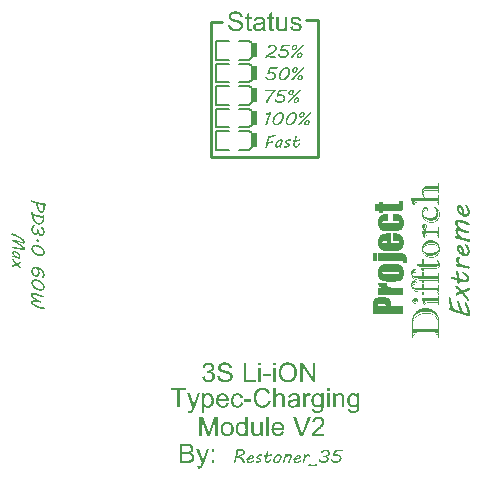
<source format=gbr>
G04 Layer_Color=65535*
%FSLAX25Y25*%
%MOIN*%
%TF.FileFunction,Legend,Top*%
%TF.Part,Single*%
G01*
G75*
%ADD11C,0.01000*%
%ADD76C,0.00787*%
%ADD77R,0.01181X0.04724*%
G36*
X350356Y253744D02*
X350419Y253737D01*
X350500Y253731D01*
X350600Y253719D01*
X350700Y253700D01*
X350819Y253669D01*
X350938Y253638D01*
X351062Y253594D01*
X351194Y253544D01*
X351325Y253481D01*
X351456Y253413D01*
X351581Y253325D01*
X351706Y253231D01*
X351825Y253119D01*
X351831Y253113D01*
X351850Y253087D01*
X351881Y253056D01*
X351919Y253006D01*
X351969Y252938D01*
X352019Y252863D01*
X352075Y252775D01*
X352131Y252669D01*
X352187Y252550D01*
X352244Y252419D01*
X352294Y252281D01*
X352344Y252125D01*
X352381Y251956D01*
X352413Y251781D01*
X352431Y251588D01*
X352437Y251388D01*
Y251375D01*
Y251350D01*
Y251300D01*
X352431Y251238D01*
Y251163D01*
X352425Y251075D01*
X352413Y250981D01*
X352406Y250875D01*
X352375Y250650D01*
X352325Y250413D01*
X352256Y250181D01*
X352219Y250075D01*
X352169Y249975D01*
Y249969D01*
X352156Y249950D01*
X352144Y249925D01*
X352119Y249894D01*
X352094Y249850D01*
X352056Y249800D01*
X351969Y249681D01*
X351856Y249556D01*
X351725Y249419D01*
X351562Y249294D01*
X351381Y249175D01*
X351375D01*
X351356Y249163D01*
X351331Y249150D01*
X351294Y249131D01*
X351244Y249113D01*
X351187Y249088D01*
X351125Y249062D01*
X351050Y249038D01*
X350969Y249006D01*
X350881Y248981D01*
X350694Y248938D01*
X350487Y248906D01*
X350375Y248900D01*
X350262Y248894D01*
X350219D01*
X350169Y248900D01*
X350100Y248906D01*
X350019Y248913D01*
X349925Y248925D01*
X349819Y248944D01*
X349706Y248975D01*
X349581Y249006D01*
X349456Y249044D01*
X349325Y249100D01*
X349194Y249156D01*
X349062Y249231D01*
X348931Y249312D01*
X348813Y249406D01*
X348694Y249519D01*
X348688Y249525D01*
X348669Y249550D01*
X348638Y249581D01*
X348600Y249638D01*
X348556Y249700D01*
X348506Y249781D01*
X348450Y249869D01*
X348394Y249981D01*
X348338Y250100D01*
X348281Y250231D01*
X348231Y250381D01*
X348187Y250544D01*
X348150Y250719D01*
X348119Y250906D01*
X348100Y251106D01*
X348094Y251319D01*
Y251325D01*
Y251331D01*
Y251350D01*
Y251375D01*
X348100Y251444D01*
X348106Y251531D01*
X348119Y251638D01*
X348131Y251763D01*
X348156Y251900D01*
X348181Y252044D01*
X348219Y252194D01*
X348269Y252356D01*
X348325Y252513D01*
X348394Y252669D01*
X348475Y252825D01*
X348569Y252969D01*
X348681Y253106D01*
X348806Y253231D01*
X348813Y253238D01*
X348831Y253256D01*
X348869Y253281D01*
X348913Y253312D01*
X348969Y253350D01*
X349044Y253394D01*
X349125Y253444D01*
X349213Y253494D01*
X349312Y253538D01*
X349425Y253588D01*
X349544Y253631D01*
X349675Y253669D01*
X349813Y253700D01*
X349956Y253725D01*
X350106Y253744D01*
X350262Y253750D01*
X350306D01*
X350356Y253744D01*
D02*
G37*
G36*
X367287D02*
X367356Y253737D01*
X367431Y253731D01*
X367525Y253719D01*
X367631Y253694D01*
X367738Y253669D01*
X367856Y253638D01*
X367981Y253594D01*
X368106Y253544D01*
X368231Y253481D01*
X368362Y253406D01*
X368488Y253325D01*
X368606Y253225D01*
X368719Y253113D01*
X368725Y253106D01*
X368744Y253081D01*
X368775Y253044D01*
X368812Y252994D01*
X368856Y252931D01*
X368906Y252850D01*
X368963Y252756D01*
X369019Y252650D01*
X369069Y252531D01*
X369125Y252394D01*
X369175Y252250D01*
X369219Y252087D01*
X369256Y251919D01*
X369287Y251731D01*
X369306Y251537D01*
X369313Y251325D01*
Y251312D01*
Y251294D01*
Y251275D01*
Y251244D01*
Y251206D01*
X369306Y251169D01*
Y251119D01*
X365838D01*
Y251113D01*
Y251087D01*
X365844Y251044D01*
X365850Y250994D01*
X365862Y250931D01*
X365875Y250856D01*
X365887Y250775D01*
X365906Y250681D01*
X365963Y250494D01*
X366000Y250394D01*
X366038Y250300D01*
X366088Y250206D01*
X366138Y250113D01*
X366200Y250025D01*
X366269Y249944D01*
X366275Y249938D01*
X366287Y249925D01*
X366306Y249906D01*
X366337Y249881D01*
X366375Y249850D01*
X366425Y249813D01*
X366475Y249781D01*
X366537Y249744D01*
X366606Y249700D01*
X366675Y249669D01*
X366756Y249631D01*
X366844Y249600D01*
X366937Y249575D01*
X367031Y249556D01*
X367138Y249544D01*
X367244Y249537D01*
X367287D01*
X367319Y249544D01*
X367356D01*
X367394Y249550D01*
X367500Y249569D01*
X367613Y249594D01*
X367738Y249631D01*
X367863Y249688D01*
X367981Y249763D01*
X367987D01*
X367994Y249775D01*
X368031Y249806D01*
X368088Y249863D01*
X368156Y249944D01*
X368237Y250044D01*
X368319Y250169D01*
X368356Y250244D01*
X368394Y250325D01*
X368431Y250406D01*
X368469Y250500D01*
X369281Y250394D01*
Y250388D01*
X369275Y250362D01*
X369263Y250325D01*
X369244Y250275D01*
X369225Y250213D01*
X369194Y250144D01*
X369163Y250069D01*
X369125Y249988D01*
X369075Y249900D01*
X369025Y249806D01*
X368969Y249712D01*
X368900Y249619D01*
X368831Y249531D01*
X368750Y249444D01*
X368663Y249356D01*
X368569Y249281D01*
X368563Y249275D01*
X368544Y249262D01*
X368519Y249244D01*
X368475Y249219D01*
X368425Y249194D01*
X368362Y249156D01*
X368287Y249125D01*
X368206Y249088D01*
X368119Y249050D01*
X368019Y249019D01*
X367906Y248981D01*
X367794Y248956D01*
X367663Y248931D01*
X367531Y248913D01*
X367394Y248900D01*
X367244Y248894D01*
X367200D01*
X367144Y248900D01*
X367075Y248906D01*
X366987Y248913D01*
X366887Y248925D01*
X366781Y248944D01*
X366663Y248975D01*
X366531Y249006D01*
X366400Y249044D01*
X366269Y249100D01*
X366131Y249156D01*
X366000Y249231D01*
X365869Y249312D01*
X365744Y249406D01*
X365625Y249519D01*
X365619Y249525D01*
X365600Y249550D01*
X365569Y249581D01*
X365531Y249638D01*
X365488Y249700D01*
X365438Y249775D01*
X365381Y249869D01*
X365331Y249975D01*
X365275Y250094D01*
X365219Y250225D01*
X365169Y250369D01*
X365125Y250525D01*
X365088Y250694D01*
X365056Y250881D01*
X365037Y251075D01*
X365031Y251281D01*
Y251288D01*
Y251294D01*
Y251331D01*
X365037Y251394D01*
X365044Y251475D01*
X365050Y251575D01*
X365062Y251688D01*
X365081Y251813D01*
X365106Y251950D01*
X365138Y252087D01*
X365175Y252238D01*
X365225Y252387D01*
X365287Y252544D01*
X365356Y252694D01*
X365431Y252837D01*
X365525Y252975D01*
X365631Y253100D01*
X365637Y253106D01*
X365663Y253131D01*
X365694Y253163D01*
X365744Y253200D01*
X365800Y253250D01*
X365875Y253306D01*
X365956Y253362D01*
X366056Y253425D01*
X366162Y253487D01*
X366281Y253544D01*
X366412Y253600D01*
X366550Y253650D01*
X366700Y253688D01*
X366856Y253725D01*
X367025Y253744D01*
X367200Y253750D01*
X367244D01*
X367287Y253744D01*
D02*
G37*
G36*
X362275Y265013D02*
X362356Y265006D01*
X362450Y264994D01*
X362556Y264975D01*
X362675Y264956D01*
X362794Y264931D01*
X362925Y264900D01*
X363063Y264856D01*
X363194Y264812D01*
X363331Y264756D01*
X363469Y264687D01*
X363600Y264613D01*
X363725Y264525D01*
X363731Y264519D01*
X363756Y264500D01*
X363788Y264475D01*
X363831Y264438D01*
X363888Y264387D01*
X363944Y264325D01*
X364013Y264250D01*
X364088Y264169D01*
X364162Y264075D01*
X364237Y263975D01*
X364313Y263862D01*
X364387Y263738D01*
X364462Y263606D01*
X364531Y263462D01*
X364587Y263313D01*
X364644Y263150D01*
X363806Y262956D01*
Y262963D01*
X363794Y262987D01*
X363781Y263025D01*
X363762Y263069D01*
X363744Y263125D01*
X363713Y263194D01*
X363681Y263263D01*
X363644Y263344D01*
X363550Y263506D01*
X363438Y263675D01*
X363306Y263831D01*
X363231Y263906D01*
X363156Y263969D01*
X363150Y263975D01*
X363138Y263981D01*
X363112Y264000D01*
X363081Y264019D01*
X363037Y264044D01*
X362987Y264069D01*
X362931Y264100D01*
X362862Y264131D01*
X362794Y264162D01*
X362713Y264194D01*
X362625Y264219D01*
X362531Y264244D01*
X362325Y264281D01*
X362212Y264287D01*
X362094Y264294D01*
X362025D01*
X361969Y264287D01*
X361906Y264281D01*
X361831Y264275D01*
X361750Y264263D01*
X361663Y264250D01*
X361462Y264206D01*
X361363Y264181D01*
X361256Y264144D01*
X361156Y264100D01*
X361050Y264056D01*
X360950Y264000D01*
X360856Y263937D01*
X360850Y263931D01*
X360838Y263919D01*
X360812Y263900D01*
X360775Y263875D01*
X360737Y263838D01*
X360687Y263794D01*
X360637Y263744D01*
X360588Y263687D01*
X360525Y263619D01*
X360469Y263550D01*
X360413Y263469D01*
X360356Y263381D01*
X360300Y263294D01*
X360250Y263194D01*
X360206Y263094D01*
X360162Y262981D01*
Y262975D01*
X360156Y262956D01*
X360144Y262925D01*
X360131Y262881D01*
X360119Y262825D01*
X360100Y262762D01*
X360081Y262687D01*
X360063Y262606D01*
X360044Y262519D01*
X360025Y262419D01*
X359994Y262212D01*
X359969Y261987D01*
X359963Y261756D01*
Y261750D01*
Y261719D01*
Y261675D01*
X359969Y261619D01*
Y261550D01*
X359975Y261462D01*
X359981Y261375D01*
X359994Y261269D01*
X360006Y261162D01*
X360019Y261050D01*
X360063Y260806D01*
X360119Y260562D01*
X360200Y260325D01*
Y260319D01*
X360212Y260300D01*
X360225Y260269D01*
X360244Y260225D01*
X360269Y260175D01*
X360300Y260119D01*
X360381Y259987D01*
X360488Y259838D01*
X360613Y259687D01*
X360763Y259544D01*
X360850Y259481D01*
X360938Y259419D01*
X360944Y259413D01*
X360963Y259406D01*
X360987Y259394D01*
X361025Y259375D01*
X361069Y259350D01*
X361125Y259325D01*
X361188Y259300D01*
X361262Y259269D01*
X361337Y259244D01*
X361425Y259212D01*
X361606Y259169D01*
X361812Y259131D01*
X361919Y259125D01*
X362025Y259119D01*
X362094D01*
X362144Y259125D01*
X362206Y259131D01*
X362275Y259138D01*
X362356Y259150D01*
X362444Y259169D01*
X362631Y259219D01*
X362731Y259250D01*
X362838Y259288D01*
X362937Y259337D01*
X363037Y259394D01*
X363138Y259456D01*
X363231Y259525D01*
X363238Y259531D01*
X363250Y259544D01*
X363281Y259569D01*
X363313Y259600D01*
X363350Y259644D01*
X363400Y259700D01*
X363450Y259763D01*
X363500Y259831D01*
X363556Y259912D01*
X363613Y260006D01*
X363669Y260106D01*
X363725Y260212D01*
X363775Y260331D01*
X363819Y260462D01*
X363862Y260600D01*
X363900Y260744D01*
X364750Y260531D01*
Y260519D01*
X364738Y260488D01*
X364719Y260431D01*
X364700Y260363D01*
X364669Y260275D01*
X364631Y260175D01*
X364581Y260063D01*
X364531Y259944D01*
X364469Y259812D01*
X364400Y259681D01*
X364319Y259550D01*
X364231Y259419D01*
X364131Y259288D01*
X364031Y259162D01*
X363913Y259044D01*
X363788Y258938D01*
X363781Y258931D01*
X363756Y258912D01*
X363719Y258888D01*
X363663Y258850D01*
X363594Y258812D01*
X363512Y258769D01*
X363419Y258719D01*
X363319Y258669D01*
X363200Y258612D01*
X363069Y258569D01*
X362931Y258519D01*
X362781Y258481D01*
X362619Y258444D01*
X362456Y258419D01*
X362275Y258400D01*
X362094Y258394D01*
X361994D01*
X361919Y258400D01*
X361831Y258406D01*
X361731Y258419D01*
X361619Y258431D01*
X361494Y258444D01*
X361363Y258469D01*
X361225Y258494D01*
X361087Y258531D01*
X360944Y258569D01*
X360806Y258619D01*
X360663Y258675D01*
X360531Y258737D01*
X360406Y258812D01*
X360400Y258819D01*
X360381Y258831D01*
X360344Y258856D01*
X360300Y258894D01*
X360244Y258931D01*
X360188Y258987D01*
X360119Y259050D01*
X360044Y259125D01*
X359963Y259206D01*
X359881Y259294D01*
X359800Y259394D01*
X359719Y259506D01*
X359644Y259625D01*
X359562Y259750D01*
X359494Y259888D01*
X359425Y260031D01*
X359419Y260044D01*
X359413Y260069D01*
X359394Y260113D01*
X359375Y260169D01*
X359350Y260244D01*
X359319Y260331D01*
X359288Y260431D01*
X359256Y260544D01*
X359225Y260669D01*
X359194Y260800D01*
X359169Y260944D01*
X359138Y261094D01*
X359119Y261250D01*
X359100Y261413D01*
X359094Y261581D01*
X359087Y261750D01*
Y261762D01*
Y261794D01*
Y261850D01*
X359094Y261919D01*
X359100Y262006D01*
X359106Y262106D01*
X359119Y262219D01*
X359138Y262344D01*
X359156Y262475D01*
X359181Y262613D01*
X359212Y262762D01*
X359250Y262906D01*
X359294Y263056D01*
X359344Y263206D01*
X359400Y263350D01*
X359469Y263494D01*
X359475Y263500D01*
X359488Y263525D01*
X359506Y263569D01*
X359538Y263619D01*
X359581Y263681D01*
X359625Y263750D01*
X359681Y263831D01*
X359750Y263919D01*
X359819Y264006D01*
X359900Y264100D01*
X359994Y264194D01*
X360087Y264287D01*
X360194Y264381D01*
X360306Y264469D01*
X360425Y264556D01*
X360556Y264631D01*
X360562Y264637D01*
X360588Y264650D01*
X360625Y264669D01*
X360681Y264694D01*
X360744Y264719D01*
X360825Y264756D01*
X360912Y264788D01*
X361019Y264825D01*
X361125Y264862D01*
X361244Y264894D01*
X361375Y264931D01*
X361512Y264956D01*
X361656Y264981D01*
X361800Y265000D01*
X361956Y265013D01*
X362112Y265019D01*
X362206D01*
X362275Y265013D01*
D02*
G37*
G36*
X384394Y264000D02*
X383606D01*
Y264906D01*
X384394D01*
Y264000D01*
D02*
G37*
G36*
X362075Y249000D02*
X361369D01*
Y249675D01*
X361363Y249669D01*
X361344Y249644D01*
X361313Y249600D01*
X361269Y249556D01*
X361212Y249494D01*
X361150Y249425D01*
X361069Y249356D01*
X360981Y249288D01*
X360881Y249213D01*
X360769Y249144D01*
X360650Y249075D01*
X360519Y249019D01*
X360381Y248969D01*
X360231Y248925D01*
X360069Y248900D01*
X359900Y248894D01*
X359831D01*
X359794Y248900D01*
X359750D01*
X359650Y248913D01*
X359531Y248931D01*
X359400Y248962D01*
X359269Y249000D01*
X359131Y249050D01*
X359125D01*
X359119Y249056D01*
X359100Y249069D01*
X359075Y249081D01*
X359013Y249113D01*
X358931Y249156D01*
X358844Y249213D01*
X358756Y249281D01*
X358675Y249356D01*
X358600Y249444D01*
X358594Y249456D01*
X358575Y249487D01*
X358544Y249537D01*
X358506Y249606D01*
X358469Y249688D01*
X358431Y249787D01*
X358394Y249900D01*
X358363Y250025D01*
Y250038D01*
X358356Y250069D01*
X358350Y250125D01*
X358344Y250206D01*
X358331Y250312D01*
X358325Y250437D01*
X358319Y250588D01*
Y250763D01*
Y253644D01*
X359106D01*
Y251062D01*
Y251056D01*
Y251038D01*
Y251006D01*
Y250962D01*
Y250912D01*
Y250856D01*
X359113Y250725D01*
X359119Y250588D01*
X359125Y250450D01*
X359131Y250388D01*
X359138Y250331D01*
X359144Y250275D01*
X359150Y250231D01*
Y250225D01*
X359156Y250219D01*
X359169Y250181D01*
X359188Y250125D01*
X359219Y250056D01*
X359262Y249975D01*
X359313Y249894D01*
X359381Y249813D01*
X359462Y249744D01*
X359475Y249738D01*
X359506Y249719D01*
X359556Y249688D01*
X359631Y249656D01*
X359713Y249625D01*
X359819Y249594D01*
X359931Y249575D01*
X360056Y249569D01*
X360119D01*
X360181Y249581D01*
X360269Y249594D01*
X360369Y249612D01*
X360481Y249644D01*
X360594Y249688D01*
X360713Y249750D01*
X360719D01*
X360725Y249756D01*
X360763Y249781D01*
X360819Y249825D01*
X360888Y249881D01*
X360956Y249950D01*
X361031Y250038D01*
X361100Y250131D01*
X361156Y250244D01*
Y250250D01*
X361162Y250256D01*
X361169Y250275D01*
X361175Y250300D01*
X361188Y250338D01*
X361200Y250375D01*
X361212Y250419D01*
X361225Y250475D01*
X361231Y250537D01*
X361244Y250600D01*
X361256Y250675D01*
X361269Y250756D01*
X361275Y250844D01*
X361281Y250944D01*
X361287Y251044D01*
Y251150D01*
Y253644D01*
X362075D01*
Y249000D01*
D02*
G37*
G36*
X375563D02*
X374681D01*
X372206Y255406D01*
X373125D01*
X374787Y250750D01*
Y250744D01*
X374794Y250725D01*
X374806Y250694D01*
X374819Y250656D01*
X374837Y250606D01*
X374856Y250544D01*
X374881Y250481D01*
X374906Y250406D01*
X374956Y250244D01*
X375012Y250069D01*
X375069Y249887D01*
X375125Y249700D01*
Y249706D01*
X375131Y249725D01*
X375137Y249750D01*
X375150Y249787D01*
X375169Y249837D01*
X375181Y249894D01*
X375200Y249956D01*
X375225Y250031D01*
X375275Y250187D01*
X375331Y250362D01*
X375400Y250556D01*
X375469Y250750D01*
X377206Y255406D01*
X378069D01*
X375563Y249000D01*
D02*
G37*
G36*
X364081D02*
X363294D01*
Y255406D01*
X364081D01*
Y249000D01*
D02*
G37*
G36*
X380719Y255425D02*
X380787D01*
X380862Y255419D01*
X380950Y255406D01*
X381050Y255387D01*
X381163Y255369D01*
X381275Y255338D01*
X381394Y255306D01*
X381519Y255262D01*
X381638Y255212D01*
X381763Y255156D01*
X381875Y255087D01*
X381988Y255006D01*
X382094Y254919D01*
X382100Y254912D01*
X382119Y254894D01*
X382144Y254869D01*
X382175Y254825D01*
X382219Y254775D01*
X382262Y254719D01*
X382312Y254650D01*
X382363Y254569D01*
X382413Y254481D01*
X382463Y254381D01*
X382506Y254281D01*
X382550Y254169D01*
X382581Y254050D01*
X382606Y253919D01*
X382625Y253787D01*
X382631Y253650D01*
Y253644D01*
Y253631D01*
Y253612D01*
Y253588D01*
X382625Y253550D01*
Y253513D01*
X382612Y253413D01*
X382594Y253300D01*
X382562Y253169D01*
X382525Y253031D01*
X382469Y252894D01*
Y252888D01*
X382463Y252875D01*
X382450Y252856D01*
X382437Y252831D01*
X382419Y252794D01*
X382400Y252756D01*
X382344Y252656D01*
X382275Y252544D01*
X382181Y252406D01*
X382075Y252262D01*
X381944Y252113D01*
X381938Y252106D01*
X381925Y252094D01*
X381906Y252069D01*
X381875Y252038D01*
X381831Y251994D01*
X381787Y251944D01*
X381725Y251887D01*
X381656Y251819D01*
X381581Y251744D01*
X381487Y251656D01*
X381394Y251562D01*
X381281Y251463D01*
X381163Y251356D01*
X381031Y251238D01*
X380888Y251119D01*
X380737Y250988D01*
X380731Y250981D01*
X380706Y250962D01*
X380669Y250931D01*
X380625Y250894D01*
X380569Y250844D01*
X380506Y250787D01*
X380356Y250662D01*
X380206Y250531D01*
X380056Y250400D01*
X379988Y250338D01*
X379925Y250275D01*
X379869Y250225D01*
X379825Y250181D01*
X379819Y250175D01*
X379794Y250144D01*
X379756Y250100D01*
X379706Y250050D01*
X379656Y249981D01*
X379600Y249913D01*
X379544Y249837D01*
X379494Y249756D01*
X382638D01*
Y249000D01*
X378406D01*
Y249006D01*
Y249012D01*
Y249050D01*
Y249100D01*
X378413Y249175D01*
X378425Y249256D01*
X378437Y249350D01*
X378463Y249444D01*
X378494Y249544D01*
Y249550D01*
X378500Y249563D01*
X378513Y249587D01*
X378525Y249619D01*
X378544Y249656D01*
X378562Y249700D01*
X378619Y249813D01*
X378694Y249944D01*
X378781Y250087D01*
X378888Y250237D01*
X379012Y250394D01*
X379019Y250400D01*
X379031Y250413D01*
X379050Y250437D01*
X379081Y250469D01*
X379119Y250506D01*
X379163Y250556D01*
X379212Y250612D01*
X379275Y250675D01*
X379344Y250738D01*
X379419Y250813D01*
X379506Y250894D01*
X379594Y250981D01*
X379694Y251069D01*
X379800Y251163D01*
X379919Y251262D01*
X380037Y251362D01*
X380050Y251375D01*
X380081Y251400D01*
X380137Y251444D01*
X380206Y251506D01*
X380294Y251575D01*
X380387Y251662D01*
X380494Y251756D01*
X380606Y251856D01*
X380844Y252075D01*
X381075Y252300D01*
X381181Y252413D01*
X381281Y252525D01*
X381375Y252625D01*
X381450Y252725D01*
X381456Y252731D01*
X381469Y252750D01*
X381487Y252775D01*
X381506Y252813D01*
X381538Y252856D01*
X381569Y252906D01*
X381600Y252969D01*
X381638Y253031D01*
X381706Y253175D01*
X381769Y253331D01*
X381787Y253419D01*
X381806Y253500D01*
X381819Y253588D01*
X381825Y253669D01*
Y253675D01*
Y253688D01*
Y253713D01*
X381819Y253750D01*
X381813Y253787D01*
X381806Y253831D01*
X381781Y253944D01*
X381744Y254069D01*
X381681Y254200D01*
X381644Y254262D01*
X381600Y254331D01*
X381550Y254394D01*
X381487Y254456D01*
X381481Y254463D01*
X381475Y254469D01*
X381450Y254487D01*
X381425Y254506D01*
X381394Y254531D01*
X381350Y254556D01*
X381306Y254588D01*
X381250Y254619D01*
X381194Y254650D01*
X381125Y254681D01*
X380975Y254731D01*
X380806Y254769D01*
X380713Y254775D01*
X380612Y254781D01*
X380556D01*
X380519Y254775D01*
X380469Y254769D01*
X380413Y254763D01*
X380350Y254750D01*
X380288Y254737D01*
X380137Y254700D01*
X379988Y254638D01*
X379912Y254600D01*
X379837Y254550D01*
X379769Y254500D01*
X379700Y254437D01*
X379694Y254431D01*
X379688Y254425D01*
X379669Y254400D01*
X379650Y254375D01*
X379625Y254344D01*
X379594Y254300D01*
X379562Y254250D01*
X379531Y254194D01*
X379500Y254131D01*
X379469Y254063D01*
X379444Y253981D01*
X379413Y253900D01*
X379394Y253813D01*
X379375Y253713D01*
X379369Y253612D01*
X379363Y253500D01*
X378556Y253581D01*
Y253594D01*
X378562Y253619D01*
X378569Y253669D01*
X378575Y253731D01*
X378594Y253806D01*
X378612Y253894D01*
X378638Y253988D01*
X378662Y254094D01*
X378700Y254200D01*
X378744Y254312D01*
X378794Y254425D01*
X378850Y254544D01*
X378919Y254656D01*
X378994Y254763D01*
X379081Y254862D01*
X379175Y254956D01*
X379181Y254962D01*
X379200Y254975D01*
X379231Y255000D01*
X379275Y255031D01*
X379331Y255069D01*
X379394Y255106D01*
X379475Y255150D01*
X379562Y255194D01*
X379662Y255238D01*
X379769Y255281D01*
X379888Y255319D01*
X380019Y255356D01*
X380156Y255387D01*
X380306Y255413D01*
X380463Y255425D01*
X380631Y255431D01*
X380675D01*
X380719Y255425D01*
D02*
G37*
G36*
X343987Y263244D02*
X344038D01*
X344100Y263231D01*
X344169Y263225D01*
X344244Y263212D01*
X344406Y263175D01*
X344581Y263119D01*
X344669Y263088D01*
X344756Y263044D01*
X344844Y263000D01*
X344931Y262944D01*
X344937Y262937D01*
X344950Y262931D01*
X344975Y262913D01*
X345006Y262888D01*
X345044Y262856D01*
X345088Y262819D01*
X345138Y262775D01*
X345187Y262719D01*
X345244Y262663D01*
X345300Y262600D01*
X345356Y262525D01*
X345412Y262450D01*
X345469Y262363D01*
X345525Y262275D01*
X345619Y262075D01*
Y262069D01*
X345631Y262050D01*
X345644Y262019D01*
X345656Y261975D01*
X345675Y261925D01*
X345694Y261862D01*
X345712Y261794D01*
X345738Y261713D01*
X345762Y261625D01*
X345781Y261531D01*
X345800Y261431D01*
X345819Y261325D01*
X345844Y261100D01*
X345856Y260856D01*
Y260850D01*
Y260825D01*
Y260788D01*
X345850Y260737D01*
Y260675D01*
X345844Y260600D01*
X345837Y260519D01*
X345825Y260431D01*
X345813Y260331D01*
X345794Y260231D01*
X345750Y260013D01*
X345688Y259788D01*
X345600Y259569D01*
Y259562D01*
X345587Y259544D01*
X345575Y259512D01*
X345550Y259475D01*
X345525Y259425D01*
X345494Y259375D01*
X345412Y259244D01*
X345306Y259106D01*
X345181Y258962D01*
X345031Y258819D01*
X344856Y258694D01*
X344850Y258687D01*
X344837Y258681D01*
X344806Y258669D01*
X344775Y258650D01*
X344725Y258625D01*
X344675Y258600D01*
X344613Y258575D01*
X344544Y258544D01*
X344469Y258519D01*
X344394Y258488D01*
X344219Y258444D01*
X344031Y258406D01*
X343931Y258400D01*
X343831Y258394D01*
X343762D01*
X343731Y258400D01*
X343688D01*
X343594Y258413D01*
X343488Y258431D01*
X343369Y258463D01*
X343244Y258500D01*
X343125Y258556D01*
X343119D01*
X343112Y258562D01*
X343075Y258588D01*
X343019Y258619D01*
X342944Y258669D01*
X342863Y258731D01*
X342775Y258800D01*
X342694Y258881D01*
X342613Y258975D01*
Y256719D01*
X341825D01*
Y263144D01*
X342544D01*
Y262544D01*
X342556Y262556D01*
X342569Y262569D01*
X342587Y262594D01*
X342637Y262663D01*
X342706Y262737D01*
X342794Y262825D01*
X342887Y262913D01*
X342994Y262994D01*
X343112Y263069D01*
X343119D01*
X343125Y263075D01*
X343144Y263088D01*
X343169Y263100D01*
X343200Y263112D01*
X343237Y263125D01*
X343331Y263162D01*
X343444Y263194D01*
X343575Y263225D01*
X343725Y263244D01*
X343887Y263250D01*
X343944D01*
X343987Y263244D01*
D02*
G37*
G36*
X384394Y258500D02*
X383606D01*
Y263144D01*
X384394D01*
Y258500D01*
D02*
G37*
G36*
X339400Y258419D02*
Y258413D01*
X339387Y258387D01*
X339375Y258344D01*
X339350Y258294D01*
X339331Y258231D01*
X339300Y258162D01*
X339269Y258087D01*
X339237Y258000D01*
X339162Y257825D01*
X339094Y257656D01*
X339056Y257575D01*
X339019Y257494D01*
X338987Y257425D01*
X338956Y257369D01*
Y257363D01*
X338944Y257350D01*
X338937Y257331D01*
X338919Y257306D01*
X338875Y257238D01*
X338819Y257150D01*
X338744Y257063D01*
X338663Y256962D01*
X338569Y256875D01*
X338469Y256800D01*
X338456Y256794D01*
X338419Y256769D01*
X338363Y256744D01*
X338287Y256706D01*
X338194Y256675D01*
X338081Y256644D01*
X337963Y256619D01*
X337825Y256612D01*
X337788D01*
X337737Y256619D01*
X337675Y256625D01*
X337600Y256638D01*
X337512Y256656D01*
X337419Y256681D01*
X337319Y256713D01*
X337231Y257450D01*
X337244D01*
X337275Y257437D01*
X337325Y257425D01*
X337381Y257413D01*
X337456Y257400D01*
X337531Y257387D01*
X337606Y257381D01*
X337681Y257375D01*
X337725D01*
X337769Y257381D01*
X337831Y257387D01*
X337894Y257400D01*
X337963Y257413D01*
X338031Y257437D01*
X338094Y257469D01*
X338100Y257475D01*
X338119Y257488D01*
X338150Y257506D01*
X338188Y257531D01*
X338231Y257569D01*
X338275Y257606D01*
X338319Y257656D01*
X338356Y257713D01*
X338363Y257719D01*
X338369Y257737D01*
X338387Y257775D01*
X338412Y257831D01*
X338450Y257906D01*
X338469Y257956D01*
X338488Y258013D01*
X338512Y258075D01*
X338538Y258137D01*
X338562Y258219D01*
X338594Y258300D01*
X338600Y258313D01*
X338613Y258350D01*
X338637Y258406D01*
X338669Y258488D01*
X336906Y263144D01*
X337744D01*
X338713Y260450D01*
Y260444D01*
X338719Y260425D01*
X338731Y260400D01*
X338744Y260363D01*
X338762Y260313D01*
X338781Y260256D01*
X338800Y260194D01*
X338825Y260125D01*
X338850Y260044D01*
X338875Y259963D01*
X338931Y259781D01*
X338994Y259581D01*
X339050Y259375D01*
Y259381D01*
X339056Y259400D01*
X339062Y259431D01*
X339075Y259469D01*
X339088Y259519D01*
X339106Y259575D01*
X339125Y259637D01*
X339144Y259713D01*
X339194Y259875D01*
X339250Y260050D01*
X339313Y260238D01*
X339381Y260431D01*
X340375Y263144D01*
X341156D01*
X339400Y258419D01*
D02*
G37*
G36*
X366481Y262613D02*
X366488Y262619D01*
X366506Y262637D01*
X366537Y262669D01*
X366581Y262713D01*
X366637Y262762D01*
X366700Y262812D01*
X366775Y262875D01*
X366863Y262931D01*
X366956Y262994D01*
X367062Y263050D01*
X367175Y263100D01*
X367300Y263150D01*
X367431Y263194D01*
X367569Y263225D01*
X367712Y263244D01*
X367869Y263250D01*
X367956D01*
X368000Y263244D01*
X368050Y263238D01*
X368106Y263231D01*
X368175Y263225D01*
X368313Y263200D01*
X368462Y263162D01*
X368613Y263112D01*
X368762Y263044D01*
X368769D01*
X368781Y263037D01*
X368800Y263025D01*
X368825Y263006D01*
X368894Y262963D01*
X368975Y262894D01*
X369062Y262819D01*
X369150Y262719D01*
X369237Y262606D01*
X369306Y262481D01*
Y262475D01*
X369313Y262462D01*
X369325Y262444D01*
X369331Y262413D01*
X369344Y262375D01*
X369362Y262331D01*
X369375Y262281D01*
X369394Y262219D01*
X369406Y262150D01*
X369419Y262069D01*
X369438Y261987D01*
X369450Y261894D01*
X369462Y261788D01*
X369469Y261681D01*
X369475Y261562D01*
Y261438D01*
Y258500D01*
X368688D01*
Y261444D01*
Y261450D01*
Y261469D01*
Y261500D01*
X368681Y261538D01*
Y261588D01*
X368675Y261644D01*
X368656Y261769D01*
X368625Y261912D01*
X368581Y262050D01*
X368519Y262188D01*
X368475Y262244D01*
X368431Y262300D01*
Y262306D01*
X368419Y262313D01*
X368381Y262344D01*
X368325Y262387D01*
X368244Y262438D01*
X368144Y262488D01*
X368019Y262531D01*
X367875Y262562D01*
X367794Y262575D01*
X367650D01*
X367581Y262562D01*
X367494Y262550D01*
X367394Y262531D01*
X367281Y262494D01*
X367162Y262450D01*
X367044Y262387D01*
X367038D01*
X367031Y262381D01*
X366994Y262356D01*
X366937Y262313D01*
X366875Y262256D01*
X366800Y262188D01*
X366731Y262100D01*
X366663Y262006D01*
X366606Y261894D01*
Y261888D01*
X366600Y261881D01*
X366594Y261862D01*
X366587Y261838D01*
X366575Y261806D01*
X366569Y261769D01*
X366556Y261725D01*
X366544Y261675D01*
X366531Y261613D01*
X366519Y261550D01*
X366512Y261481D01*
X366500Y261406D01*
X366488Y261231D01*
X366481Y261037D01*
Y258500D01*
X365694D01*
Y264906D01*
X366481D01*
Y262613D01*
D02*
G37*
G36*
X372781Y263244D02*
X372837D01*
X372906Y263238D01*
X372975Y263231D01*
X373125Y263212D01*
X373288Y263188D01*
X373444Y263156D01*
X373594Y263106D01*
X373600D01*
X373612Y263100D01*
X373631Y263094D01*
X373656Y263081D01*
X373719Y263050D01*
X373800Y263013D01*
X373887Y262963D01*
X373981Y262900D01*
X374062Y262831D01*
X374137Y262756D01*
X374144Y262744D01*
X374169Y262719D01*
X374194Y262675D01*
X374231Y262613D01*
X374275Y262531D01*
X374312Y262438D01*
X374350Y262337D01*
X374381Y262219D01*
Y262206D01*
X374388Y262181D01*
X374394Y262125D01*
X374406Y262056D01*
Y262006D01*
X374412Y261956D01*
Y261894D01*
X374419Y261831D01*
Y261756D01*
X374425Y261675D01*
Y261588D01*
Y261494D01*
Y260444D01*
Y260431D01*
Y260394D01*
Y260337D01*
Y260269D01*
Y260181D01*
Y260081D01*
X374431Y259975D01*
Y259856D01*
X374437Y259619D01*
X374444Y259506D01*
Y259394D01*
X374450Y259288D01*
X374456Y259194D01*
X374469Y259113D01*
X374475Y259050D01*
Y259037D01*
X374487Y259000D01*
X374500Y258944D01*
X374519Y258875D01*
X374544Y258787D01*
X374581Y258700D01*
X374625Y258600D01*
X374675Y258500D01*
X373856D01*
X373850Y258512D01*
X373837Y258544D01*
X373813Y258594D01*
X373787Y258663D01*
X373756Y258750D01*
X373731Y258844D01*
X373712Y258956D01*
X373694Y259075D01*
X373688Y259069D01*
X373675Y259056D01*
X373650Y259037D01*
X373619Y259013D01*
X373581Y258981D01*
X373531Y258950D01*
X373425Y258869D01*
X373294Y258781D01*
X373156Y258694D01*
X373000Y258612D01*
X372850Y258544D01*
X372844D01*
X372831Y258538D01*
X372813Y258531D01*
X372781Y258519D01*
X372744Y258506D01*
X372700Y258494D01*
X372650Y258481D01*
X372594Y258469D01*
X372463Y258444D01*
X372319Y258419D01*
X372156Y258400D01*
X371988Y258394D01*
X371913D01*
X371863Y258400D01*
X371800Y258406D01*
X371725Y258413D01*
X371644Y258425D01*
X371556Y258437D01*
X371369Y258481D01*
X371269Y258512D01*
X371169Y258550D01*
X371075Y258594D01*
X370981Y258644D01*
X370894Y258700D01*
X370813Y258763D01*
X370806Y258769D01*
X370794Y258781D01*
X370775Y258800D01*
X370750Y258831D01*
X370719Y258869D01*
X370681Y258912D01*
X370650Y258962D01*
X370613Y259025D01*
X370569Y259087D01*
X370537Y259162D01*
X370500Y259238D01*
X370469Y259325D01*
X370444Y259413D01*
X370425Y259512D01*
X370412Y259612D01*
X370406Y259719D01*
Y259725D01*
Y259731D01*
Y259750D01*
Y259775D01*
X370412Y259844D01*
X370425Y259925D01*
X370444Y260025D01*
X370469Y260125D01*
X370506Y260238D01*
X370556Y260344D01*
Y260350D01*
X370563Y260356D01*
X370587Y260394D01*
X370619Y260444D01*
X370669Y260506D01*
X370725Y260581D01*
X370794Y260656D01*
X370875Y260731D01*
X370963Y260800D01*
X370975Y260806D01*
X371006Y260825D01*
X371056Y260856D01*
X371125Y260894D01*
X371213Y260938D01*
X371306Y260981D01*
X371412Y261019D01*
X371525Y261056D01*
X371537D01*
X371569Y261069D01*
X371625Y261081D01*
X371700Y261094D01*
X371800Y261112D01*
X371919Y261131D01*
X372062Y261156D01*
X372225Y261175D01*
X372237D01*
X372269Y261181D01*
X372319Y261188D01*
X372381Y261194D01*
X372456Y261206D01*
X372550Y261219D01*
X372650Y261238D01*
X372756Y261250D01*
X372988Y261294D01*
X373219Y261337D01*
X373331Y261363D01*
X373438Y261394D01*
X373537Y261419D01*
X373625Y261450D01*
Y261456D01*
Y261475D01*
Y261500D01*
X373631Y261531D01*
Y261600D01*
Y261631D01*
Y261650D01*
Y261656D01*
Y261669D01*
Y261694D01*
X373625Y261731D01*
Y261769D01*
X373619Y261812D01*
X373606Y261919D01*
X373575Y262025D01*
X373537Y262144D01*
X373481Y262244D01*
X373444Y262294D01*
X373406Y262331D01*
X373400Y262337D01*
X373394Y262344D01*
X373375Y262356D01*
X373350Y262375D01*
X373319Y262394D01*
X373281Y262419D01*
X373237Y262444D01*
X373181Y262469D01*
X373125Y262494D01*
X373056Y262512D01*
X372981Y262538D01*
X372900Y262556D01*
X372819Y262575D01*
X372719Y262587D01*
X372619Y262600D01*
X372425D01*
X372375Y262594D01*
X372325Y262587D01*
X372206Y262575D01*
X372075Y262550D01*
X371937Y262519D01*
X371813Y262469D01*
X371750Y262438D01*
X371700Y262400D01*
X371688Y262394D01*
X371656Y262363D01*
X371613Y262313D01*
X371556Y262244D01*
X371487Y262150D01*
X371456Y262094D01*
X371425Y262031D01*
X371394Y261963D01*
X371362Y261881D01*
X371338Y261800D01*
X371312Y261713D01*
X370544Y261819D01*
Y261825D01*
X370550Y261844D01*
X370556Y261869D01*
X370563Y261900D01*
X370575Y261944D01*
X370587Y261994D01*
X370625Y262106D01*
X370669Y262231D01*
X370731Y262363D01*
X370800Y262494D01*
X370881Y262613D01*
Y262619D01*
X370894Y262625D01*
X370925Y262663D01*
X370981Y262719D01*
X371062Y262788D01*
X371156Y262862D01*
X371275Y262937D01*
X371419Y263013D01*
X371575Y263081D01*
X371581D01*
X371594Y263088D01*
X371619Y263100D01*
X371656Y263106D01*
X371700Y263119D01*
X371750Y263138D01*
X371813Y263150D01*
X371881Y263169D01*
X371950Y263181D01*
X372031Y263194D01*
X372213Y263225D01*
X372412Y263244D01*
X372631Y263250D01*
X372731D01*
X372781Y263244D01*
D02*
G37*
G36*
X377419D02*
X377456D01*
X377500Y263238D01*
X377600Y263219D01*
X377725Y263188D01*
X377863Y263144D01*
X378006Y263081D01*
X378163Y262994D01*
X377881Y262263D01*
X377869Y262269D01*
X377831Y262287D01*
X377775Y262319D01*
X377700Y262350D01*
X377612Y262381D01*
X377519Y262413D01*
X377413Y262431D01*
X377306Y262438D01*
X377262D01*
X377213Y262431D01*
X377150Y262419D01*
X377081Y262400D01*
X377006Y262369D01*
X376925Y262331D01*
X376844Y262281D01*
X376837Y262275D01*
X376813Y262250D01*
X376775Y262219D01*
X376731Y262169D01*
X376681Y262106D01*
X376631Y262031D01*
X376588Y261950D01*
X376550Y261850D01*
Y261844D01*
X376544Y261831D01*
X376537Y261806D01*
X376531Y261775D01*
X376519Y261737D01*
X376513Y261694D01*
X376500Y261637D01*
X376487Y261581D01*
X376463Y261444D01*
X376444Y261287D01*
X376431Y261112D01*
X376425Y260931D01*
Y258500D01*
X375638D01*
Y263144D01*
X376344D01*
Y262438D01*
X376350Y262444D01*
X376356Y262456D01*
X376369Y262481D01*
X376388Y262519D01*
X376413Y262556D01*
X376444Y262600D01*
X376506Y262706D01*
X376581Y262812D01*
X376669Y262919D01*
X376756Y263013D01*
X376800Y263056D01*
X376844Y263088D01*
X376856Y263094D01*
X376887Y263112D01*
X376931Y263138D01*
X376994Y263169D01*
X377069Y263200D01*
X377156Y263225D01*
X377250Y263244D01*
X377350Y263250D01*
X377387D01*
X377419Y263244D01*
D02*
G37*
G36*
X387875D02*
X387919D01*
X388025Y263231D01*
X388144Y263212D01*
X388269Y263181D01*
X388406Y263144D01*
X388538Y263094D01*
X388544D01*
X388550Y263088D01*
X388569Y263081D01*
X388594Y263069D01*
X388656Y263031D01*
X388738Y262987D01*
X388819Y262931D01*
X388906Y262862D01*
X388987Y262788D01*
X389062Y262700D01*
X389069Y262687D01*
X389094Y262656D01*
X389125Y262606D01*
X389162Y262538D01*
X389200Y262450D01*
X389244Y262350D01*
X389281Y262244D01*
X389313Y262119D01*
Y262106D01*
X389319Y262075D01*
X389325Y262019D01*
X389331Y261981D01*
X389337Y261944D01*
Y261894D01*
X389344Y261838D01*
Y261775D01*
X389350Y261700D01*
Y261625D01*
X389356Y261544D01*
Y261450D01*
Y261350D01*
Y258500D01*
X388569D01*
Y261325D01*
Y261331D01*
Y261344D01*
Y261369D01*
Y261406D01*
Y261444D01*
X388562Y261488D01*
X388556Y261594D01*
X388544Y261713D01*
X388531Y261831D01*
X388506Y261944D01*
X388475Y262044D01*
X388469Y262056D01*
X388456Y262081D01*
X388431Y262125D01*
X388400Y262181D01*
X388356Y262244D01*
X388300Y262306D01*
X388231Y262369D01*
X388150Y262425D01*
X388138Y262431D01*
X388106Y262450D01*
X388063Y262469D01*
X387994Y262500D01*
X387913Y262525D01*
X387819Y262544D01*
X387713Y262562D01*
X387600Y262569D01*
X387550D01*
X387519Y262562D01*
X387475Y262556D01*
X387425Y262550D01*
X387306Y262531D01*
X387169Y262488D01*
X387025Y262431D01*
X386950Y262394D01*
X386881Y262350D01*
X386806Y262300D01*
X386737Y262244D01*
X386731Y262238D01*
X386725Y262231D01*
X386706Y262206D01*
X386681Y262181D01*
X386656Y262144D01*
X386625Y262094D01*
X386588Y262037D01*
X386556Y261975D01*
X386525Y261900D01*
X386488Y261812D01*
X386456Y261713D01*
X386431Y261600D01*
X386406Y261481D01*
X386394Y261344D01*
X386381Y261200D01*
X386375Y261037D01*
Y258500D01*
X385588D01*
Y263144D01*
X386294D01*
Y262481D01*
X386300Y262488D01*
X386319Y262512D01*
X386350Y262550D01*
X386387Y262600D01*
X386444Y262663D01*
X386506Y262725D01*
X386581Y262794D01*
X386669Y262869D01*
X386769Y262937D01*
X386875Y263006D01*
X387000Y263075D01*
X387131Y263131D01*
X387275Y263181D01*
X387425Y263219D01*
X387594Y263244D01*
X387769Y263250D01*
X387838D01*
X387875Y263244D01*
D02*
G37*
G36*
X358363Y260425D02*
X355944D01*
Y261219D01*
X358363D01*
Y260425D01*
D02*
G37*
G36*
X353775Y263244D02*
X353837Y263238D01*
X353912Y263231D01*
X354000Y263219D01*
X354087Y263200D01*
X354288Y263156D01*
X354387Y263125D01*
X354494Y263088D01*
X354594Y263044D01*
X354694Y262987D01*
X354794Y262931D01*
X354888Y262862D01*
X354894Y262856D01*
X354906Y262844D01*
X354931Y262825D01*
X354962Y262794D01*
X355006Y262750D01*
X355050Y262706D01*
X355094Y262650D01*
X355144Y262587D01*
X355200Y262512D01*
X355250Y262431D01*
X355300Y262344D01*
X355350Y262244D01*
X355400Y262144D01*
X355437Y262031D01*
X355475Y261906D01*
X355506Y261781D01*
X354744Y261663D01*
Y261669D01*
X354737Y261681D01*
X354731Y261706D01*
X354725Y261737D01*
X354706Y261781D01*
X354694Y261825D01*
X354650Y261925D01*
X354600Y262044D01*
X354531Y262156D01*
X354450Y262269D01*
X354350Y262369D01*
X354338Y262381D01*
X354300Y262406D01*
X354244Y262444D01*
X354163Y262488D01*
X354069Y262531D01*
X353950Y262569D01*
X353825Y262594D01*
X353681Y262606D01*
X353625D01*
X353581Y262600D01*
X353531Y262594D01*
X353475Y262581D01*
X353406Y262569D01*
X353338Y262550D01*
X353262Y262531D01*
X353181Y262500D01*
X353106Y262469D01*
X353025Y262425D01*
X352944Y262375D01*
X352863Y262319D01*
X352787Y262250D01*
X352712Y262175D01*
X352706Y262169D01*
X352694Y262156D01*
X352681Y262131D01*
X352656Y262094D01*
X352625Y262050D01*
X352594Y261994D01*
X352562Y261925D01*
X352531Y261850D01*
X352494Y261756D01*
X352463Y261656D01*
X352431Y261550D01*
X352400Y261425D01*
X352375Y261294D01*
X352362Y261150D01*
X352350Y260994D01*
X352344Y260825D01*
Y260812D01*
Y260781D01*
Y260737D01*
X352350Y260675D01*
X352356Y260594D01*
X352362Y260506D01*
X352375Y260406D01*
X352387Y260306D01*
X352431Y260081D01*
X352463Y259969D01*
X352494Y259856D01*
X352537Y259744D01*
X352581Y259644D01*
X352638Y259550D01*
X352700Y259462D01*
X352706Y259456D01*
X352719Y259444D01*
X352737Y259425D01*
X352763Y259394D01*
X352800Y259363D01*
X352844Y259331D01*
X352894Y259288D01*
X352950Y259250D01*
X353012Y259212D01*
X353087Y259175D01*
X353163Y259138D01*
X353244Y259106D01*
X353338Y259075D01*
X353431Y259056D01*
X353531Y259044D01*
X353638Y259037D01*
X353681D01*
X353713Y259044D01*
X353756D01*
X353800Y259050D01*
X353906Y259075D01*
X354031Y259106D01*
X354156Y259156D01*
X354288Y259225D01*
X354350Y259269D01*
X354406Y259319D01*
X354413Y259325D01*
X354419Y259331D01*
X354437Y259350D01*
X354456Y259375D01*
X354481Y259406D01*
X354513Y259444D01*
X354544Y259488D01*
X354575Y259538D01*
X354606Y259594D01*
X354644Y259663D01*
X354675Y259731D01*
X354706Y259812D01*
X354737Y259900D01*
X354763Y259994D01*
X354787Y260094D01*
X354806Y260200D01*
X355581Y260094D01*
Y260087D01*
X355575Y260056D01*
X355569Y260019D01*
X355550Y259963D01*
X355538Y259894D01*
X355512Y259819D01*
X355481Y259731D01*
X355450Y259637D01*
X355413Y259538D01*
X355363Y259437D01*
X355312Y259331D01*
X355250Y259231D01*
X355181Y259125D01*
X355106Y259025D01*
X355019Y258931D01*
X354925Y258844D01*
X354919Y258838D01*
X354900Y258825D01*
X354875Y258800D01*
X354831Y258775D01*
X354781Y258737D01*
X354719Y258700D01*
X354650Y258663D01*
X354569Y258619D01*
X354481Y258575D01*
X354387Y258538D01*
X354281Y258500D01*
X354169Y258463D01*
X354044Y258437D01*
X353919Y258413D01*
X353781Y258400D01*
X353644Y258394D01*
X353600D01*
X353550Y258400D01*
X353487Y258406D01*
X353406Y258413D01*
X353312Y258425D01*
X353206Y258444D01*
X353094Y258469D01*
X352975Y258506D01*
X352850Y258544D01*
X352725Y258594D01*
X352600Y258656D01*
X352469Y258725D01*
X352344Y258806D01*
X352225Y258906D01*
X352113Y259013D01*
X352106Y259019D01*
X352087Y259044D01*
X352063Y259075D01*
X352025Y259131D01*
X351981Y259194D01*
X351931Y259269D01*
X351881Y259363D01*
X351825Y259469D01*
X351769Y259588D01*
X351719Y259725D01*
X351669Y259869D01*
X351625Y260031D01*
X351594Y260206D01*
X351562Y260387D01*
X351544Y260588D01*
X351537Y260800D01*
Y260806D01*
Y260831D01*
Y260875D01*
X351544Y260925D01*
Y260994D01*
X351550Y261069D01*
X351556Y261156D01*
X351569Y261250D01*
X351581Y261350D01*
X351600Y261456D01*
X351638Y261675D01*
X351700Y261900D01*
X351781Y262119D01*
X351787Y262125D01*
X351794Y262144D01*
X351806Y262175D01*
X351831Y262212D01*
X351856Y262256D01*
X351887Y262313D01*
X351969Y262438D01*
X352075Y262575D01*
X352206Y262713D01*
X352362Y262844D01*
X352444Y262906D01*
X352537Y262963D01*
X352544Y262969D01*
X352562Y262975D01*
X352588Y262987D01*
X352625Y263006D01*
X352675Y263031D01*
X352731Y263056D01*
X352794Y263081D01*
X352869Y263106D01*
X352950Y263131D01*
X353038Y263156D01*
X353225Y263206D01*
X353431Y263238D01*
X353538Y263250D01*
X353725D01*
X353775Y263244D01*
D02*
G37*
G36*
X347125Y249000D02*
X346306D01*
Y254363D01*
X344438Y249000D01*
X343675D01*
X341819Y254456D01*
Y249000D01*
X341000D01*
Y255406D01*
X342275D01*
X343794Y250869D01*
Y250863D01*
X343806Y250844D01*
X343812Y250806D01*
X343831Y250763D01*
X343844Y250712D01*
X343869Y250650D01*
X343887Y250581D01*
X343913Y250513D01*
X343963Y250356D01*
X344012Y250200D01*
X344062Y250050D01*
X344081Y249981D01*
X344100Y249919D01*
Y249925D01*
X344106Y249938D01*
X344112Y249956D01*
X344119Y249981D01*
X344131Y250019D01*
X344150Y250062D01*
X344163Y250119D01*
X344187Y250181D01*
X344206Y250244D01*
X344231Y250325D01*
X344263Y250406D01*
X344294Y250500D01*
X344325Y250600D01*
X344362Y250706D01*
X344400Y250819D01*
X344444Y250944D01*
X345981Y255406D01*
X347125D01*
Y249000D01*
D02*
G37*
G36*
X405900Y322966D02*
X406117D01*
X406363Y322956D01*
X406619Y322936D01*
X406855Y322917D01*
X406963Y322907D01*
X407061Y322897D01*
X407081D01*
X407111Y322887D01*
X407150Y322877D01*
X407248Y322858D01*
X407376Y322818D01*
X407534Y322759D01*
X407711Y322690D01*
X407898Y322592D01*
X408095Y322474D01*
X408105D01*
X408114Y322454D01*
X408144Y322434D01*
X408183Y322405D01*
X408272Y322336D01*
X408390Y322228D01*
X408518Y322090D01*
X408646Y321933D01*
X408774Y321746D01*
X408882Y321539D01*
Y321529D01*
X408892Y321510D01*
X408902Y321480D01*
X408921Y321441D01*
X408941Y321382D01*
X408970Y321313D01*
X408990Y321234D01*
X409010Y321145D01*
X409039Y321047D01*
X409059Y320939D01*
X409108Y320703D01*
X409138Y320427D01*
X409148Y320122D01*
Y320112D01*
Y320073D01*
Y320024D01*
X409138Y319945D01*
Y319856D01*
X409128Y319748D01*
X409118Y319630D01*
X409098Y319512D01*
X409059Y319236D01*
X408990Y318951D01*
X408902Y318676D01*
X408843Y318548D01*
X408783Y318420D01*
Y318410D01*
X408764Y318390D01*
X408744Y318361D01*
X408715Y318321D01*
X408636Y318203D01*
X408518Y318075D01*
X408370Y317928D01*
X408193Y317780D01*
X407996Y317642D01*
X407760Y317524D01*
X407750D01*
X407731Y317514D01*
X407691Y317505D01*
X407632Y317485D01*
X407563Y317465D01*
X407485Y317446D01*
X407386Y317416D01*
X407268Y317396D01*
X407140Y317377D01*
X407002Y317347D01*
X406845Y317327D01*
X406678Y317308D01*
X406491Y317288D01*
X406294Y317278D01*
X406087Y317268D01*
X403312D01*
X403224Y317278D01*
X403125D01*
X403007Y317288D01*
X402889Y317298D01*
X402633Y317318D01*
X402368Y317357D01*
X402112Y317406D01*
X401994Y317436D01*
X401886Y317475D01*
X401876D01*
X401866Y317485D01*
X401836Y317505D01*
X401797Y317524D01*
X401689Y317583D01*
X401561Y317672D01*
X401413Y317790D01*
X401246Y317957D01*
X401167Y318046D01*
X401089Y318154D01*
X401000Y318262D01*
X400921Y318390D01*
X400912Y318400D01*
X400902Y318420D01*
X400882Y318459D01*
X400852Y318518D01*
X400823Y318587D01*
X400784Y318666D01*
X400744Y318754D01*
X400705Y318863D01*
X400666Y318981D01*
X400626Y319109D01*
X400587Y319256D01*
X400557Y319404D01*
X400508Y319728D01*
X400488Y319906D01*
Y320093D01*
Y320102D01*
Y320142D01*
Y320191D01*
X400498Y320260D01*
Y320348D01*
X400508Y320447D01*
X400528Y320555D01*
X400538Y320683D01*
X400587Y320949D01*
X400666Y321234D01*
X400774Y321519D01*
X400833Y321657D01*
X400912Y321795D01*
Y321805D01*
X400931Y321824D01*
X400951Y321864D01*
X400990Y321913D01*
X401079Y322031D01*
X401207Y322179D01*
X401354Y322336D01*
X401541Y322494D01*
X401748Y322631D01*
X401866Y322690D01*
X401984Y322740D01*
X401994D01*
X402014Y322749D01*
X402053Y322759D01*
X402102Y322779D01*
X402171Y322799D01*
X402250Y322818D01*
X402338Y322838D01*
X402447Y322858D01*
X402574Y322877D01*
X402702Y322897D01*
X402860Y322917D01*
X403017Y322936D01*
X403194Y322956D01*
X403381Y322966D01*
X403578Y322976D01*
X403795D01*
Y320575D01*
X402673D01*
X402565Y320565D01*
X402456Y320555D01*
X402338Y320535D01*
X402240Y320516D01*
X402161Y320486D01*
X402151D01*
X402132Y320466D01*
X402102Y320447D01*
X402063Y320417D01*
X402033Y320378D01*
X402004Y320329D01*
X401984Y320260D01*
X401974Y320181D01*
Y320171D01*
Y320142D01*
X401984Y320112D01*
X401994Y320063D01*
X402014Y320014D01*
X402043Y319965D01*
X402082Y319925D01*
X402132Y319886D01*
X402142D01*
X402161Y319876D01*
X402210Y319866D01*
X402279Y319856D01*
X402378Y319837D01*
X402496Y319827D01*
X402653Y319817D01*
X406845D01*
X406924Y319827D01*
X407022D01*
X407130Y319847D01*
X407248Y319866D01*
X407347Y319886D01*
X407445Y319925D01*
X407455Y319935D01*
X407475Y319945D01*
X407514Y319974D01*
X407553Y320004D01*
X407593Y320053D01*
X407632Y320112D01*
X407652Y320181D01*
X407662Y320260D01*
Y320270D01*
Y320299D01*
X407652Y320348D01*
X407632Y320398D01*
X407603Y320457D01*
X407563Y320516D01*
X407514Y320565D01*
X407435Y320604D01*
X407426D01*
X407386Y320624D01*
X407327Y320634D01*
X407239Y320653D01*
X407111Y320673D01*
X406963Y320683D01*
X406776Y320703D01*
X405556D01*
Y322976D01*
X405802D01*
X405900Y322966D01*
D02*
G37*
G36*
X409000Y326184D02*
Y326174D01*
Y326144D01*
Y326105D01*
Y326046D01*
Y325967D01*
Y325888D01*
X408990Y325701D01*
X408980Y325505D01*
X408970Y325298D01*
X408951Y325101D01*
X408941Y325022D01*
X408931Y324944D01*
Y324924D01*
X408911Y324885D01*
X408892Y324806D01*
X408862Y324717D01*
X408823Y324619D01*
X408764Y324511D01*
X408695Y324393D01*
X408606Y324284D01*
X408597Y324275D01*
X408557Y324245D01*
X408508Y324196D01*
X408429Y324137D01*
X408341Y324078D01*
X408242Y324019D01*
X408124Y323979D01*
X408006Y323940D01*
X407986D01*
X407967Y323930D01*
X407937D01*
X407888Y323920D01*
X407829D01*
X407760Y323910D01*
X407681D01*
X407583Y323901D01*
X407465Y323891D01*
X407337D01*
X407189Y323881D01*
X407022D01*
X406835Y323871D01*
X402161D01*
Y323320D01*
X400833D01*
Y323871D01*
X399514D01*
Y326420D01*
X400833D01*
Y327109D01*
X402161D01*
Y326420D01*
X406904D01*
X407061Y326430D01*
X407229Y326439D01*
X407376Y326449D01*
X407445Y326459D01*
X407494Y326469D01*
X407534Y326489D01*
X407563Y326498D01*
Y326508D01*
X407573Y326518D01*
X407593Y326557D01*
X407603Y326626D01*
X407622Y326715D01*
X407632Y326774D01*
X407642Y326843D01*
Y326922D01*
X407652Y327010D01*
Y327109D01*
Y327217D01*
X409000D01*
Y326184D01*
D02*
G37*
G36*
X400124Y307212D02*
X398796D01*
Y309839D01*
X400124D01*
Y307212D01*
D02*
G37*
G36*
X406569Y316511D02*
X406756Y316501D01*
X406953Y316481D01*
X407150Y316452D01*
X407317Y316422D01*
X407337D01*
X407386Y316403D01*
X407475Y316373D01*
X407583Y316324D01*
X407711Y316265D01*
X407868Y316186D01*
X408026Y316088D01*
X408203Y315960D01*
X408213D01*
X408223Y315940D01*
X408282Y315891D01*
X408360Y315812D01*
X408469Y315714D01*
X408587Y315576D01*
X408705Y315419D01*
X408813Y315241D01*
X408911Y315045D01*
Y315035D01*
X408921Y315015D01*
X408931Y314986D01*
X408951Y314946D01*
X408970Y314887D01*
X408990Y314828D01*
X409010Y314749D01*
X409029Y314661D01*
X409069Y314464D01*
X409108Y314228D01*
X409138Y313952D01*
X409148Y313657D01*
Y313647D01*
Y313618D01*
Y313579D01*
Y313519D01*
X409138Y313451D01*
Y313372D01*
X409128Y313273D01*
X409118Y313175D01*
X409089Y312959D01*
X409049Y312713D01*
X409000Y312467D01*
X408921Y312230D01*
Y312221D01*
X408911Y312201D01*
X408892Y312171D01*
X408882Y312132D01*
X408823Y312014D01*
X408754Y311876D01*
X408665Y311719D01*
X408547Y311561D01*
X408429Y311404D01*
X408282Y311266D01*
X408262Y311256D01*
X408213Y311207D01*
X408124Y311148D01*
X408016Y311079D01*
X407888Y311000D01*
X407731Y310922D01*
X407563Y310853D01*
X407386Y310794D01*
X407376D01*
X407367Y310784D01*
X407337D01*
X407298Y310774D01*
X407248Y310764D01*
X407180Y310754D01*
X407111Y310745D01*
X407022Y310735D01*
X406934Y310715D01*
X406825Y310705D01*
X406707Y310695D01*
X406579Y310685D01*
X406442Y310676D01*
X406294D01*
X406137Y310666D01*
X403421D01*
X403352Y310676D01*
X403253D01*
X403145Y310685D01*
X403027Y310695D01*
X402899Y310705D01*
X402624Y310735D01*
X402338Y310794D01*
X402063Y310863D01*
X401925Y310912D01*
X401807Y310961D01*
X401797D01*
X401777Y310971D01*
X401748Y310991D01*
X401699Y311020D01*
X401590Y311089D01*
X401443Y311197D01*
X401285Y311325D01*
X401128Y311492D01*
X400971Y311689D01*
X400833Y311925D01*
Y311935D01*
X400813Y311955D01*
X400803Y311994D01*
X400774Y312043D01*
X400754Y312112D01*
X400725Y312191D01*
X400695Y312280D01*
X400656Y312378D01*
X400626Y312486D01*
X400597Y312604D01*
X400538Y312870D01*
X400498Y313165D01*
X400488Y313480D01*
Y313490D01*
Y313529D01*
Y313588D01*
X400498Y313657D01*
Y313756D01*
X400508Y313864D01*
X400518Y313982D01*
X400538Y314110D01*
X400587Y314385D01*
X400666Y314681D01*
X400764Y314976D01*
X400902Y315251D01*
Y315261D01*
X400921Y315281D01*
X400941Y315320D01*
X400971Y315369D01*
X401020Y315419D01*
X401069Y315487D01*
X401187Y315635D01*
X401344Y315802D01*
X401522Y315960D01*
X401738Y316107D01*
X401974Y316235D01*
X401984D01*
X402004Y316245D01*
X402043Y316265D01*
X402102Y316284D01*
X402171Y316304D01*
X402250Y316324D01*
X402348Y316353D01*
X402456Y316383D01*
X402584Y316403D01*
X402732Y316432D01*
X402879Y316452D01*
X403057Y316481D01*
X403234Y316491D01*
X403431Y316511D01*
X403637Y316521D01*
X404966D01*
Y313214D01*
X406963D01*
X407081Y313224D01*
X407199Y313234D01*
X407317Y313244D01*
X407426Y313264D01*
X407504Y313293D01*
X407514D01*
X407524Y313313D01*
X407553Y313333D01*
X407583Y313362D01*
X407613Y313401D01*
X407632Y313460D01*
X407652Y313529D01*
X407662Y313608D01*
Y313618D01*
Y313657D01*
X407652Y313706D01*
X407632Y313765D01*
X407613Y313834D01*
X407573Y313903D01*
X407514Y313952D01*
X407445Y314002D01*
X407435Y314011D01*
X407406Y314021D01*
X407347Y314041D01*
X407258Y314061D01*
X407150Y314080D01*
X407002Y314090D01*
X406825Y314110D01*
X405507D01*
Y316521D01*
X406392D01*
X406569Y316511D01*
D02*
G37*
G36*
X413010Y294932D02*
X413069Y294922D01*
X413138Y294912D01*
X413217Y294892D01*
X413305Y294853D01*
X413384Y294813D01*
X413394Y294804D01*
X413413Y294794D01*
X413453Y294764D01*
X413502Y294725D01*
X413551Y294676D01*
X413610Y294627D01*
X413718Y294479D01*
Y294469D01*
X413738Y294440D01*
X413758Y294400D01*
X413777Y294341D01*
X413797Y294272D01*
X413817Y294194D01*
X413827Y294105D01*
X413836Y294017D01*
Y293997D01*
Y293957D01*
X413827Y293889D01*
X413807Y293800D01*
X413768Y293692D01*
X413728Y293593D01*
X413659Y293485D01*
X413571Y293377D01*
X413561Y293367D01*
X413522Y293337D01*
X413463Y293288D01*
X413384Y293249D01*
X413295Y293200D01*
X413177Y293151D01*
X413059Y293121D01*
X412921Y293111D01*
X412882D01*
X412833Y293121D01*
X412774Y293131D01*
X412626Y293160D01*
X412547Y293190D01*
X412469Y293229D01*
X412459Y293239D01*
X412429Y293249D01*
X412390Y293279D01*
X412341Y293318D01*
X412233Y293416D01*
X412134Y293554D01*
X412124Y293564D01*
X412114Y293593D01*
X412095Y293633D01*
X412065Y293692D01*
X412046Y293761D01*
X412026Y293839D01*
X412016Y293928D01*
X412006Y294017D01*
Y294026D01*
Y294056D01*
X412016Y294105D01*
X412026Y294164D01*
X412036Y294233D01*
X412055Y294312D01*
X412095Y294400D01*
X412134Y294479D01*
X412144Y294489D01*
X412154Y294518D01*
X412183Y294558D01*
X412223Y294607D01*
X412272Y294656D01*
X412321Y294715D01*
X412469Y294813D01*
X412479Y294823D01*
X412508Y294833D01*
X412547Y294853D01*
X412606Y294882D01*
X412666Y294902D01*
X412744Y294922D01*
X412833Y294932D01*
X412921Y294941D01*
X412961D01*
X413010Y294932D01*
D02*
G37*
G36*
X412715Y300806D02*
X412784Y300786D01*
X412872Y300767D01*
X412961Y300727D01*
X413059Y300668D01*
X413148Y300599D01*
X413158Y300590D01*
X413187Y300560D01*
X413226Y300511D01*
X413266Y300452D01*
X413305Y300373D01*
X413344Y300285D01*
X413374Y300186D01*
X413384Y300078D01*
Y300068D01*
Y300029D01*
X413374Y299970D01*
X413354Y299911D01*
X413335Y299832D01*
X413295Y299743D01*
X413236Y299665D01*
X413167Y299586D01*
X413158Y299576D01*
X413128Y299556D01*
X413079Y299527D01*
X413020Y299497D01*
X412951Y299458D01*
X412862Y299429D01*
X412774Y299409D01*
X412675Y299399D01*
X412547D01*
X412518Y299409D01*
X412380D01*
X412351Y299399D01*
X412301Y299389D01*
X412193Y299360D01*
X412144Y299320D01*
X412095Y299281D01*
X412085Y299271D01*
X412075Y299261D01*
X412055Y299232D01*
X412036Y299202D01*
X411996Y299104D01*
X411977Y299045D01*
Y298976D01*
Y298966D01*
Y298927D01*
X411987Y298877D01*
X412006Y298818D01*
X412046Y298749D01*
X412095Y298681D01*
X412164Y298612D01*
X412252Y298543D01*
X412262Y298533D01*
X412301Y298523D01*
X412370Y298494D01*
X412449Y298464D01*
X412567Y298435D01*
X412695Y298415D01*
X412852Y298395D01*
X413030Y298385D01*
X415293D01*
Y299586D01*
X415745D01*
Y298385D01*
X420065D01*
X420124Y298395D01*
X420262Y298415D01*
X420331Y298435D01*
X420390Y298454D01*
X420400D01*
X420410Y298464D01*
X420469Y298513D01*
X420508Y298543D01*
X420538Y298592D01*
X420567Y298641D01*
X420597Y298710D01*
Y298720D01*
X420606Y298740D01*
X420616Y298789D01*
Y298838D01*
X420626Y298917D01*
X420636Y298995D01*
X420646Y299094D01*
Y299202D01*
Y299419D01*
X421000D01*
Y296014D01*
X420646D01*
Y296024D01*
Y296034D01*
Y296083D01*
X420636Y296162D01*
X420626Y296260D01*
X420606Y296358D01*
X420587Y296467D01*
X420557Y296575D01*
X420518Y296663D01*
X420508Y296673D01*
X420498Y296703D01*
X420459Y296732D01*
X420419Y296781D01*
X420360Y296821D01*
X420282Y296850D01*
X420183Y296880D01*
X420075Y296890D01*
X415745D01*
Y295955D01*
X415293D01*
Y296890D01*
X414328D01*
X414260Y296900D01*
X414191D01*
X414102Y296909D01*
X414004Y296919D01*
X413896Y296929D01*
X413669Y296959D01*
X413423Y297018D01*
X413167Y297087D01*
X412921Y297185D01*
X412912D01*
X412892Y297195D01*
X412862Y297215D01*
X412813Y297244D01*
X412705Y297313D01*
X412567Y297411D01*
X412410Y297529D01*
X412252Y297677D01*
X412095Y297854D01*
X411957Y298051D01*
Y298061D01*
X411937Y298080D01*
X411928Y298110D01*
X411898Y298149D01*
X411878Y298208D01*
X411849Y298267D01*
X411819Y298346D01*
X411780Y298435D01*
X411721Y298622D01*
X411662Y298848D01*
X411622Y299104D01*
X411613Y299379D01*
Y299389D01*
Y299399D01*
Y299458D01*
X411622Y299537D01*
X411632Y299645D01*
X411642Y299773D01*
X411672Y299901D01*
X411701Y300029D01*
X411750Y300157D01*
X411760Y300176D01*
X411780Y300216D01*
X411809Y300275D01*
X411849Y300344D01*
X411898Y300422D01*
X411957Y300501D01*
X412036Y300580D01*
X412114Y300649D01*
X412124Y300658D01*
X412154Y300678D01*
X412203Y300698D01*
X412262Y300737D01*
X412331Y300767D01*
X412420Y300786D01*
X412508Y300806D01*
X412606Y300816D01*
X412656D01*
X412715Y300806D01*
D02*
G37*
G36*
X416631Y291665D02*
X416720D01*
X416818Y291655D01*
X416926Y291645D01*
X417054Y291625D01*
X417330Y291586D01*
X417635Y291517D01*
X417959Y291429D01*
X418274Y291311D01*
X418284D01*
X418314Y291291D01*
X418353Y291271D01*
X418412Y291242D01*
X418481Y291212D01*
X418570Y291163D01*
X418658Y291114D01*
X418766Y291055D01*
X418993Y290907D01*
X419229Y290730D01*
X419485Y290523D01*
X419721Y290287D01*
X419731Y290277D01*
X419750Y290258D01*
X419780Y290218D01*
X419819Y290169D01*
X419868Y290110D01*
X419927Y290031D01*
X419996Y289943D01*
X420065Y289844D01*
X420144Y289726D01*
X420223Y289608D01*
X420380Y289333D01*
X420528Y289028D01*
X420665Y288693D01*
Y288683D01*
X420675Y288654D01*
X420695Y288604D01*
X420715Y288536D01*
X420744Y288447D01*
X420774Y288339D01*
X420803Y288231D01*
X420833Y288093D01*
X420862Y287955D01*
X420892Y287798D01*
X420921Y287630D01*
X420951Y287453D01*
X420990Y287079D01*
X421000Y286676D01*
Y281500D01*
X420646D01*
Y281510D01*
Y281520D01*
Y281549D01*
Y281589D01*
X420636Y281687D01*
X420626Y281805D01*
X420616Y281943D01*
X420606Y282081D01*
X420587Y282208D01*
X420557Y282317D01*
Y282327D01*
X420538Y282366D01*
X420518Y282415D01*
X420488Y282474D01*
X420439Y282533D01*
X420390Y282602D01*
X420331Y282661D01*
X420252Y282710D01*
X420242Y282720D01*
X420213Y282730D01*
X420154Y282750D01*
X420085Y282769D01*
X419996Y282789D01*
X419878Y282809D01*
X419740Y282828D01*
X412951D01*
X412872Y282809D01*
X412764Y282789D01*
X412656Y282750D01*
X412547Y282700D01*
X412459Y282622D01*
X412380Y282513D01*
X412370Y282504D01*
X412351Y282454D01*
X412321Y282376D01*
X412282Y282267D01*
X412242Y282130D01*
X412213Y281953D01*
X412174Y281746D01*
X412154Y281500D01*
X411800D01*
Y286892D01*
Y286902D01*
Y286942D01*
Y286991D01*
X411809Y287069D01*
Y287158D01*
X411819Y287266D01*
X411829Y287394D01*
X411839Y287522D01*
X411859Y287670D01*
X411888Y287817D01*
X411947Y288142D01*
X412036Y288486D01*
X412154Y288821D01*
Y288831D01*
X412174Y288860D01*
X412193Y288910D01*
X412213Y288969D01*
X412252Y289047D01*
X412292Y289136D01*
X412351Y289234D01*
X412400Y289342D01*
X412547Y289579D01*
X412705Y289834D01*
X412902Y290090D01*
X413128Y290336D01*
X413138Y290346D01*
X413158Y290366D01*
X413187Y290395D01*
X413236Y290445D01*
X413295Y290494D01*
X413374Y290553D01*
X413453Y290622D01*
X413551Y290700D01*
X413659Y290779D01*
X413768Y290858D01*
X414023Y291025D01*
X414309Y291183D01*
X414624Y291320D01*
X414634D01*
X414663Y291340D01*
X414712Y291350D01*
X414771Y291379D01*
X414850Y291399D01*
X414948Y291429D01*
X415057Y291468D01*
X415175Y291497D01*
X415303Y291527D01*
X415450Y291566D01*
X415765Y291616D01*
X416100Y291655D01*
X416464Y291675D01*
X416562D01*
X416631Y291665D01*
D02*
G37*
G36*
X421000Y292600D02*
X420646D01*
Y292619D01*
Y292668D01*
X420636Y292737D01*
X420626Y292826D01*
X420606Y292914D01*
X420577Y293003D01*
X420538Y293092D01*
X420488Y293160D01*
X420478Y293170D01*
X420459Y293190D01*
X420419Y293210D01*
X420370Y293249D01*
X420292Y293279D01*
X420203Y293298D01*
X420085Y293318D01*
X419957Y293328D01*
X416907D01*
X416857Y293318D01*
X416779Y293308D01*
X416700Y293279D01*
X416611Y293249D01*
X416523Y293200D01*
X416434Y293131D01*
X416424Y293121D01*
X416395Y293101D01*
X416346Y293052D01*
X416296Y292993D01*
X416237Y292914D01*
X416178Y292826D01*
X416119Y292718D01*
X416070Y292600D01*
X415864D01*
X415185Y294548D01*
Y294823D01*
X420016D01*
X420075Y294833D01*
X420232Y294853D01*
X420301Y294863D01*
X420370Y294882D01*
X420380D01*
X420390Y294892D01*
X420449Y294932D01*
X420518Y295001D01*
X420547Y295050D01*
X420577Y295109D01*
Y295119D01*
X420587Y295138D01*
X420597Y295187D01*
X420606Y295247D01*
X420616Y295315D01*
X420626Y295414D01*
X420636Y295522D01*
X420646Y295650D01*
X421000D01*
Y292600D01*
D02*
G37*
G36*
X407888Y309829D02*
X408154D01*
X408410Y309820D01*
X408537Y309810D01*
X408646D01*
X408744Y309800D01*
X408833Y309790D01*
X408852D01*
X408902Y309780D01*
X408980Y309761D01*
X409069Y309731D01*
X409187Y309701D01*
X409305Y309643D01*
X409433Y309574D01*
X409551Y309495D01*
X409561Y309485D01*
X409600Y309446D01*
X409659Y309397D01*
X409728Y309318D01*
X409807Y309229D01*
X409876Y309121D01*
X409955Y308993D01*
X410013Y308845D01*
X410023Y308826D01*
X410033Y308767D01*
X410063Y308678D01*
X410092Y308540D01*
X410122Y308373D01*
X410141Y308157D01*
X410161Y307911D01*
X410171Y307625D01*
Y306641D01*
X408833D01*
Y306651D01*
Y306661D01*
Y306710D01*
X408823Y306789D01*
Y306877D01*
X408813Y306966D01*
X408793Y307045D01*
X408764Y307114D01*
X408734Y307153D01*
X408724D01*
X408705Y307163D01*
X408675D01*
X408646Y307173D01*
X408597D01*
X408537Y307183D01*
X408469Y307192D01*
X408380D01*
X408282Y307202D01*
X408026D01*
X407859Y307212D01*
X400636D01*
Y309839D01*
X407760D01*
X407888Y309829D01*
D02*
G37*
G36*
X345988Y240000D02*
X345094D01*
Y240894D01*
X345988D01*
Y240000D01*
D02*
G37*
G36*
X342450Y239919D02*
Y239913D01*
X342438Y239887D01*
X342425Y239844D01*
X342400Y239794D01*
X342381Y239731D01*
X342350Y239663D01*
X342319Y239587D01*
X342287Y239500D01*
X342213Y239325D01*
X342144Y239156D01*
X342106Y239075D01*
X342069Y238994D01*
X342038Y238925D01*
X342006Y238869D01*
Y238862D01*
X341994Y238850D01*
X341987Y238831D01*
X341969Y238806D01*
X341925Y238738D01*
X341869Y238650D01*
X341794Y238562D01*
X341712Y238462D01*
X341619Y238375D01*
X341519Y238300D01*
X341506Y238294D01*
X341469Y238269D01*
X341412Y238244D01*
X341337Y238206D01*
X341244Y238175D01*
X341131Y238144D01*
X341013Y238119D01*
X340875Y238112D01*
X340838D01*
X340788Y238119D01*
X340725Y238125D01*
X340650Y238138D01*
X340563Y238156D01*
X340469Y238181D01*
X340369Y238212D01*
X340281Y238950D01*
X340294D01*
X340325Y238937D01*
X340375Y238925D01*
X340431Y238913D01*
X340506Y238900D01*
X340581Y238888D01*
X340656Y238881D01*
X340731Y238875D01*
X340775D01*
X340819Y238881D01*
X340881Y238888D01*
X340944Y238900D01*
X341013Y238913D01*
X341081Y238937D01*
X341144Y238969D01*
X341150Y238975D01*
X341169Y238987D01*
X341200Y239006D01*
X341237Y239031D01*
X341281Y239069D01*
X341325Y239106D01*
X341369Y239156D01*
X341406Y239212D01*
X341412Y239219D01*
X341419Y239237D01*
X341438Y239275D01*
X341462Y239331D01*
X341500Y239406D01*
X341519Y239456D01*
X341537Y239512D01*
X341563Y239575D01*
X341587Y239637D01*
X341613Y239719D01*
X341644Y239800D01*
X341650Y239812D01*
X341663Y239850D01*
X341687Y239906D01*
X341719Y239987D01*
X339956Y244644D01*
X340794D01*
X341762Y241950D01*
Y241944D01*
X341769Y241925D01*
X341781Y241900D01*
X341794Y241863D01*
X341812Y241812D01*
X341831Y241756D01*
X341850Y241694D01*
X341875Y241625D01*
X341900Y241544D01*
X341925Y241462D01*
X341981Y241281D01*
X342044Y241081D01*
X342100Y240875D01*
Y240881D01*
X342106Y240900D01*
X342112Y240931D01*
X342125Y240969D01*
X342138Y241019D01*
X342156Y241075D01*
X342175Y241138D01*
X342194Y241213D01*
X342244Y241375D01*
X342300Y241550D01*
X342362Y241738D01*
X342431Y241931D01*
X343425Y244644D01*
X344206D01*
X342450Y239919D01*
D02*
G37*
G36*
X357094Y249000D02*
X356363D01*
Y249575D01*
X356356Y249569D01*
X356344Y249544D01*
X356319Y249513D01*
X356281Y249469D01*
X356231Y249419D01*
X356175Y249362D01*
X356113Y249300D01*
X356031Y249237D01*
X355950Y249169D01*
X355850Y249113D01*
X355744Y249050D01*
X355625Y249000D01*
X355500Y248956D01*
X355363Y248925D01*
X355219Y248900D01*
X355063Y248894D01*
X355006D01*
X354969Y248900D01*
X354919Y248906D01*
X354862Y248913D01*
X354800Y248919D01*
X354725Y248931D01*
X354569Y248969D01*
X354394Y249025D01*
X354306Y249056D01*
X354219Y249100D01*
X354125Y249144D01*
X354037Y249200D01*
X354031Y249206D01*
X354019Y249213D01*
X353994Y249231D01*
X353962Y249256D01*
X353925Y249288D01*
X353875Y249325D01*
X353825Y249369D01*
X353775Y249419D01*
X353719Y249481D01*
X353656Y249544D01*
X353538Y249688D01*
X353425Y249856D01*
X353319Y250050D01*
Y250056D01*
X353306Y250075D01*
X353294Y250106D01*
X353281Y250150D01*
X353262Y250200D01*
X353238Y250262D01*
X353219Y250331D01*
X353194Y250413D01*
X353169Y250506D01*
X353150Y250600D01*
X353125Y250706D01*
X353106Y250813D01*
X353081Y251056D01*
X353069Y251312D01*
Y251319D01*
Y251344D01*
Y251381D01*
X353075Y251431D01*
Y251494D01*
X353081Y251562D01*
X353087Y251644D01*
X353100Y251731D01*
X353113Y251825D01*
X353125Y251931D01*
X353169Y252144D01*
X353225Y252362D01*
X353300Y252575D01*
Y252581D01*
X353312Y252600D01*
X353325Y252631D01*
X353344Y252669D01*
X353369Y252719D01*
X353400Y252769D01*
X353475Y252900D01*
X353569Y253038D01*
X353688Y253181D01*
X353831Y253319D01*
X353912Y253387D01*
X353994Y253444D01*
X354000Y253450D01*
X354012Y253456D01*
X354037Y253475D01*
X354075Y253494D01*
X354119Y253513D01*
X354169Y253544D01*
X354231Y253569D01*
X354294Y253600D01*
X354369Y253625D01*
X354450Y253656D01*
X354625Y253700D01*
X354819Y253737D01*
X354919Y253744D01*
X355025Y253750D01*
X355094D01*
X355131Y253744D01*
X355175D01*
X355275Y253725D01*
X355394Y253706D01*
X355519Y253675D01*
X355644Y253631D01*
X355769Y253569D01*
X355775D01*
X355781Y253562D01*
X355800Y253550D01*
X355825Y253538D01*
X355888Y253500D01*
X355962Y253444D01*
X356044Y253381D01*
X356137Y253300D01*
X356225Y253212D01*
X356306Y253113D01*
Y255406D01*
X357094D01*
Y249000D01*
D02*
G37*
G36*
X337081Y246400D02*
X337156Y246394D01*
X337238Y246388D01*
X337319Y246381D01*
X337506Y246356D01*
X337706Y246325D01*
X337900Y246275D01*
X337987Y246244D01*
X338075Y246206D01*
X338081D01*
X338094Y246200D01*
X338119Y246187D01*
X338150Y246169D01*
X338188Y246150D01*
X338231Y246125D01*
X338331Y246056D01*
X338438Y245975D01*
X338556Y245869D01*
X338669Y245750D01*
X338769Y245606D01*
Y245600D01*
X338781Y245587D01*
X338794Y245569D01*
X338806Y245537D01*
X338831Y245500D01*
X338850Y245456D01*
X338900Y245350D01*
X338944Y245225D01*
X338987Y245081D01*
X339013Y244925D01*
X339025Y244762D01*
Y244756D01*
Y244744D01*
Y244725D01*
X339019Y244694D01*
Y244656D01*
X339013Y244613D01*
X339000Y244513D01*
X338969Y244394D01*
X338931Y244263D01*
X338875Y244125D01*
X338800Y243987D01*
Y243981D01*
X338788Y243969D01*
X338775Y243950D01*
X338756Y243925D01*
X338706Y243863D01*
X338631Y243781D01*
X338538Y243688D01*
X338419Y243587D01*
X338281Y243494D01*
X338125Y243406D01*
X338131D01*
X338150Y243400D01*
X338181Y243388D01*
X338219Y243375D01*
X338269Y243356D01*
X338325Y243331D01*
X338456Y243269D01*
X338600Y243187D01*
X338750Y243088D01*
X338894Y242963D01*
X338956Y242894D01*
X339019Y242819D01*
X339025Y242812D01*
X339031Y242800D01*
X339050Y242775D01*
X339069Y242744D01*
X339094Y242706D01*
X339119Y242663D01*
X339150Y242606D01*
X339181Y242544D01*
X339206Y242475D01*
X339237Y242406D01*
X339287Y242237D01*
X339325Y242056D01*
X339331Y241956D01*
X339337Y241850D01*
Y241844D01*
Y241831D01*
Y241806D01*
Y241775D01*
X339331Y241731D01*
X339325Y241687D01*
X339313Y241575D01*
X339287Y241450D01*
X339256Y241306D01*
X339206Y241162D01*
X339144Y241013D01*
Y241006D01*
X339138Y240994D01*
X339125Y240975D01*
X339112Y240950D01*
X339069Y240881D01*
X339013Y240794D01*
X338950Y240700D01*
X338869Y240600D01*
X338775Y240506D01*
X338675Y240419D01*
X338663Y240412D01*
X338625Y240388D01*
X338562Y240350D01*
X338481Y240300D01*
X338381Y240250D01*
X338256Y240200D01*
X338119Y240150D01*
X337969Y240106D01*
X337963D01*
X337950Y240100D01*
X337925Y240094D01*
X337894Y240088D01*
X337856Y240081D01*
X337806Y240075D01*
X337750Y240062D01*
X337681Y240056D01*
X337613Y240044D01*
X337531Y240031D01*
X337450Y240025D01*
X337356Y240019D01*
X337156Y240006D01*
X336937Y240000D01*
X334500D01*
Y246406D01*
X337019D01*
X337081Y246400D01*
D02*
G37*
G36*
X403431Y299950D02*
Y299930D01*
Y299891D01*
Y299842D01*
X403440Y299783D01*
Y299724D01*
X403450Y299566D01*
X403480Y299399D01*
X403509Y299222D01*
X403558Y299064D01*
X403627Y298927D01*
X403637Y298917D01*
X403657Y298878D01*
X403706Y298818D01*
X403765Y298759D01*
X403834Y298691D01*
X403923Y298622D01*
X404031Y298563D01*
X404149Y298523D01*
X404169D01*
X404188Y298513D01*
X404218D01*
X404267Y298504D01*
X404316D01*
X404385Y298494D01*
X404464D01*
X404562Y298484D01*
X404670Y298474D01*
X404798D01*
X404946Y298464D01*
X405103D01*
X405290Y298454D01*
X409000D01*
Y295906D01*
X400636D01*
Y298454D01*
X401748Y298356D01*
X401738Y298366D01*
X401699Y298386D01*
X401640Y298415D01*
X401561Y298454D01*
X401472Y298513D01*
X401374Y298582D01*
X401256Y298671D01*
X401148Y298759D01*
X401030Y298868D01*
X400921Y298986D01*
X400813Y299124D01*
X400715Y299261D01*
X400636Y299419D01*
X400567Y299586D01*
X400518Y299773D01*
X400488Y299960D01*
X403431D01*
Y299950D01*
D02*
G37*
G36*
X406009Y306287D02*
X406255D01*
X406530Y306267D01*
X406806Y306248D01*
X407061Y306218D01*
X407180Y306199D01*
X407288Y306179D01*
X407298D01*
X407307Y306169D01*
X407337D01*
X407376Y306159D01*
X407475Y306120D01*
X407603Y306071D01*
X407750Y306012D01*
X407918Y305923D01*
X408095Y305815D01*
X408262Y305687D01*
X408282Y305667D01*
X408331Y305618D01*
X408419Y305539D01*
X408518Y305431D01*
X408626Y305293D01*
X408734Y305136D01*
X408843Y304939D01*
X408931Y304732D01*
Y304722D01*
X408941Y304703D01*
X408951Y304673D01*
X408961Y304634D01*
X408980Y304575D01*
X409000Y304506D01*
X409020Y304437D01*
X409039Y304349D01*
X409079Y304152D01*
X409118Y303925D01*
X409138Y303670D01*
X409148Y303394D01*
Y303384D01*
Y303355D01*
Y303315D01*
Y303256D01*
X409138Y303178D01*
Y303099D01*
X409128Y303000D01*
Y302902D01*
X409108Y302676D01*
X409069Y302430D01*
X409029Y302194D01*
X408970Y301957D01*
Y301948D01*
X408961Y301928D01*
X408951Y301898D01*
X408931Y301859D01*
X408892Y301761D01*
X408833Y301623D01*
X408754Y301485D01*
X408656Y301328D01*
X408537Y301180D01*
X408410Y301052D01*
X408390Y301042D01*
X408341Y301003D01*
X408262Y300944D01*
X408154Y300875D01*
X408026Y300796D01*
X407868Y300718D01*
X407691Y300649D01*
X407504Y300590D01*
X407494D01*
X407475Y300580D01*
X407445D01*
X407406Y300570D01*
X407347Y300560D01*
X407278Y300550D01*
X407199Y300531D01*
X407101Y300521D01*
X406993Y300511D01*
X406875Y300491D01*
X406747Y300481D01*
X406599Y300472D01*
X406442Y300462D01*
X406274D01*
X406097Y300452D01*
X403568D01*
X403470Y300462D01*
X403362D01*
X403234Y300472D01*
X403096Y300481D01*
X402811Y300511D01*
X402506Y300560D01*
X402210Y300619D01*
X402073Y300659D01*
X401945Y300698D01*
X401935D01*
X401915Y300708D01*
X401886Y300727D01*
X401836Y300747D01*
X401777Y300777D01*
X401718Y300816D01*
X401561Y300905D01*
X401394Y301032D01*
X401226Y301190D01*
X401049Y301377D01*
X400892Y301603D01*
Y301613D01*
X400872Y301633D01*
X400852Y301672D01*
X400833Y301721D01*
X400793Y301790D01*
X400764Y301869D01*
X400725Y301957D01*
X400685Y302066D01*
X400656Y302174D01*
X400616Y302302D01*
X400577Y302440D01*
X400547Y302587D01*
X400528Y302754D01*
X400508Y302922D01*
X400488Y303286D01*
Y303296D01*
Y303325D01*
Y303365D01*
Y303433D01*
X400498Y303502D01*
Y303591D01*
X400508Y303689D01*
X400518Y303788D01*
X400547Y304024D01*
X400597Y304270D01*
X400656Y304516D01*
X400744Y304752D01*
Y304762D01*
X400754Y304782D01*
X400774Y304811D01*
X400793Y304850D01*
X400843Y304969D01*
X400921Y305106D01*
X401020Y305254D01*
X401138Y305421D01*
X401266Y305569D01*
X401413Y305707D01*
X401433Y305726D01*
X401482Y305766D01*
X401571Y305815D01*
X401669Y305893D01*
X401797Y305962D01*
X401945Y306041D01*
X402102Y306110D01*
X402260Y306169D01*
X402279Y306179D01*
X402309D01*
X402338Y306189D01*
X402388Y306199D01*
X402447Y306208D01*
X402506Y306218D01*
X402584Y306238D01*
X402673Y306248D01*
X402771Y306258D01*
X402879Y306267D01*
X402998Y306277D01*
X403125Y306287D01*
X403263D01*
X403421Y306297D01*
X405900D01*
X406009Y306287D01*
D02*
G37*
G36*
X345988Y243750D02*
X345094D01*
Y244644D01*
X345988D01*
Y243750D01*
D02*
G37*
G36*
X402781Y295207D02*
X402879D01*
X403086Y295187D01*
X403322Y295168D01*
X403558Y295128D01*
X403785Y295079D01*
X403883Y295050D01*
X403972Y295010D01*
X403991Y295001D01*
X404041Y294971D01*
X404119Y294922D01*
X404218Y294843D01*
X404336Y294745D01*
X404444Y294617D01*
X404552Y294459D01*
X404651Y294272D01*
Y294263D01*
X404661Y294243D01*
X404670Y294213D01*
X404690Y294174D01*
X404710Y294125D01*
X404729Y294056D01*
X404749Y293977D01*
X404769Y293899D01*
X404788Y293800D01*
X404808Y293692D01*
X404847Y293456D01*
X404877Y293170D01*
X404887Y292865D01*
Y292157D01*
X409000D01*
Y289500D01*
X398796D01*
Y292167D01*
Y292177D01*
Y292216D01*
Y292275D01*
Y292344D01*
X398806Y292432D01*
Y292541D01*
Y292659D01*
X398816Y292777D01*
X398835Y293052D01*
X398875Y293328D01*
X398914Y293593D01*
X398943Y293711D01*
X398973Y293830D01*
Y293839D01*
X398983Y293859D01*
X398993Y293889D01*
X399003Y293928D01*
X399042Y294036D01*
X399101Y294164D01*
X399170Y294302D01*
X399249Y294449D01*
X399347Y294587D01*
X399465Y294705D01*
X399475Y294715D01*
X399524Y294755D01*
X399593Y294804D01*
X399681Y294863D01*
X399790Y294932D01*
X399927Y295001D01*
X400075Y295060D01*
X400242Y295109D01*
X400252D01*
X400262Y295119D01*
X400292D01*
X400331Y295128D01*
X400380Y295138D01*
X400439Y295148D01*
X400508Y295158D01*
X400587Y295168D01*
X400685Y295178D01*
X400784Y295187D01*
X400902D01*
X401030Y295197D01*
X401167Y295207D01*
X401315Y295217D01*
X402702D01*
X402781Y295207D01*
D02*
G37*
G36*
X336581Y264150D02*
X334462D01*
Y258500D01*
X333612D01*
Y264150D01*
X331500D01*
Y264906D01*
X336581D01*
Y264150D01*
D02*
G37*
G36*
X380188Y239475D02*
X380219Y239462D01*
X380250Y239438D01*
X380256Y239431D01*
X380269Y239406D01*
X380281Y239369D01*
X380288Y239325D01*
Y239319D01*
Y239294D01*
X380281Y239256D01*
X380269Y239219D01*
Y239212D01*
X380256Y239188D01*
X380244Y239150D01*
X380219Y239119D01*
X380212Y239112D01*
X380200Y239088D01*
X380175Y239062D01*
X380144Y239037D01*
X380137Y239031D01*
X380119Y239025D01*
X380087Y239013D01*
X380050Y239006D01*
X379638D01*
X379531Y239000D01*
X379419D01*
X379300Y238994D01*
X379244D01*
X379181Y238987D01*
X379106D01*
X379006Y238981D01*
X378900D01*
X378781Y238975D01*
X378475D01*
X378387Y238981D01*
X378281D01*
X378175Y238987D01*
X378063Y238994D01*
X378012D01*
X377950Y239000D01*
X377781D01*
X377681Y239006D01*
X377444D01*
X377419Y239013D01*
X377381Y239031D01*
X377350Y239062D01*
X377344Y239075D01*
X377331Y239100D01*
X377319Y239144D01*
X377312Y239194D01*
Y239200D01*
Y239225D01*
X377319Y239256D01*
X377331Y239294D01*
X377338Y239300D01*
X377344Y239325D01*
X377362Y239356D01*
X377387Y239387D01*
X377394Y239394D01*
X377413Y239412D01*
X377437Y239438D01*
X377475Y239456D01*
X377487Y239462D01*
X377513Y239469D01*
X377556Y239475D01*
X377612Y239481D01*
X377806D01*
X377881Y239475D01*
X378044Y239469D01*
X378081D01*
X378131Y239462D01*
X378194D01*
X378269Y239456D01*
X378350D01*
X378444Y239450D01*
X379137D01*
X379219Y239456D01*
X379262D01*
X379294Y239462D01*
X379375D01*
X379456Y239469D01*
X379600D01*
X379681Y239475D01*
X379719D01*
X379744Y239481D01*
X380163D01*
X380188Y239475D01*
D02*
G37*
G36*
X367656Y242981D02*
X367712Y242975D01*
X367775Y242956D01*
X367844Y242937D01*
X367913Y242906D01*
X367975Y242869D01*
X367981Y242863D01*
X368000Y242850D01*
X368031Y242819D01*
X368069Y242781D01*
X368112Y242738D01*
X368156Y242681D01*
X368200Y242619D01*
X368237Y242544D01*
X368244Y242531D01*
X368263Y242500D01*
X368281Y242462D01*
X368300Y242412D01*
X368306Y242400D01*
X368319Y242375D01*
X368337Y242331D01*
X368350Y242275D01*
X368356Y242263D01*
X368362Y242231D01*
X368369Y242181D01*
X368381Y242125D01*
Y242119D01*
Y242112D01*
X368388Y242094D01*
Y242069D01*
X368394Y242013D01*
Y241937D01*
Y241925D01*
Y241894D01*
X368388Y241850D01*
Y241788D01*
X368375Y241712D01*
X368362Y241631D01*
X368344Y241544D01*
X368319Y241450D01*
X368313Y241438D01*
X368306Y241406D01*
X368287Y241356D01*
X368263Y241294D01*
X368231Y241219D01*
X368194Y241138D01*
X368150Y241050D01*
X368100Y240963D01*
X368094Y240950D01*
X368075Y240925D01*
X368044Y240875D01*
X368006Y240819D01*
X367956Y240750D01*
X367900Y240675D01*
X367838Y240594D01*
X367762Y240512D01*
X367756Y240506D01*
X367731Y240475D01*
X367688Y240438D01*
X367637Y240388D01*
X367569Y240325D01*
X367494Y240263D01*
X367412Y240194D01*
X367325Y240125D01*
X367319Y240119D01*
X367294Y240106D01*
X367263Y240081D01*
X367219Y240056D01*
X367162Y240031D01*
X367106Y240000D01*
X367038Y239969D01*
X366963Y239944D01*
X366956D01*
X366925Y239931D01*
X366887Y239925D01*
X366831Y239913D01*
X366769Y239900D01*
X366694Y239894D01*
X366606Y239881D01*
X366481D01*
X366438Y239887D01*
X366381D01*
X366319Y239894D01*
X366250Y239906D01*
X366112Y239944D01*
X366106D01*
X366088Y239956D01*
X366056Y239969D01*
X366013Y239987D01*
X365925Y240037D01*
X365831Y240112D01*
X365825Y240119D01*
X365812Y240131D01*
X365794Y240156D01*
X365769Y240194D01*
X365744Y240231D01*
X365712Y240281D01*
X365663Y240388D01*
Y240394D01*
X365656Y240419D01*
X365644Y240450D01*
X365637Y240494D01*
X365625Y240550D01*
X365613Y240606D01*
X365606Y240675D01*
Y240750D01*
Y240756D01*
Y240781D01*
Y240819D01*
X365613Y240869D01*
X365619Y240931D01*
X365625Y241000D01*
X365637Y241075D01*
X365656Y241156D01*
Y241162D01*
X365669Y241188D01*
X365675Y241225D01*
X365694Y241275D01*
X365712Y241337D01*
X365738Y241400D01*
X365800Y241550D01*
X365806Y241563D01*
X365819Y241587D01*
X365838Y241625D01*
X365869Y241681D01*
X365900Y241744D01*
X365944Y241812D01*
X365994Y241887D01*
X366050Y241969D01*
X366056Y241981D01*
X366075Y242006D01*
X366112Y242044D01*
X366156Y242100D01*
X366206Y242162D01*
X366269Y242231D01*
X366344Y242306D01*
X366419Y242381D01*
X366431Y242394D01*
X366456Y242419D01*
X366506Y242456D01*
X366563Y242506D01*
X366637Y242563D01*
X366725Y242631D01*
X366819Y242694D01*
X366925Y242762D01*
X366931Y242769D01*
X366956Y242781D01*
X367000Y242800D01*
X367062Y242825D01*
X367069D01*
X367081Y242831D01*
X367100Y242838D01*
X367125Y242844D01*
X367181Y242856D01*
X367256Y242863D01*
X367263Y242869D01*
X367281Y242881D01*
X367306Y242900D01*
X367344Y242925D01*
X367388Y242950D01*
X367444Y242969D01*
X367506Y242981D01*
X367575Y242987D01*
X367613D01*
X367656Y242981D01*
D02*
G37*
G36*
X285238Y323700D02*
X285281Y323694D01*
X285325Y323675D01*
X285331D01*
X285337Y323669D01*
X285369Y323644D01*
X285406Y323612D01*
X285450Y323563D01*
X285456Y323556D01*
X285469Y323537D01*
X285481Y323506D01*
X285506Y323475D01*
X285525Y323431D01*
X285544Y323381D01*
X285562Y323331D01*
X285575Y323275D01*
Y323269D01*
X285581Y323250D01*
Y323219D01*
X285588Y323181D01*
X285594Y323137D01*
X285606Y323088D01*
X285619Y322975D01*
X288687Y322213D01*
Y322225D01*
Y322244D01*
Y322281D01*
Y322294D01*
Y322319D01*
Y322356D01*
X288694Y322406D01*
Y322419D01*
X288700Y322450D01*
X288706Y322494D01*
X288719Y322544D01*
X288725Y322556D01*
X288731Y322581D01*
X288750Y322613D01*
X288775Y322644D01*
X288781D01*
X288788Y322650D01*
X288825Y322681D01*
X288831Y322688D01*
X288850Y322694D01*
X288875Y322712D01*
X288900Y322725D01*
X288906D01*
X288925Y322738D01*
X288956Y322750D01*
X288987Y322762D01*
X288994D01*
X289013Y322769D01*
X289044Y322775D01*
X289088D01*
X289112Y322769D01*
X289150Y322750D01*
X289188Y322719D01*
X289194Y322706D01*
X289219Y322675D01*
X289237Y322631D01*
X289263Y322575D01*
Y322569D01*
X289269Y322563D01*
X289275Y322544D01*
X289281Y322519D01*
X289294Y322456D01*
X289306Y322388D01*
Y322381D01*
Y322369D01*
X289313Y322350D01*
Y322325D01*
X289319Y322269D01*
Y322206D01*
Y322200D01*
Y322187D01*
Y322169D01*
Y322137D01*
Y322106D01*
Y322069D01*
Y321969D01*
X289313Y321863D01*
X289306Y321744D01*
X289294Y321494D01*
Y321487D01*
Y321481D01*
Y321462D01*
X289287Y321438D01*
X289281Y321375D01*
X289275Y321294D01*
X289263Y321200D01*
X289244Y321100D01*
X289194Y320887D01*
Y320881D01*
X289188Y320875D01*
X289181Y320837D01*
X289162Y320788D01*
X289138Y320712D01*
X289106Y320631D01*
X289075Y320544D01*
X288981Y320356D01*
X288975Y320344D01*
X288956Y320312D01*
X288925Y320263D01*
X288881Y320200D01*
X288831Y320131D01*
X288762Y320050D01*
X288694Y319963D01*
X288606Y319875D01*
X288600Y319869D01*
X288594Y319863D01*
X288575Y319844D01*
X288550Y319825D01*
X288488Y319775D01*
X288406Y319719D01*
X288400Y319712D01*
X288387Y319706D01*
X288369Y319688D01*
X288337Y319669D01*
X288263Y319625D01*
X288169Y319581D01*
X288162D01*
X288150Y319569D01*
X288119Y319556D01*
X288088Y319544D01*
X288050Y319531D01*
X288000Y319513D01*
X287894Y319481D01*
X287888D01*
X287869Y319475D01*
X287838Y319469D01*
X287800Y319462D01*
X287756Y319456D01*
X287706Y319450D01*
X287587Y319444D01*
X287531D01*
X287469Y319450D01*
X287400Y319456D01*
X287387D01*
X287344Y319462D01*
X287294Y319469D01*
X287238Y319481D01*
X287231D01*
X287225Y319488D01*
X287206D01*
X287181Y319500D01*
X287112Y319519D01*
X287031Y319544D01*
X286931Y319581D01*
X286825Y319625D01*
X286719Y319675D01*
X286613Y319731D01*
X286600Y319738D01*
X286569Y319756D01*
X286519Y319794D01*
X286450Y319837D01*
X286375Y319887D01*
X286294Y319950D01*
X286212Y320025D01*
X286131Y320100D01*
X286125Y320106D01*
X286094Y320138D01*
X286056Y320181D01*
X286006Y320231D01*
X285950Y320300D01*
X285888Y320381D01*
X285825Y320462D01*
X285763Y320556D01*
X285756Y320569D01*
X285737Y320600D01*
X285706Y320650D01*
X285675Y320712D01*
X285631Y320794D01*
X285588Y320881D01*
X285538Y320981D01*
X285494Y321081D01*
X285488Y321094D01*
X285475Y321125D01*
X285456Y321181D01*
X285425Y321250D01*
X285394Y321331D01*
X285363Y321425D01*
X285325Y321525D01*
X285294Y321631D01*
X285287Y321644D01*
X285281Y321675D01*
X285262Y321731D01*
X285244Y321800D01*
X285219Y321881D01*
X285194Y321975D01*
X285144Y322169D01*
Y322175D01*
X285138Y322187D01*
X285131Y322213D01*
X285125Y322244D01*
X285113Y322281D01*
X285100Y322325D01*
X285081Y322425D01*
Y322431D01*
X285075Y322450D01*
Y322475D01*
X285069Y322506D01*
X285063Y322550D01*
X285050Y322594D01*
X285037Y322700D01*
Y322706D01*
Y322725D01*
X285031Y322750D01*
X285025Y322787D01*
X285019Y322825D01*
Y322875D01*
X285006Y322975D01*
Y322981D01*
Y323000D01*
Y323025D01*
Y323056D01*
X285000Y323144D01*
Y323231D01*
Y323237D01*
Y323256D01*
Y323281D01*
Y323312D01*
X285006Y323388D01*
X285013Y323463D01*
Y323469D01*
X285019Y323475D01*
X285025Y323513D01*
X285037Y323563D01*
X285056Y323606D01*
X285063Y323612D01*
X285075Y323638D01*
X285100Y323662D01*
X285125Y323688D01*
X285131D01*
X285150Y323694D01*
X285175Y323700D01*
X285200Y323706D01*
X285212D01*
X285238Y323700D01*
D02*
G37*
G36*
X285138Y327494D02*
X285150D01*
X285175Y327487D01*
X285206Y327475D01*
X285244Y327463D01*
X285250Y327456D01*
X285275Y327444D01*
X285313Y327431D01*
X285350Y327413D01*
X285363Y327406D01*
X285394Y327394D01*
X285437Y327375D01*
X285494Y327356D01*
X285500D01*
X285512Y327350D01*
X285525Y327344D01*
X285550Y327338D01*
X285619Y327319D01*
X285700Y327294D01*
X286188Y327175D01*
X286194D01*
X286219Y327169D01*
X286250Y327156D01*
X286300Y327150D01*
X286350Y327131D01*
X286413Y327119D01*
X286544Y327087D01*
X286550D01*
X286575Y327081D01*
X286613Y327069D01*
X286669Y327056D01*
X286731Y327044D01*
X286800Y327025D01*
X286881Y327006D01*
X286963Y326981D01*
X286969D01*
X286994Y326975D01*
X287031Y326962D01*
X287081Y326950D01*
X287138Y326931D01*
X287200Y326912D01*
X287344Y326863D01*
X287356Y326856D01*
X287381Y326850D01*
X287419Y326837D01*
X287475Y326819D01*
X287538Y326800D01*
X287606Y326775D01*
X287762Y326725D01*
X287775Y326719D01*
X287800Y326712D01*
X287844Y326700D01*
X287900Y326675D01*
X287969Y326656D01*
X288044Y326631D01*
X288206Y326575D01*
X288219Y326569D01*
X288244Y326562D01*
X288287Y326544D01*
X288350Y326525D01*
X288419Y326506D01*
X288500Y326481D01*
X288587Y326456D01*
X288675Y326437D01*
X288681Y326431D01*
X288713D01*
X288725Y326437D01*
X288731Y326450D01*
X288738Y326456D01*
Y326487D01*
Y326500D01*
Y326531D01*
X288744Y326569D01*
X288756Y326612D01*
X288762Y326619D01*
X288775Y326644D01*
X288794Y326669D01*
X288819Y326694D01*
X288825Y326700D01*
X288844Y326706D01*
X288869Y326719D01*
X288900Y326731D01*
X288906D01*
X288931Y326737D01*
X288963Y326744D01*
X289044D01*
X289075Y326737D01*
X289144Y326731D01*
X289212Y326712D01*
X289219D01*
X289225Y326706D01*
X289256Y326688D01*
X289300Y326662D01*
X289337Y326631D01*
X289344Y326625D01*
X289363Y326600D01*
X289381Y326562D01*
X289400Y326525D01*
X289406Y326513D01*
X289412Y326487D01*
X289419Y326450D01*
X289431Y326406D01*
Y326394D01*
X289438Y326375D01*
X289450Y326344D01*
X289456Y326312D01*
X289462Y326306D01*
X289469Y326288D01*
X289488Y326269D01*
X289506Y326250D01*
X289512D01*
X289519Y326244D01*
X289550Y326231D01*
X289594Y326213D01*
X289644Y326194D01*
X289650D01*
X289656Y326187D01*
X289687Y326175D01*
X289731Y326156D01*
X289775Y326131D01*
X289788Y326125D01*
X289812Y326100D01*
X289844Y326069D01*
X289875Y326031D01*
X289881Y326019D01*
X289894Y325994D01*
X289906Y325944D01*
X289913Y325881D01*
Y325875D01*
Y325869D01*
X289906Y325837D01*
X289900Y325800D01*
X289875Y325763D01*
X289869Y325750D01*
X289850Y325731D01*
X289825Y325700D01*
X289788Y325669D01*
X289775Y325662D01*
X289750Y325644D01*
X289713Y325625D01*
X289669Y325606D01*
X289656Y325600D01*
X289631Y325588D01*
X289594Y325575D01*
X289556Y325556D01*
Y325550D01*
Y325544D01*
Y325506D01*
X289550Y325444D01*
Y325369D01*
X289544Y325288D01*
X289538Y325200D01*
X289531Y325106D01*
X289519Y325019D01*
Y325006D01*
X289512Y324981D01*
Y324938D01*
X289506Y324887D01*
X289488Y324775D01*
X289481Y324719D01*
X289475Y324675D01*
Y324662D01*
X289469Y324638D01*
X289456Y324587D01*
X289444Y324531D01*
X289425Y324463D01*
X289400Y324388D01*
X289344Y324219D01*
X289337Y324206D01*
X289331Y324181D01*
X289313Y324137D01*
X289287Y324081D01*
X289256Y324019D01*
X289219Y323950D01*
X289125Y323806D01*
X289119Y323800D01*
X289100Y323775D01*
X289075Y323744D01*
X289037Y323700D01*
X288987Y323650D01*
X288937Y323600D01*
X288875Y323550D01*
X288806Y323506D01*
X288800Y323500D01*
X288775Y323487D01*
X288738Y323469D01*
X288687Y323444D01*
X288625Y323425D01*
X288556Y323406D01*
X288475Y323394D01*
X288387Y323388D01*
X288313D01*
X288231Y323400D01*
X288138Y323412D01*
X288031Y323438D01*
X288025D01*
X288006Y323444D01*
X287981Y323450D01*
X287950Y323456D01*
X287875Y323487D01*
X287794Y323537D01*
X287788Y323544D01*
X287775Y323550D01*
X287756Y323569D01*
X287731Y323587D01*
X287669Y323644D01*
X287600Y323712D01*
X287587Y323725D01*
X287556Y323756D01*
X287512Y323813D01*
X287456Y323887D01*
X287387Y323975D01*
X287319Y324075D01*
X287250Y324187D01*
X287181Y324306D01*
Y324312D01*
X287175Y324319D01*
X287162Y324338D01*
X287156Y324362D01*
X287119Y324425D01*
X287081Y324506D01*
X287037Y324612D01*
X286987Y324725D01*
X286937Y324844D01*
X286894Y324975D01*
Y324981D01*
X286888Y324988D01*
X286881Y325006D01*
X286875Y325031D01*
X286856Y325100D01*
X286825Y325194D01*
X286800Y325300D01*
X286762Y325419D01*
X286731Y325550D01*
X286700Y325688D01*
Y325694D01*
X286694Y325706D01*
Y325725D01*
X286687Y325750D01*
X286681Y325781D01*
X286675Y325819D01*
X286656Y325912D01*
X286631Y326019D01*
X286606Y326144D01*
X286581Y326269D01*
X286556Y326400D01*
X286544Y326487D01*
Y326500D01*
X286531Y326525D01*
X286519Y326550D01*
X286494Y326569D01*
X286488D01*
X286456Y326581D01*
X286419Y326588D01*
X286369Y326606D01*
X286313Y326619D01*
X286250Y326638D01*
X286125Y326669D01*
X286119D01*
X286100Y326675D01*
X286069Y326681D01*
X286031Y326688D01*
X285981Y326700D01*
X285931Y326706D01*
X285825Y326731D01*
X285819D01*
X285800Y326737D01*
X285775Y326744D01*
X285737Y326750D01*
X285694Y326763D01*
X285644Y326769D01*
X285538Y326794D01*
X285531D01*
X285512Y326800D01*
X285481Y326806D01*
X285444Y326813D01*
X285394Y326825D01*
X285337Y326837D01*
X285212Y326869D01*
X285200D01*
X285175Y326881D01*
X285131Y326900D01*
X285075Y326925D01*
X285069D01*
X285063Y326931D01*
X285031Y326950D01*
X284987Y326981D01*
X284938Y327019D01*
X284925Y327025D01*
X284900Y327050D01*
X284856Y327094D01*
X284819Y327144D01*
X284812Y327156D01*
X284794Y327187D01*
X284775Y327231D01*
X284769Y327288D01*
Y327294D01*
X284775Y327319D01*
X284781Y327356D01*
X284800Y327387D01*
X284806Y327394D01*
X284819Y327406D01*
X284844Y327431D01*
X284875Y327450D01*
X284881Y327456D01*
X284906Y327463D01*
X284938Y327475D01*
X284975Y327487D01*
X284981D01*
X285006Y327494D01*
X285037Y327500D01*
X285119D01*
X285138Y327494D01*
D02*
G37*
G36*
X374187Y242694D02*
X374288Y242681D01*
X374388Y242656D01*
X374394D01*
X374412Y242650D01*
X374431Y242637D01*
X374463Y242625D01*
X374531Y242587D01*
X374600Y242537D01*
X374606Y242531D01*
X374612Y242525D01*
X374650Y242488D01*
X374688Y242431D01*
X374725Y242356D01*
Y242350D01*
X374731Y242337D01*
X374738Y242319D01*
X374750Y242294D01*
X374763Y242219D01*
X374769Y242131D01*
Y242125D01*
Y242112D01*
Y242094D01*
Y242069D01*
X374756Y242006D01*
X374744Y241937D01*
Y241931D01*
X374738Y241906D01*
X374725Y241875D01*
X374706Y241838D01*
X374688Y241788D01*
X374656Y241738D01*
X374625Y241687D01*
X374581Y241637D01*
X374575Y241631D01*
X374563Y241619D01*
X374537Y241594D01*
X374506Y241563D01*
X374469Y241525D01*
X374419Y241488D01*
X374312Y241412D01*
X374306Y241406D01*
X374288Y241400D01*
X374256Y241381D01*
X374213Y241356D01*
X374163Y241331D01*
X374106Y241306D01*
X373975Y241256D01*
X373969D01*
X373944Y241244D01*
X373906Y241231D01*
X373863Y241219D01*
X373806Y241200D01*
X373744Y241188D01*
X373606Y241150D01*
X373600D01*
X373575Y241144D01*
X373537Y241138D01*
X373494Y241125D01*
X373444Y241112D01*
X373381Y241100D01*
X373256Y241081D01*
X373231D01*
X373194Y241075D01*
X373156Y241069D01*
X373062Y241062D01*
X372962Y241050D01*
X372956Y241044D01*
X372950Y241013D01*
X372931Y240969D01*
X372913Y240913D01*
Y240906D01*
Y240900D01*
X372906Y240862D01*
X372900Y240812D01*
X372894Y240750D01*
Y240744D01*
Y240719D01*
X372900Y240687D01*
X372913Y240650D01*
X372925Y240606D01*
X372950Y240563D01*
X372988Y240519D01*
X373031Y240475D01*
X373038Y240469D01*
X373056Y240462D01*
X373088Y240444D01*
X373131Y240431D01*
X373187Y240412D01*
X373256Y240394D01*
X373331Y240388D01*
X373419Y240381D01*
X373469D01*
X373506Y240388D01*
X373594Y240394D01*
X373694Y240412D01*
X373700D01*
X373719Y240419D01*
X373744Y240425D01*
X373775Y240438D01*
X373850Y240462D01*
X373938Y240494D01*
X373944D01*
X373956Y240500D01*
X373981Y240512D01*
X374012Y240525D01*
X374081Y240563D01*
X374156Y240600D01*
X374163D01*
X374175Y240613D01*
X374194Y240625D01*
X374219Y240637D01*
X374281Y240675D01*
X374344Y240719D01*
X374350Y240725D01*
X374362Y240731D01*
X374388Y240744D01*
X374412Y240762D01*
X374481Y240806D01*
X374550Y240844D01*
X374556D01*
X374569Y240850D01*
X374587Y240862D01*
X374612Y240869D01*
X374669Y240887D01*
X374731Y240894D01*
X374744D01*
X374769Y240887D01*
X374800Y240881D01*
X374825Y240856D01*
X374831Y240850D01*
X374837Y240831D01*
X374844Y240806D01*
Y240775D01*
Y240769D01*
Y240762D01*
Y240725D01*
Y240712D01*
Y240694D01*
Y240687D01*
X374837Y240681D01*
X374831Y240644D01*
X374813Y240594D01*
X374781Y240531D01*
Y240525D01*
X374775Y240519D01*
X374750Y240488D01*
X374712Y240444D01*
X374662Y240400D01*
X374656D01*
X374650Y240388D01*
X374631Y240375D01*
X374606Y240363D01*
X374544Y240313D01*
X374463Y240263D01*
X374369Y240206D01*
X374256Y240144D01*
X374144Y240088D01*
X374019Y240044D01*
X374012D01*
X374006Y240037D01*
X373988D01*
X373962Y240031D01*
X373894Y240013D01*
X373806Y239994D01*
X373700Y239975D01*
X373581Y239963D01*
X373450Y239950D01*
X373312Y239944D01*
X373263D01*
X373206Y239950D01*
X373137Y239956D01*
X373119D01*
X373100Y239963D01*
X373075D01*
X373012Y239975D01*
X372937Y239987D01*
X372931D01*
X372919Y239994D01*
X372900D01*
X372869Y240006D01*
X372806Y240025D01*
X372725Y240056D01*
X372719D01*
X372706Y240069D01*
X372688Y240081D01*
X372662Y240094D01*
X372606Y240138D01*
X372544Y240194D01*
X372537Y240200D01*
X372531Y240212D01*
X372513Y240231D01*
X372500Y240256D01*
X372456Y240319D01*
X372412Y240406D01*
Y240412D01*
X372406Y240431D01*
X372400Y240456D01*
X372388Y240494D01*
X372381Y240538D01*
X372369Y240587D01*
X372362Y240644D01*
Y240706D01*
Y240712D01*
Y240731D01*
Y240762D01*
X372369Y240800D01*
Y240850D01*
X372381Y240900D01*
X372400Y241025D01*
X372394D01*
X372375Y241031D01*
X372350Y241044D01*
X372325Y241062D01*
X372319Y241069D01*
X372312Y241088D01*
X372300Y241125D01*
X372294Y241169D01*
Y241175D01*
Y241194D01*
X372300Y241213D01*
Y241244D01*
X372325Y241319D01*
X372338Y241356D01*
X372362Y241388D01*
X372369Y241394D01*
X372375Y241400D01*
X372412Y241438D01*
X372469Y241475D01*
X372506Y241494D01*
X372544Y241506D01*
Y241512D01*
X372550Y241519D01*
X372569Y241556D01*
X372606Y241613D01*
X372650Y241687D01*
X372656Y241694D01*
X372662Y241706D01*
X372675Y241731D01*
X372700Y241762D01*
X372750Y241838D01*
X372819Y241931D01*
X372825Y241937D01*
X372837Y241956D01*
X372863Y241981D01*
X372887Y242019D01*
X372962Y242100D01*
X373056Y242200D01*
X373062Y242206D01*
X373081Y242225D01*
X373106Y242250D01*
X373144Y242281D01*
X373181Y242319D01*
X373231Y242362D01*
X373344Y242450D01*
X373350Y242456D01*
X373375Y242469D01*
X373406Y242488D01*
X373450Y242512D01*
X373500Y242544D01*
X373556Y242575D01*
X373688Y242631D01*
X373694Y242637D01*
X373719Y242644D01*
X373756Y242656D01*
X373806Y242669D01*
X373869Y242681D01*
X373931Y242688D01*
X374006Y242700D01*
X374144D01*
X374187Y242694D01*
D02*
G37*
G36*
X353825Y244563D02*
X353869Y244556D01*
X353881D01*
X353912Y244550D01*
X353956Y244537D01*
X354000Y244525D01*
X354006D01*
X354012Y244519D01*
X354044Y244513D01*
X354087Y244500D01*
X354144Y244488D01*
X354156D01*
X354194Y244481D01*
X354238Y244475D01*
X354369D01*
X354413Y244481D01*
X354425D01*
X354450Y244488D01*
X354494D01*
X354544Y244494D01*
X354556D01*
X354594Y244500D01*
X354756D01*
X354787Y244506D01*
X355094D01*
X355175Y244500D01*
X355250D01*
X355325Y244488D01*
X355413Y244475D01*
X355419D01*
X355431Y244469D01*
X355456D01*
X355494Y244462D01*
X355569Y244444D01*
X355662Y244412D01*
X355669D01*
X355687Y244406D01*
X355713Y244400D01*
X355744Y244388D01*
X355819Y244350D01*
X355900Y244300D01*
X355906D01*
X355919Y244287D01*
X355938Y244275D01*
X355969Y244256D01*
X356031Y244200D01*
X356100Y244131D01*
X356106Y244125D01*
X356113Y244112D01*
X356131Y244094D01*
X356150Y244062D01*
X356169Y244025D01*
X356188Y243987D01*
X356225Y243887D01*
X356231Y243875D01*
X356238Y243844D01*
X356250Y243806D01*
X356256Y243756D01*
Y243750D01*
X356262Y243725D01*
Y243688D01*
Y243650D01*
Y243644D01*
Y243619D01*
X356256Y243581D01*
X356250Y243537D01*
X356238Y243481D01*
X356225Y243419D01*
X356200Y243356D01*
X356169Y243287D01*
X356163Y243281D01*
X356150Y243250D01*
X356125Y243213D01*
X356094Y243162D01*
X356050Y243100D01*
X356000Y243038D01*
X355944Y242969D01*
X355881Y242900D01*
X355875Y242894D01*
X355850Y242869D01*
X355813Y242838D01*
X355763Y242794D01*
X355700Y242744D01*
X355631Y242688D01*
X355550Y242625D01*
X355463Y242569D01*
X355456D01*
X355444Y242556D01*
X355425Y242544D01*
X355400Y242531D01*
X355331Y242488D01*
X355244Y242438D01*
X355238D01*
X355225Y242425D01*
X355200Y242412D01*
X355169Y242394D01*
X355087Y242356D01*
X355000Y242306D01*
X354994D01*
X354981Y242294D01*
X354956Y242281D01*
X354931Y242269D01*
X354862Y242231D01*
X354787Y242194D01*
X354781D01*
X354775Y242188D01*
X354737Y242162D01*
X354694Y242138D01*
X354656Y242112D01*
X354662D01*
X354675Y242106D01*
X354694Y242094D01*
X354725Y242081D01*
X354794Y242044D01*
X354869Y242006D01*
X354875D01*
X354888Y241994D01*
X354906Y241981D01*
X354938Y241969D01*
X355006Y241925D01*
X355081Y241869D01*
X355087Y241863D01*
X355100Y241856D01*
X355125Y241838D01*
X355150Y241819D01*
X355225Y241756D01*
X355306Y241681D01*
X355312Y241675D01*
X355325Y241663D01*
X355350Y241637D01*
X355381Y241606D01*
X355413Y241563D01*
X355456Y241519D01*
X355544Y241406D01*
X355550Y241400D01*
X355562Y241375D01*
X355588Y241344D01*
X355625Y241300D01*
X355662Y241237D01*
X355706Y241175D01*
X355750Y241100D01*
X355800Y241019D01*
X355806Y241006D01*
X355825Y240981D01*
X355850Y240931D01*
X355881Y240875D01*
X355925Y240794D01*
X355969Y240706D01*
X356025Y240606D01*
X356075Y240500D01*
X356081Y240488D01*
X356094Y240456D01*
X356100Y240406D01*
X356106Y240350D01*
Y240337D01*
Y240313D01*
X356094Y240269D01*
X356081Y240219D01*
X356075Y240206D01*
X356063Y240181D01*
X356044Y240144D01*
X356013Y240106D01*
X356006Y240100D01*
X355981Y240075D01*
X355950Y240050D01*
X355906Y240025D01*
X355894Y240019D01*
X355869Y240013D01*
X355831Y240006D01*
X355781Y240000D01*
X355763D01*
X355744Y240006D01*
X355719Y240013D01*
X355662Y240031D01*
X355631Y240050D01*
X355600Y240075D01*
Y240081D01*
X355588Y240088D01*
X355575Y240106D01*
X355556Y240131D01*
X355519Y240194D01*
X355469Y240275D01*
Y240281D01*
X355456Y240300D01*
X355444Y240325D01*
X355431Y240356D01*
X355413Y240400D01*
X355387Y240450D01*
X355338Y240563D01*
Y240569D01*
X355325Y240594D01*
X355312Y240625D01*
X355294Y240663D01*
X355269Y240712D01*
X355238Y240769D01*
X355169Y240887D01*
X355163Y240894D01*
X355150Y240919D01*
X355131Y240950D01*
X355100Y240994D01*
X355063Y241044D01*
X355025Y241100D01*
X354931Y241219D01*
X354925Y241225D01*
X354906Y241244D01*
X354881Y241275D01*
X354850Y241313D01*
X354806Y241356D01*
X354756Y241406D01*
X354650Y241494D01*
X354644Y241500D01*
X354625Y241512D01*
X354594Y241531D01*
X354556Y241556D01*
X354513Y241587D01*
X354456Y241619D01*
X354344Y241675D01*
X354338Y241681D01*
X354319Y241687D01*
X354288Y241700D01*
X354244Y241712D01*
X354200Y241725D01*
X354144Y241731D01*
X354087Y241744D01*
X353925D01*
X353869Y241738D01*
X353813Y241725D01*
X353800D01*
X353769Y241719D01*
X353719Y241712D01*
X353669Y241700D01*
X353662D01*
X353656Y241706D01*
X353619Y241725D01*
X353569Y241756D01*
X353531Y241806D01*
Y241812D01*
X353525Y241819D01*
X353513Y241856D01*
X353500Y241913D01*
X353494Y241981D01*
Y242019D01*
X353250Y241069D01*
Y241062D01*
X353244Y241031D01*
X353231Y240994D01*
X353212Y240937D01*
Y240931D01*
X353206Y240925D01*
X353200Y240887D01*
X353181Y240838D01*
X353163Y240769D01*
Y240762D01*
X353156Y240750D01*
Y240731D01*
X353144Y240706D01*
X353131Y240644D01*
X353106Y240569D01*
Y240563D01*
X353100Y240550D01*
Y240531D01*
X353094Y240506D01*
X353075Y240444D01*
X353056Y240375D01*
Y240369D01*
X353050Y240363D01*
X353044Y240325D01*
X353025Y240269D01*
X353012Y240212D01*
Y240200D01*
X353000Y240175D01*
X352994Y240138D01*
X352981Y240106D01*
X352975Y240094D01*
X352950Y240062D01*
X352912Y240025D01*
X352869Y239994D01*
X352856Y239987D01*
X352831Y239975D01*
X352787Y239956D01*
X352731Y239950D01*
X352712D01*
X352688Y239956D01*
X352662Y239963D01*
X352600Y239981D01*
X352575Y240000D01*
X352550Y240025D01*
Y240031D01*
X352544Y240037D01*
X352525Y240075D01*
X352506Y240131D01*
X352500Y240206D01*
Y240212D01*
Y240231D01*
Y240263D01*
Y240294D01*
Y240300D01*
X352506Y240319D01*
X352513Y240350D01*
X352519Y240381D01*
Y240388D01*
X352525Y240412D01*
X352537Y240450D01*
X352550Y240500D01*
X352562Y240563D01*
X352581Y240637D01*
X352606Y240719D01*
X352631Y240812D01*
X352656Y240913D01*
X352681Y241019D01*
X352744Y241250D01*
X352806Y241500D01*
X352875Y241750D01*
Y241756D01*
X352881Y241781D01*
X352894Y241819D01*
X352906Y241869D01*
X352925Y241925D01*
X352944Y242000D01*
X352962Y242081D01*
X352988Y242175D01*
X353019Y242275D01*
X353044Y242381D01*
X353106Y242613D01*
X353169Y242863D01*
X353231Y243119D01*
Y243125D01*
X353238Y243138D01*
Y243150D01*
X353244Y243175D01*
X353262Y243231D01*
X353275Y243294D01*
Y243300D01*
X353281Y243306D01*
X353288Y243344D01*
X353300Y243394D01*
X353312Y243456D01*
Y243462D01*
X353319Y243469D01*
X353325Y243506D01*
X353331Y243556D01*
X353344Y243619D01*
Y243625D01*
Y243631D01*
X353350Y243650D01*
Y243675D01*
X353356Y243731D01*
Y243800D01*
Y243806D01*
Y243812D01*
Y243844D01*
X353350Y243881D01*
X353344Y243925D01*
Y243937D01*
Y243963D01*
X353338Y244006D01*
Y244056D01*
Y244062D01*
Y244069D01*
Y244100D01*
X353344Y244144D01*
X353356Y244200D01*
Y244206D01*
X353362Y244231D01*
X353375Y244263D01*
X353387Y244306D01*
X353425Y244394D01*
X353450Y244438D01*
X353481Y244475D01*
X353487Y244481D01*
X353500Y244488D01*
X353519Y244506D01*
X353544Y244525D01*
X353581Y244537D01*
X353625Y244556D01*
X353681Y244563D01*
X353737Y244569D01*
X353781D01*
X353825Y244563D01*
D02*
G37*
G36*
X370019Y243019D02*
X370081Y243006D01*
X370144Y242975D01*
X370150D01*
X370156Y242969D01*
X370181Y242937D01*
X370206Y242894D01*
X370219Y242863D01*
Y242825D01*
Y242819D01*
Y242812D01*
X370213Y242794D01*
Y242788D01*
X370206Y242781D01*
X370194Y242744D01*
X370056Y242425D01*
X370062Y242431D01*
X370081Y242444D01*
X370106Y242462D01*
X370138Y242488D01*
X370181Y242519D01*
X370225Y242550D01*
X370325Y242625D01*
X370331Y242631D01*
X370350Y242644D01*
X370375Y242663D01*
X370412Y242688D01*
X370456Y242712D01*
X370500Y242744D01*
X370606Y242806D01*
X370613Y242812D01*
X370631Y242819D01*
X370662Y242838D01*
X370694Y242856D01*
X370738Y242875D01*
X370788Y242894D01*
X370894Y242937D01*
X370900D01*
X370919Y242944D01*
X370950Y242956D01*
X370988Y242963D01*
X371031Y242975D01*
X371081Y242981D01*
X371187Y242987D01*
X371237D01*
X371287Y242981D01*
X371356Y242969D01*
X371431Y242950D01*
X371506Y242919D01*
X371575Y242881D01*
X371644Y242831D01*
X371650Y242825D01*
X371669Y242800D01*
X371694Y242762D01*
X371725Y242712D01*
X371756Y242644D01*
X371781Y242563D01*
X371800Y242462D01*
X371806Y242350D01*
Y242344D01*
Y242319D01*
X371800Y242275D01*
Y242225D01*
X371788Y242162D01*
X371775Y242088D01*
X371762Y242006D01*
X371738Y241919D01*
Y241906D01*
X371725Y241875D01*
X371712Y241831D01*
X371694Y241769D01*
X371669Y241687D01*
X371644Y241600D01*
X371613Y241506D01*
X371575Y241406D01*
X371569Y241394D01*
X371556Y241356D01*
X371537Y241306D01*
X371513Y241231D01*
X371481Y241144D01*
X371444Y241050D01*
X371406Y240944D01*
X371362Y240831D01*
Y240825D01*
X371356Y240819D01*
X371344Y240781D01*
X371325Y240719D01*
X371294Y240644D01*
X371263Y240550D01*
X371231Y240444D01*
X371194Y240337D01*
X371156Y240219D01*
Y240212D01*
X371150Y240206D01*
X371137Y240169D01*
X371119Y240119D01*
X371094Y240075D01*
X371088Y240069D01*
X371075Y240044D01*
X371056Y240013D01*
X371031Y239987D01*
X371025Y239981D01*
X371006Y239969D01*
X370975Y239956D01*
X370937Y239944D01*
X370931D01*
X370906Y239937D01*
X370863Y239931D01*
X370813Y239925D01*
X370775D01*
X370750Y239931D01*
X370694Y239944D01*
X370662Y239956D01*
X370644Y239969D01*
X370637Y239975D01*
X370625Y240000D01*
X370606Y240037D01*
X370600Y240100D01*
Y240106D01*
Y240119D01*
Y240131D01*
X370606Y240156D01*
X370613Y240225D01*
X370625Y240306D01*
Y240313D01*
X370631Y240331D01*
X370637Y240356D01*
X370644Y240388D01*
X370650Y240425D01*
X370662Y240475D01*
X370694Y240575D01*
Y240581D01*
X370700Y240600D01*
X370712Y240631D01*
X370725Y240669D01*
X370744Y240719D01*
X370762Y240775D01*
X370806Y240894D01*
Y240900D01*
X370819Y240925D01*
X370831Y240956D01*
X370850Y241000D01*
X370869Y241050D01*
X370894Y241106D01*
X370944Y241231D01*
Y241237D01*
X370956Y241256D01*
X370963Y241281D01*
X370981Y241319D01*
X370994Y241363D01*
X371012Y241412D01*
X371056Y241512D01*
Y241519D01*
X371069Y241537D01*
X371075Y241563D01*
X371088Y241600D01*
X371125Y241681D01*
X371156Y241781D01*
Y241788D01*
X371163Y241806D01*
X371169Y241831D01*
X371181Y241863D01*
X371206Y241944D01*
X371225Y242031D01*
Y242038D01*
X371231Y242050D01*
X371237Y242075D01*
X371244Y242106D01*
X371250Y242175D01*
X371256Y242250D01*
Y242256D01*
Y242269D01*
X371250Y242306D01*
X371237Y242356D01*
X371213Y242412D01*
Y242419D01*
X371206Y242425D01*
X371181Y242450D01*
X371131Y242475D01*
X371100Y242488D01*
X371025D01*
X370994Y242481D01*
X370919Y242469D01*
X370831Y242438D01*
X370825D01*
X370813Y242431D01*
X370788Y242419D01*
X370756Y242400D01*
X370675Y242356D01*
X370581Y242300D01*
X370575Y242294D01*
X370556Y242287D01*
X370531Y242269D01*
X370500Y242244D01*
X370456Y242213D01*
X370412Y242181D01*
X370312Y242106D01*
X370306Y242100D01*
X370287Y242088D01*
X370263Y242069D01*
X370231Y242038D01*
X370144Y241969D01*
X370050Y241887D01*
X370038Y241875D01*
X370012Y241850D01*
X369969Y241812D01*
X369925Y241775D01*
X369913Y241769D01*
X369887Y241750D01*
X369850Y241725D01*
X369806Y241706D01*
X369800Y241694D01*
X369781Y241656D01*
X369750Y241600D01*
X369712Y241525D01*
Y241519D01*
X369706Y241506D01*
X369694Y241481D01*
X369688Y241450D01*
X369669Y241412D01*
X369656Y241375D01*
X369619Y241275D01*
Y241269D01*
X369613Y241250D01*
X369600Y241225D01*
X369594Y241194D01*
X369581Y241150D01*
X369563Y241106D01*
X369531Y241000D01*
Y240994D01*
X369525Y240975D01*
X369519Y240950D01*
X369513Y240919D01*
X369488Y240831D01*
X369469Y240738D01*
Y240725D01*
X369456Y240700D01*
X369450Y240656D01*
X369438Y240613D01*
Y240600D01*
X369431Y240575D01*
X369425Y240538D01*
X369419Y240488D01*
Y240475D01*
X369412Y240444D01*
X369406Y240394D01*
X369394Y240337D01*
Y240331D01*
Y240325D01*
X369381Y240287D01*
X369369Y240231D01*
X369350Y240162D01*
Y240156D01*
X369338Y240131D01*
X369325Y240100D01*
X369300Y240069D01*
X369294Y240062D01*
X369281Y240050D01*
X369256Y240037D01*
X369231Y240019D01*
X369225D01*
X369213Y240013D01*
X369187Y240006D01*
X369163Y240000D01*
X369075D01*
X369050Y240006D01*
X368987Y240019D01*
X368925Y240050D01*
X368913Y240062D01*
X368900Y240075D01*
X368887Y240094D01*
X368875Y240125D01*
X368863Y240156D01*
X368856Y240200D01*
X368850Y240256D01*
Y240263D01*
Y240281D01*
Y240313D01*
Y240344D01*
Y240350D01*
X368856Y240375D01*
X368863Y240412D01*
X368875Y240450D01*
Y240456D01*
Y240462D01*
X368887Y240500D01*
X368900Y240556D01*
X368913Y240625D01*
X368931Y240706D01*
X368956Y240788D01*
X369000Y240969D01*
Y240981D01*
X369012Y241006D01*
X369025Y241050D01*
X369038Y241106D01*
X369056Y241175D01*
X369081Y241244D01*
X369125Y241394D01*
X369131Y241400D01*
X369138Y241425D01*
X369150Y241469D01*
X369169Y241519D01*
X369187Y241575D01*
X369213Y241637D01*
X369256Y241769D01*
Y241775D01*
X369269Y241800D01*
X369281Y241831D01*
X369294Y241881D01*
X369319Y241931D01*
X369338Y241987D01*
X369388Y242119D01*
X369394Y242125D01*
X369400Y242150D01*
X369412Y242188D01*
X369431Y242231D01*
X369450Y242287D01*
X369475Y242350D01*
X369531Y242488D01*
X369537Y242494D01*
X369544Y242519D01*
X369563Y242556D01*
X369581Y242613D01*
X369606Y242675D01*
X369631Y242744D01*
X369662Y242825D01*
X369694Y242906D01*
X369700Y242913D01*
X369712Y242937D01*
X369744Y242963D01*
X369788Y242987D01*
X369794D01*
X369800Y242994D01*
X369837Y243006D01*
X369887Y243019D01*
X369950Y243025D01*
X369994D01*
X370019Y243019D01*
D02*
G37*
G36*
X358569Y242694D02*
X358669Y242681D01*
X358769Y242656D01*
X358775D01*
X358794Y242650D01*
X358812Y242637D01*
X358844Y242625D01*
X358912Y242587D01*
X358981Y242537D01*
X358987Y242531D01*
X358994Y242525D01*
X359031Y242488D01*
X359069Y242431D01*
X359106Y242356D01*
Y242350D01*
X359113Y242337D01*
X359119Y242319D01*
X359131Y242294D01*
X359144Y242219D01*
X359150Y242131D01*
Y242125D01*
Y242112D01*
Y242094D01*
Y242069D01*
X359138Y242006D01*
X359125Y241937D01*
Y241931D01*
X359119Y241906D01*
X359106Y241875D01*
X359087Y241838D01*
X359069Y241788D01*
X359037Y241738D01*
X359006Y241687D01*
X358962Y241637D01*
X358956Y241631D01*
X358944Y241619D01*
X358919Y241594D01*
X358888Y241563D01*
X358850Y241525D01*
X358800Y241488D01*
X358694Y241412D01*
X358687Y241406D01*
X358669Y241400D01*
X358637Y241381D01*
X358594Y241356D01*
X358544Y241331D01*
X358488Y241306D01*
X358356Y241256D01*
X358350D01*
X358325Y241244D01*
X358288Y241231D01*
X358244Y241219D01*
X358188Y241200D01*
X358125Y241188D01*
X357987Y241150D01*
X357981D01*
X357956Y241144D01*
X357919Y241138D01*
X357875Y241125D01*
X357825Y241112D01*
X357763Y241100D01*
X357638Y241081D01*
X357612D01*
X357575Y241075D01*
X357538Y241069D01*
X357444Y241062D01*
X357344Y241050D01*
X357337Y241044D01*
X357331Y241013D01*
X357312Y240969D01*
X357294Y240913D01*
Y240906D01*
Y240900D01*
X357288Y240862D01*
X357281Y240812D01*
X357275Y240750D01*
Y240744D01*
Y240719D01*
X357281Y240687D01*
X357294Y240650D01*
X357306Y240606D01*
X357331Y240563D01*
X357369Y240519D01*
X357413Y240475D01*
X357419Y240469D01*
X357437Y240462D01*
X357469Y240444D01*
X357512Y240431D01*
X357569Y240412D01*
X357638Y240394D01*
X357713Y240388D01*
X357800Y240381D01*
X357850D01*
X357888Y240388D01*
X357975Y240394D01*
X358075Y240412D01*
X358081D01*
X358100Y240419D01*
X358125Y240425D01*
X358156Y240438D01*
X358231Y240462D01*
X358319Y240494D01*
X358325D01*
X358337Y240500D01*
X358363Y240512D01*
X358394Y240525D01*
X358463Y240563D01*
X358538Y240600D01*
X358544D01*
X358556Y240613D01*
X358575Y240625D01*
X358600Y240637D01*
X358663Y240675D01*
X358725Y240719D01*
X358731Y240725D01*
X358744Y240731D01*
X358769Y240744D01*
X358794Y240762D01*
X358862Y240806D01*
X358931Y240844D01*
X358938D01*
X358950Y240850D01*
X358969Y240862D01*
X358994Y240869D01*
X359050Y240887D01*
X359113Y240894D01*
X359125D01*
X359150Y240887D01*
X359181Y240881D01*
X359206Y240856D01*
X359212Y240850D01*
X359219Y240831D01*
X359225Y240806D01*
Y240775D01*
Y240769D01*
Y240762D01*
Y240725D01*
Y240712D01*
Y240694D01*
Y240687D01*
X359219Y240681D01*
X359212Y240644D01*
X359194Y240594D01*
X359162Y240531D01*
Y240525D01*
X359156Y240519D01*
X359131Y240488D01*
X359094Y240444D01*
X359044Y240400D01*
X359037D01*
X359031Y240388D01*
X359013Y240375D01*
X358987Y240363D01*
X358925Y240313D01*
X358844Y240263D01*
X358750Y240206D01*
X358637Y240144D01*
X358525Y240088D01*
X358400Y240044D01*
X358394D01*
X358387Y240037D01*
X358369D01*
X358344Y240031D01*
X358275Y240013D01*
X358188Y239994D01*
X358081Y239975D01*
X357962Y239963D01*
X357831Y239950D01*
X357694Y239944D01*
X357644D01*
X357588Y239950D01*
X357519Y239956D01*
X357500D01*
X357481Y239963D01*
X357456D01*
X357394Y239975D01*
X357319Y239987D01*
X357312D01*
X357300Y239994D01*
X357281D01*
X357250Y240006D01*
X357188Y240025D01*
X357106Y240056D01*
X357100D01*
X357087Y240069D01*
X357069Y240081D01*
X357044Y240094D01*
X356988Y240138D01*
X356925Y240194D01*
X356919Y240200D01*
X356912Y240212D01*
X356894Y240231D01*
X356881Y240256D01*
X356838Y240319D01*
X356794Y240406D01*
Y240412D01*
X356787Y240431D01*
X356781Y240456D01*
X356769Y240494D01*
X356763Y240538D01*
X356750Y240587D01*
X356744Y240644D01*
Y240706D01*
Y240712D01*
Y240731D01*
Y240762D01*
X356750Y240800D01*
Y240850D01*
X356763Y240900D01*
X356781Y241025D01*
X356775D01*
X356756Y241031D01*
X356731Y241044D01*
X356706Y241062D01*
X356700Y241069D01*
X356694Y241088D01*
X356681Y241125D01*
X356675Y241169D01*
Y241175D01*
Y241194D01*
X356681Y241213D01*
Y241244D01*
X356706Y241319D01*
X356719Y241356D01*
X356744Y241388D01*
X356750Y241394D01*
X356756Y241400D01*
X356794Y241438D01*
X356850Y241475D01*
X356888Y241494D01*
X356925Y241506D01*
Y241512D01*
X356931Y241519D01*
X356950Y241556D01*
X356988Y241613D01*
X357031Y241687D01*
X357037Y241694D01*
X357044Y241706D01*
X357056Y241731D01*
X357081Y241762D01*
X357131Y241838D01*
X357200Y241931D01*
X357206Y241937D01*
X357219Y241956D01*
X357244Y241981D01*
X357269Y242019D01*
X357344Y242100D01*
X357437Y242200D01*
X357444Y242206D01*
X357463Y242225D01*
X357488Y242250D01*
X357525Y242281D01*
X357562Y242319D01*
X357612Y242362D01*
X357725Y242450D01*
X357731Y242456D01*
X357756Y242469D01*
X357787Y242488D01*
X357831Y242512D01*
X357881Y242544D01*
X357938Y242575D01*
X358069Y242631D01*
X358075Y242637D01*
X358100Y242644D01*
X358137Y242656D01*
X358188Y242669D01*
X358250Y242681D01*
X358313Y242688D01*
X358387Y242700D01*
X358525D01*
X358569Y242694D01*
D02*
G37*
G36*
X285963Y319406D02*
X285987Y319400D01*
X286056Y319375D01*
X286094Y319356D01*
X286131Y319331D01*
X286138Y319325D01*
X286144Y319319D01*
X286162Y319300D01*
X286181Y319275D01*
X286212Y319213D01*
X286219Y319175D01*
X286225Y319138D01*
Y319131D01*
Y319106D01*
X286219Y319069D01*
X286212Y319031D01*
X286194Y318987D01*
X286175Y318944D01*
X286144Y318906D01*
X286100Y318875D01*
X286094Y318869D01*
X286075Y318856D01*
X286044Y318837D01*
X286006Y318806D01*
X285963Y318769D01*
X285906Y318725D01*
X285856Y318669D01*
X285800Y318606D01*
X285737Y318531D01*
X285687Y318450D01*
X285637Y318356D01*
X285588Y318250D01*
X285550Y318138D01*
X285519Y318019D01*
X285500Y317887D01*
X285494Y317744D01*
Y317738D01*
Y317719D01*
Y317694D01*
X285500Y317650D01*
Y317606D01*
X285506Y317556D01*
X285525Y317431D01*
X285556Y317294D01*
X285594Y317150D01*
X285656Y317019D01*
X285737Y316894D01*
Y316887D01*
X285750Y316881D01*
X285781Y316844D01*
X285838Y316794D01*
X285912Y316738D01*
X286000Y316681D01*
X286106Y316637D01*
X286231Y316600D01*
X286294Y316594D01*
X286363Y316587D01*
X286394D01*
X286431Y316594D01*
X286475Y316600D01*
X286531Y316619D01*
X286581Y316637D01*
X286637Y316669D01*
X286694Y316706D01*
X286700Y316712D01*
X286719Y316725D01*
X286744Y316750D01*
X286775Y316788D01*
X286806Y316831D01*
X286838Y316875D01*
X286862Y316931D01*
X286888Y316994D01*
Y317000D01*
X286894Y317025D01*
X286906Y317069D01*
X286912Y317131D01*
X286925Y317219D01*
X286931Y317325D01*
X286937Y317450D01*
Y317525D01*
Y317606D01*
Y317613D01*
Y317625D01*
X286944Y317650D01*
X286950Y317675D01*
X286975Y317738D01*
X286994Y317769D01*
X287019Y317800D01*
X287025D01*
X287031Y317812D01*
X287050Y317819D01*
X287075Y317831D01*
X287131Y317856D01*
X287169Y317863D01*
X287206Y317869D01*
X287225D01*
X287238Y317863D01*
X287263Y317856D01*
X287319Y317831D01*
X287350Y317812D01*
X287381Y317781D01*
X287387Y317775D01*
X287394Y317762D01*
X287406Y317744D01*
X287425Y317712D01*
X287438Y317681D01*
X287450Y317637D01*
X287456Y317587D01*
X287462Y317531D01*
Y317525D01*
Y317512D01*
Y317488D01*
Y317456D01*
Y317381D01*
X287456Y317300D01*
X287438Y317088D01*
Y317075D01*
X287444Y317056D01*
X287450Y317031D01*
X287462Y316987D01*
X287481Y316931D01*
X287506Y316863D01*
X287544Y316769D01*
Y316762D01*
X287550Y316756D01*
X287562Y316725D01*
X287587Y316675D01*
X287625Y316613D01*
X287663Y316550D01*
X287713Y316481D01*
X287775Y316412D01*
X287838Y316350D01*
X287844Y316344D01*
X287869Y316325D01*
X287906Y316300D01*
X287956Y316269D01*
X288019Y316244D01*
X288094Y316219D01*
X288169Y316200D01*
X288256Y316194D01*
X288269D01*
X288300Y316200D01*
X288350Y316206D01*
X288412Y316225D01*
X288488Y316250D01*
X288562Y316294D01*
X288637Y316350D01*
X288706Y316431D01*
X288713Y316444D01*
X288738Y316475D01*
X288769Y316525D01*
X288800Y316600D01*
X288838Y316687D01*
X288862Y316794D01*
X288888Y316919D01*
X288894Y317056D01*
Y317062D01*
Y317088D01*
Y317119D01*
X288888Y317162D01*
X288881Y317219D01*
X288869Y317281D01*
X288856Y317356D01*
X288838Y317431D01*
X288812Y317512D01*
X288781Y317594D01*
X288744Y317681D01*
X288700Y317762D01*
X288644Y317844D01*
X288581Y317925D01*
X288512Y318000D01*
X288431Y318069D01*
X288425Y318075D01*
X288412Y318088D01*
X288387Y318106D01*
X288369Y318131D01*
X288344Y318169D01*
X288319Y318213D01*
X288306Y318256D01*
X288300Y318313D01*
Y318319D01*
Y318331D01*
X288306Y318350D01*
Y318381D01*
X288331Y318444D01*
X288344Y318475D01*
X288369Y318506D01*
X288375D01*
X288381Y318519D01*
X288419Y318544D01*
X288475Y318569D01*
X288512Y318575D01*
X288556Y318581D01*
X288569D01*
X288600Y318575D01*
X288656Y318556D01*
X288725Y318519D01*
X288769Y318494D01*
X288812Y318462D01*
X288856Y318425D01*
X288906Y318375D01*
X288956Y318319D01*
X289013Y318256D01*
X289062Y318181D01*
X289119Y318094D01*
X289125Y318088D01*
X289131Y318069D01*
X289144Y318044D01*
X289162Y318006D01*
X289188Y317963D01*
X289212Y317906D01*
X289237Y317844D01*
X289269Y317769D01*
X289294Y317694D01*
X289319Y317606D01*
X289369Y317419D01*
X289400Y317213D01*
X289412Y317100D01*
Y316987D01*
Y316981D01*
Y316963D01*
Y316931D01*
X289406Y316887D01*
X289400Y316838D01*
X289394Y316781D01*
X289387Y316712D01*
X289375Y316644D01*
X289337Y316488D01*
X289281Y316319D01*
X289244Y316237D01*
X289200Y316156D01*
X289150Y316075D01*
X289094Y316000D01*
X289088Y315994D01*
X289081Y315981D01*
X289062Y315963D01*
X289037Y315937D01*
X289006Y315906D01*
X288969Y315875D01*
X288881Y315800D01*
X288762Y315731D01*
X288631Y315669D01*
X288556Y315644D01*
X288475Y315625D01*
X288394Y315613D01*
X288306Y315606D01*
X288269D01*
X288244Y315613D01*
X288175Y315619D01*
X288088Y315637D01*
X287987Y315669D01*
X287881Y315712D01*
X287769Y315775D01*
X287663Y315856D01*
X287650Y315869D01*
X287619Y315900D01*
X287569Y315963D01*
X287506Y316038D01*
X287438Y316138D01*
X287363Y316263D01*
X287300Y316406D01*
X287238Y316569D01*
X287231Y316556D01*
X287219Y316525D01*
X287194Y316481D01*
X287156Y316419D01*
X287106Y316356D01*
X287044Y316287D01*
X286975Y316219D01*
X286888Y316156D01*
X286875Y316150D01*
X286844Y316131D01*
X286800Y316106D01*
X286737Y316075D01*
X286663Y316044D01*
X286581Y316019D01*
X286494Y316000D01*
X286406Y315994D01*
X286344D01*
X286300Y316000D01*
X286244Y316006D01*
X286181Y316019D01*
X286112Y316038D01*
X286037Y316056D01*
X285956Y316081D01*
X285875Y316112D01*
X285788Y316156D01*
X285700Y316200D01*
X285619Y316256D01*
X285531Y316325D01*
X285450Y316400D01*
X285375Y316488D01*
X285369Y316494D01*
X285356Y316512D01*
X285337Y316537D01*
X285313Y316575D01*
X285281Y316625D01*
X285250Y316687D01*
X285212Y316756D01*
X285181Y316831D01*
X285144Y316919D01*
X285106Y317019D01*
X285075Y317125D01*
X285044Y317237D01*
X285019Y317356D01*
X285000Y317488D01*
X284987Y317625D01*
X284981Y317769D01*
Y317775D01*
Y317794D01*
Y317831D01*
X284987Y317875D01*
Y317925D01*
X285000Y317987D01*
X285006Y318062D01*
X285019Y318138D01*
X285056Y318313D01*
X285106Y318506D01*
X285181Y318700D01*
X285231Y318800D01*
X285281Y318900D01*
X285287Y318906D01*
X285294Y318919D01*
X285313Y318950D01*
X285337Y318981D01*
X285394Y319062D01*
X285475Y319156D01*
X285569Y319250D01*
X285681Y319331D01*
X285737Y319362D01*
X285794Y319388D01*
X285856Y319406D01*
X285919Y319412D01*
X285938D01*
X285963Y319406D01*
D02*
G37*
G36*
X278719Y316494D02*
X278763Y316488D01*
X278775D01*
X278806Y316475D01*
X278850Y316462D01*
X278912Y316444D01*
X278988Y316425D01*
X279075Y316400D01*
X279175Y316369D01*
X279275Y316331D01*
X279281D01*
X279288Y316325D01*
X279325Y316313D01*
X279381Y316287D01*
X279456Y316263D01*
X279544Y316225D01*
X279644Y316181D01*
X279750Y316138D01*
X279862Y316088D01*
X279869D01*
X279875Y316081D01*
X279894Y316075D01*
X279912Y316062D01*
X279975Y316038D01*
X280056Y316000D01*
X280150Y315956D01*
X280250Y315906D01*
X280363Y315850D01*
X280481Y315794D01*
X280487D01*
X280494Y315788D01*
X280512Y315775D01*
X280538Y315762D01*
X280600Y315731D01*
X280681Y315687D01*
X280775Y315637D01*
X280875Y315581D01*
X281100Y315456D01*
X281106D01*
X281113Y315450D01*
X281150Y315425D01*
X281206Y315394D01*
X281281Y315344D01*
X281369Y315294D01*
X281463Y315231D01*
X281663Y315100D01*
X281675Y315094D01*
X281706Y315069D01*
X281756Y315031D01*
X281819Y314981D01*
X281894Y314925D01*
X281975Y314862D01*
X282137Y314731D01*
X282150Y314725D01*
X282175Y314694D01*
X282219Y314656D01*
X282275Y314606D01*
X282281Y314600D01*
X282288Y314594D01*
X282331Y314556D01*
X282387Y314506D01*
X282450Y314438D01*
X282456Y314431D01*
X282469Y314419D01*
X282488Y314400D01*
X282506Y314375D01*
X282569Y314313D01*
X282631Y314237D01*
X282638Y314231D01*
X282650Y314219D01*
X282663Y314200D01*
X282687Y314169D01*
X282737Y314100D01*
X282794Y314025D01*
X282800Y314019D01*
X282806Y314006D01*
X282819Y313987D01*
X282838Y313956D01*
X282875Y313894D01*
X282912Y313819D01*
Y313812D01*
X282919Y313800D01*
X282925Y313781D01*
X282938Y313756D01*
X282950Y313700D01*
X282956Y313631D01*
Y313625D01*
Y313613D01*
Y313587D01*
X282950Y313562D01*
X282938Y313494D01*
X282912Y313425D01*
Y313419D01*
X282906Y313406D01*
X282900Y313387D01*
X282888Y313369D01*
X282850Y313313D01*
X282800Y313256D01*
Y313250D01*
X282787Y313244D01*
X282750Y313219D01*
X282700Y313181D01*
X282625Y313150D01*
X282619D01*
X282606Y313144D01*
X282588Y313138D01*
X282562Y313131D01*
X282494Y313119D01*
X282406Y313112D01*
X282375D01*
X282337Y313119D01*
X282300Y313125D01*
X282294D01*
X282269Y313131D01*
X282238D01*
X282200Y313138D01*
X280514Y313473D01*
X280512Y313475D01*
X280506D01*
X280514Y313473D01*
X280519Y313469D01*
X280556Y313444D01*
X280612Y313406D01*
X280694Y313350D01*
X280700Y313344D01*
X280713Y313337D01*
X280737Y313319D01*
X280769Y313294D01*
X280813Y313269D01*
X280856Y313238D01*
X280956Y313169D01*
X280962Y313162D01*
X280981Y313150D01*
X281013Y313131D01*
X281050Y313100D01*
X281100Y313069D01*
X281150Y313031D01*
X281262Y312950D01*
X281269Y312944D01*
X281288Y312931D01*
X281325Y312906D01*
X281363Y312881D01*
X281413Y312850D01*
X281463Y312812D01*
X281575Y312731D01*
X281581Y312725D01*
X281600Y312713D01*
X281631Y312694D01*
X281663Y312669D01*
X281750Y312600D01*
X281844Y312531D01*
X281850Y312525D01*
X281862Y312512D01*
X281888Y312500D01*
X281919Y312475D01*
X281981Y312431D01*
X282044Y312381D01*
X282113Y312325D01*
X282119D01*
X282125Y312319D01*
X282162Y312287D01*
X282212Y312250D01*
X282281Y312200D01*
X282288Y312194D01*
X282300Y312188D01*
X282319Y312169D01*
X282344Y312150D01*
X282400Y312094D01*
X282475Y312025D01*
X282481Y312019D01*
X282494Y312006D01*
X282512Y311987D01*
X282544Y311963D01*
X282606Y311894D01*
X282681Y311819D01*
X282687Y311812D01*
X282700Y311800D01*
X282719Y311781D01*
X282744Y311750D01*
X282800Y311681D01*
X282856Y311606D01*
X282862Y311600D01*
X282869Y311588D01*
X282888Y311562D01*
X282906Y311538D01*
X282944Y311469D01*
X282987Y311387D01*
Y311381D01*
X282994Y311369D01*
X283006Y311350D01*
X283013Y311325D01*
X283031Y311256D01*
X283037Y311188D01*
Y311181D01*
Y311175D01*
X283031Y311144D01*
X283025Y311106D01*
X283000Y311069D01*
X282994Y311063D01*
X282975Y311037D01*
X282950Y311013D01*
X282912Y310987D01*
X282900Y310981D01*
X282875Y310969D01*
X282831Y310956D01*
X282781Y310944D01*
X282769D01*
X282731Y310938D01*
X282681Y310931D01*
X282544D01*
X282463Y310944D01*
X282369Y310956D01*
X282344D01*
X282319Y310963D01*
X282288Y310969D01*
X282212Y310981D01*
X282131Y311000D01*
X282113D01*
X282094Y311006D01*
X282069Y311013D01*
X282031Y311019D01*
X281994Y311025D01*
X281944Y311037D01*
X281888Y311044D01*
X281881D01*
X281862Y311050D01*
X281825Y311056D01*
X281781Y311063D01*
X281731Y311069D01*
X281669Y311081D01*
X281600Y311094D01*
X281525Y311106D01*
X281519D01*
X281487Y311112D01*
X281450Y311119D01*
X281394Y311125D01*
X281325Y311138D01*
X281250Y311150D01*
X281169Y311162D01*
X281081Y311181D01*
X281069D01*
X281037Y311188D01*
X280994Y311194D01*
X280931Y311206D01*
X280862Y311219D01*
X280781Y311231D01*
X280600Y311262D01*
X280588D01*
X280556Y311269D01*
X280512Y311275D01*
X280450Y311287D01*
X280375Y311300D01*
X280294Y311313D01*
X280113Y311344D01*
X280100D01*
X280075Y311350D01*
X280025Y311356D01*
X279969Y311369D01*
X279900Y311381D01*
X279825Y311394D01*
X279669Y311419D01*
X279662D01*
X279631Y311425D01*
X279594Y311431D01*
X279544Y311438D01*
X279487Y311450D01*
X279425Y311456D01*
X279294Y311481D01*
X279288D01*
X279269Y311488D01*
X279238D01*
X279200Y311494D01*
X279119Y311512D01*
X279081Y311519D01*
X279044Y311525D01*
X279037D01*
X279012Y311531D01*
X278975Y311538D01*
X278925Y311556D01*
X278912Y311562D01*
X278881Y311569D01*
X278837Y311588D01*
X278781Y311613D01*
X278769Y311619D01*
X278744Y311637D01*
X278700Y311669D01*
X278662Y311713D01*
X278656Y311725D01*
X278638Y311756D01*
X278619Y311800D01*
X278612Y311862D01*
Y311869D01*
X278619Y311894D01*
X278625Y311925D01*
X278644Y311956D01*
X278650Y311963D01*
X278669Y311981D01*
X278694Y312006D01*
X278725Y312037D01*
X278731Y312044D01*
X278756Y312056D01*
X278794Y312075D01*
X278831Y312094D01*
X278844D01*
X278863Y312100D01*
X278900Y312106D01*
X278931Y312112D01*
X281925Y311481D01*
X281931D01*
X281950Y311475D01*
X282000Y311469D01*
X282006D01*
X282019Y311462D01*
X282087D01*
X282125Y311469D01*
X282131D01*
X282144Y311475D01*
X282175Y311481D01*
X282181D01*
X282194Y311488D01*
X282225Y311500D01*
X282219Y311506D01*
X282206Y311525D01*
X282181Y311550D01*
X282150Y311588D01*
X282113Y311631D01*
X282069Y311681D01*
X282013Y311737D01*
X281956Y311794D01*
X281950Y311800D01*
X281931Y311819D01*
X281894Y311850D01*
X281856Y311894D01*
X281800Y311937D01*
X281744Y311994D01*
X281675Y312050D01*
X281606Y312112D01*
X281600Y312119D01*
X281575Y312138D01*
X281531Y312169D01*
X281481Y312212D01*
X281419Y312256D01*
X281350Y312313D01*
X281275Y312369D01*
X281194Y312431D01*
X281181Y312438D01*
X281156Y312456D01*
X281113Y312488D01*
X281056Y312525D01*
X280988Y312575D01*
X280912Y312625D01*
X280750Y312731D01*
X280744Y312737D01*
X280719Y312750D01*
X280687Y312769D01*
X280644Y312800D01*
X280588Y312838D01*
X280525Y312875D01*
X280387Y312969D01*
X280381Y312975D01*
X280356Y312994D01*
X280319Y313019D01*
X280269Y313050D01*
X280212Y313088D01*
X280150Y313138D01*
X280006Y313231D01*
X280000Y313238D01*
X279975Y313250D01*
X279938Y313275D01*
X279888Y313306D01*
X279825Y313350D01*
X279763Y313387D01*
X279619Y313481D01*
X279612Y313488D01*
X279588Y313500D01*
X279550Y313525D01*
X279500Y313556D01*
X279444Y313594D01*
X279381Y313631D01*
X279250Y313706D01*
X279244D01*
X279238Y313713D01*
X279219Y313725D01*
X279194Y313738D01*
X279163Y313750D01*
X279125Y313769D01*
X279031Y313806D01*
X279025D01*
X279006Y313812D01*
X278981Y313825D01*
X278950Y313838D01*
X278863Y313875D01*
X278769Y313919D01*
X278763D01*
X278750Y313931D01*
X278725Y313944D01*
X278694Y313956D01*
X278625Y314000D01*
X278556Y314056D01*
X278550D01*
X278544Y314069D01*
X278513Y314100D01*
X278481Y314150D01*
X278475Y314181D01*
X278469Y314212D01*
Y314225D01*
Y314250D01*
X278475Y314294D01*
X278487Y314331D01*
X278494Y314337D01*
X278500Y314356D01*
X278538Y314406D01*
X278544Y314412D01*
X278562Y314419D01*
X278588Y314431D01*
X278619Y314444D01*
X278625D01*
X278650Y314450D01*
X278688Y314456D01*
X278769D01*
X278813Y314450D01*
X278863Y314444D01*
X278875D01*
X278906Y314438D01*
X278950Y314425D01*
X279000Y314412D01*
X279012D01*
X279044Y314400D01*
X279100Y314387D01*
X279163Y314375D01*
X279244Y314350D01*
X279331Y314331D01*
X279525Y314281D01*
X279531D01*
X279538Y314275D01*
X279569Y314269D01*
X279625Y314256D01*
X279694Y314237D01*
X279775Y314219D01*
X279869Y314194D01*
X279969Y314162D01*
X280069Y314138D01*
X280075D01*
X280081Y314131D01*
X280119Y314125D01*
X280169Y314112D01*
X280244Y314088D01*
X280331Y314069D01*
X280425Y314044D01*
X280531Y314013D01*
X280638Y313987D01*
X280644D01*
X280650Y313981D01*
X280687Y313975D01*
X280750Y313956D01*
X280825Y313937D01*
X280919Y313913D01*
X281025Y313888D01*
X281144Y313856D01*
X281269Y313825D01*
X281275D01*
X281288Y313819D01*
X281306Y313812D01*
X281331Y313806D01*
X281394Y313794D01*
X281475Y313775D01*
X281481D01*
X281494Y313769D01*
X281519Y313762D01*
X281550Y313756D01*
X281625Y313738D01*
X281713Y313725D01*
X281719D01*
X281731Y313719D01*
X281756D01*
X281787Y313713D01*
X281862Y313700D01*
X281944Y313687D01*
X281950D01*
X281962Y313681D01*
X281981D01*
X282013Y313675D01*
X282075Y313669D01*
X282188D01*
X282231Y313675D01*
X282269Y313681D01*
X282275D01*
X282294Y313694D01*
X282312Y313706D01*
X282319Y313725D01*
Y313731D01*
Y313744D01*
X282312Y313769D01*
X282306Y313794D01*
X282281Y313875D01*
X282262Y313919D01*
X282231Y313963D01*
X282225Y313969D01*
X282219Y313981D01*
X282200Y314006D01*
X282175Y314037D01*
X282144Y314081D01*
X282106Y314119D01*
X282013Y314212D01*
X282006Y314219D01*
X281988Y314231D01*
X281962Y314256D01*
X281925Y314287D01*
X281881Y314331D01*
X281825Y314369D01*
X281769Y314419D01*
X281700Y314462D01*
X281694Y314469D01*
X281669Y314481D01*
X281638Y314506D01*
X281588Y314538D01*
X281538Y314575D01*
X281475Y314613D01*
X281337Y314700D01*
X281331Y314706D01*
X281306Y314719D01*
X281269Y314744D01*
X281225Y314769D01*
X281169Y314800D01*
X281106Y314838D01*
X280975Y314913D01*
X280969Y314919D01*
X280944Y314925D01*
X280912Y314944D01*
X280869Y314969D01*
X280813Y314994D01*
X280756Y315019D01*
X280644Y315075D01*
X280638Y315081D01*
X280619Y315088D01*
X280594Y315106D01*
X280556Y315125D01*
X280550Y315131D01*
X280519Y315144D01*
X280475Y315169D01*
X280413Y315200D01*
X280406D01*
X280394Y315206D01*
X280375Y315219D01*
X280350Y315231D01*
X280312Y315244D01*
X280269Y315269D01*
X280169Y315313D01*
X280163D01*
X280144Y315325D01*
X280113Y315337D01*
X280069Y315356D01*
X280012Y315381D01*
X279950Y315412D01*
X279875Y315444D01*
X279794Y315475D01*
X279781Y315481D01*
X279756Y315488D01*
X279706Y315506D01*
X279644Y315531D01*
X279562Y315563D01*
X279469Y315600D01*
X279363Y315644D01*
X279250Y315687D01*
X279244D01*
X279238Y315694D01*
X279219Y315700D01*
X279194Y315706D01*
X279131Y315731D01*
X279044Y315762D01*
X278931Y315806D01*
X278806Y315850D01*
X278669Y315900D01*
X278513Y315956D01*
X278500Y315963D01*
X278475Y315981D01*
X278437Y316013D01*
X278400Y316056D01*
X278394Y316069D01*
X278381Y316100D01*
X278362Y316144D01*
X278356Y316194D01*
Y316200D01*
Y316219D01*
X278362Y316250D01*
X278369Y316281D01*
X278394Y316356D01*
X278413Y316394D01*
X278437Y316425D01*
X278444D01*
X278450Y316438D01*
X278469Y316450D01*
X278494Y316462D01*
X278556Y316488D01*
X278600Y316494D01*
X278644Y316500D01*
X278681D01*
X278719Y316494D01*
D02*
G37*
G36*
X285644Y296700D02*
X285706D01*
X285775Y296694D01*
X285931Y296675D01*
X285944D01*
X285969Y296669D01*
X286013Y296662D01*
X286063Y296650D01*
X286131Y296638D01*
X286200Y296625D01*
X286356Y296587D01*
X286363D01*
X286369Y296581D01*
X286406Y296575D01*
X286456Y296563D01*
X286531Y296537D01*
X286619Y296513D01*
X286713Y296487D01*
X286819Y296450D01*
X286931Y296412D01*
X286937D01*
X286944Y296406D01*
X286981Y296394D01*
X287044Y296375D01*
X287119Y296344D01*
X287212Y296312D01*
X287319Y296275D01*
X287425Y296231D01*
X287544Y296187D01*
X287550D01*
X287556Y296181D01*
X287575Y296175D01*
X287600Y296169D01*
X287663Y296144D01*
X287737Y296112D01*
X287838Y296081D01*
X287944Y296038D01*
X288056Y296000D01*
X288175Y295956D01*
X288181D01*
X288188Y295950D01*
X288206Y295944D01*
X288231Y295937D01*
X288294Y295913D01*
X288375Y295887D01*
X288475Y295856D01*
X288581Y295819D01*
X288700Y295788D01*
X288819Y295756D01*
X288825D01*
X288831Y295750D01*
X288869Y295744D01*
X288913Y295731D01*
X288963Y295719D01*
X288975D01*
X289006Y295712D01*
X289050Y295700D01*
X289106Y295688D01*
X289112D01*
X289119Y295681D01*
X289150Y295662D01*
X289194Y295631D01*
X289231Y295587D01*
X289237Y295575D01*
X289256Y295550D01*
X289269Y295506D01*
X289275Y295456D01*
Y295450D01*
Y295444D01*
Y295412D01*
X289263Y295375D01*
X289250Y295331D01*
X289244Y295319D01*
X289237Y295294D01*
X289212Y295263D01*
X289181Y295225D01*
X289175Y295219D01*
X289150Y295200D01*
X289112Y295175D01*
X289062Y295156D01*
X289050Y295150D01*
X289019Y295144D01*
X288963Y295138D01*
X288894Y295131D01*
X288850D01*
X288819Y295138D01*
X288781D01*
X288744Y295144D01*
X288644Y295163D01*
X288637D01*
X288631Y295169D01*
X288594Y295181D01*
X288531Y295206D01*
X288456Y295237D01*
X288363Y295275D01*
X288263Y295312D01*
X288156Y295362D01*
X288044Y295406D01*
X288031Y295412D01*
X287994Y295425D01*
X287937Y295450D01*
X287862Y295481D01*
X287781Y295513D01*
X287681Y295556D01*
X287581Y295594D01*
X287475Y295637D01*
X287462Y295644D01*
X287425Y295656D01*
X287375Y295681D01*
X287306Y295706D01*
X287219Y295738D01*
X287125Y295775D01*
X287025Y295813D01*
X286925Y295850D01*
X286912Y295856D01*
X286881Y295863D01*
X286825Y295881D01*
X286756Y295906D01*
X286675Y295931D01*
X286588Y295956D01*
X286488Y295988D01*
X286387Y296012D01*
X286381D01*
X286369Y296019D01*
X286337Y296025D01*
X286294Y296038D01*
X286281D01*
X286250Y296050D01*
X286194Y296062D01*
X286125Y296081D01*
X286106D01*
X286087Y296088D01*
X286063Y296094D01*
X285994Y296100D01*
X285912Y296112D01*
X285894D01*
X285869Y296119D01*
X285844D01*
X285775Y296125D01*
X285600D01*
X285550Y296119D01*
X285538D01*
X285512Y296112D01*
X285475Y296100D01*
X285437Y296088D01*
X285431Y296081D01*
X285413Y296075D01*
X285387Y296056D01*
X285363Y296031D01*
X285356Y296025D01*
X285350Y296006D01*
X285344Y295975D01*
X285337Y295937D01*
Y295931D01*
Y295919D01*
X285344Y295894D01*
X285350Y295863D01*
X285369Y295819D01*
X285387Y295775D01*
X285419Y295719D01*
X285456Y295662D01*
X285462Y295656D01*
X285481Y295631D01*
X285506Y295600D01*
X285544Y295556D01*
X285588Y295500D01*
X285644Y295438D01*
X285706Y295369D01*
X285781Y295300D01*
X285794Y295294D01*
X285819Y295269D01*
X285862Y295225D01*
X285919Y295175D01*
X285987Y295119D01*
X286069Y295050D01*
X286162Y294975D01*
X286262Y294900D01*
X286269D01*
X286275Y294887D01*
X286313Y294863D01*
X286369Y294825D01*
X286438Y294775D01*
X286525Y294712D01*
X286625Y294644D01*
X286737Y294575D01*
X286850Y294500D01*
X286856D01*
X286862Y294494D01*
X286881Y294481D01*
X286906Y294469D01*
X286969Y294431D01*
X287050Y294381D01*
X287150Y294325D01*
X287256Y294269D01*
X287375Y294206D01*
X287500Y294144D01*
X287506D01*
X287512Y294138D01*
X287531Y294125D01*
X287556Y294112D01*
X287625Y294081D01*
X287713Y294044D01*
X287812Y294000D01*
X287925Y293950D01*
X288044Y293900D01*
X288162Y293856D01*
X288169Y293850D01*
X288194Y293837D01*
X288212Y293819D01*
X288231Y293794D01*
X288238Y293788D01*
X288244Y293762D01*
X288250Y293731D01*
Y293688D01*
Y293681D01*
Y293669D01*
X288244Y293644D01*
Y293619D01*
X288219Y293550D01*
X288200Y293519D01*
X288175Y293488D01*
Y293481D01*
X288162Y293475D01*
X288125Y293444D01*
X288075Y293419D01*
X288037Y293412D01*
X288000Y293406D01*
X287981D01*
X287944Y293412D01*
X287937D01*
X287925Y293419D01*
X287888Y293431D01*
X287762Y293475D01*
X287756D01*
X287737Y293481D01*
X287713Y293494D01*
X287675Y293506D01*
X287594Y293537D01*
X287500Y293569D01*
X287494D01*
X287481Y293575D01*
X287456Y293581D01*
X287425Y293594D01*
X287356Y293619D01*
X287275Y293637D01*
X287269D01*
X287250Y293644D01*
X287219Y293650D01*
X287188Y293663D01*
X287094Y293688D01*
X287000Y293706D01*
X286981D01*
X286956Y293712D01*
X286925Y293719D01*
X286850Y293731D01*
X286762Y293744D01*
X286744D01*
X286719Y293750D01*
X286694D01*
X286625Y293756D01*
X286544Y293762D01*
X286262D01*
X286206Y293756D01*
X286194D01*
X286156Y293750D01*
X286094Y293744D01*
X286025Y293738D01*
X286019D01*
X286006Y293731D01*
X285987D01*
X285963Y293725D01*
X285900Y293712D01*
X285825Y293694D01*
X285819D01*
X285806Y293688D01*
X285788Y293681D01*
X285763Y293675D01*
X285706Y293656D01*
X285637Y293637D01*
X285631D01*
X285625Y293631D01*
X285588Y293613D01*
X285544Y293587D01*
X285500Y293556D01*
X285494Y293550D01*
X285475Y293525D01*
X285456Y293488D01*
X285450Y293444D01*
Y293438D01*
Y293425D01*
X285456Y293406D01*
X285462Y293381D01*
X285481Y293319D01*
X285500Y293281D01*
X285525Y293244D01*
X285531Y293237D01*
X285538Y293225D01*
X285556Y293206D01*
X285581Y293175D01*
X285613Y293144D01*
X285644Y293106D01*
X285737Y293031D01*
X285744Y293025D01*
X285763Y293012D01*
X285794Y292994D01*
X285831Y292963D01*
X285875Y292931D01*
X285931Y292894D01*
X285994Y292856D01*
X286056Y292819D01*
X286063Y292812D01*
X286087Y292800D01*
X286125Y292781D01*
X286175Y292750D01*
X286231Y292719D01*
X286294Y292688D01*
X286444Y292613D01*
X286456Y292606D01*
X286481Y292594D01*
X286525Y292575D01*
X286575Y292550D01*
X286644Y292519D01*
X286713Y292488D01*
X286875Y292419D01*
X286888Y292412D01*
X286912Y292400D01*
X286956Y292388D01*
X287013Y292362D01*
X287081Y292337D01*
X287156Y292306D01*
X287319Y292250D01*
X287331Y292244D01*
X287356Y292237D01*
X287400Y292219D01*
X287456Y292200D01*
X287519Y292181D01*
X287594Y292156D01*
X287744Y292112D01*
X287756D01*
X287781Y292100D01*
X287819Y292088D01*
X287869Y292075D01*
X287925Y292062D01*
X287987Y292044D01*
X288119Y292013D01*
X288125D01*
X288144Y292006D01*
X288181Y292000D01*
X288219Y291994D01*
X288269Y291987D01*
X288319Y291975D01*
X288431Y291956D01*
X288438D01*
X288456Y291950D01*
X288488D01*
X288531Y291944D01*
X288575Y291937D01*
X288625Y291925D01*
X288738Y291913D01*
X288744D01*
X288762Y291906D01*
X288794Y291900D01*
X288831Y291894D01*
X288875Y291887D01*
X288925Y291875D01*
X289037Y291856D01*
X289044D01*
X289062Y291850D01*
X289094Y291844D01*
X289138Y291838D01*
X289181Y291825D01*
X289237Y291812D01*
X289356Y291788D01*
X289369Y291781D01*
X289394Y291775D01*
X289425Y291756D01*
X289469Y291738D01*
X289481Y291731D01*
X289506Y291719D01*
X289544Y291694D01*
X289581Y291663D01*
X289587Y291656D01*
X289613Y291631D01*
X289637Y291606D01*
X289663Y291569D01*
X289669Y291563D01*
X289681Y291537D01*
X289694Y291500D01*
X289700Y291462D01*
Y291456D01*
Y291438D01*
X289694Y291419D01*
Y291388D01*
X289669Y291325D01*
X289650Y291300D01*
X289625Y291281D01*
X289619D01*
X289613Y291275D01*
X289594Y291263D01*
X289569Y291256D01*
X289531Y291244D01*
X289488Y291237D01*
X289438Y291231D01*
X289294D01*
X289250Y291237D01*
X289194Y291244D01*
X289138Y291250D01*
X289075Y291256D01*
X289069D01*
X289044Y291263D01*
X289013D01*
X288969Y291269D01*
X288913Y291275D01*
X288856Y291287D01*
X288719Y291313D01*
X288713D01*
X288687Y291319D01*
X288650Y291325D01*
X288606Y291331D01*
X288550Y291344D01*
X288481Y291356D01*
X288344Y291388D01*
X288337D01*
X288313Y291394D01*
X288275Y291406D01*
X288231Y291412D01*
X288175Y291425D01*
X288112Y291444D01*
X287987Y291475D01*
X287981D01*
X287975Y291481D01*
X287950D01*
X287925Y291488D01*
X287894Y291500D01*
X287856Y291506D01*
X287769Y291531D01*
X287656Y291563D01*
X287538Y291606D01*
X287406Y291650D01*
X287269Y291700D01*
X287263D01*
X287250Y291706D01*
X287231Y291712D01*
X287206Y291725D01*
X287175Y291738D01*
X287131Y291750D01*
X287037Y291788D01*
X286931Y291838D01*
X286806Y291887D01*
X286675Y291950D01*
X286544Y292013D01*
X286538D01*
X286531Y292019D01*
X286512Y292031D01*
X286488Y292044D01*
X286419Y292075D01*
X286331Y292119D01*
X286231Y292175D01*
X286119Y292237D01*
X285881Y292375D01*
X285875D01*
X285869Y292381D01*
X285831Y292406D01*
X285769Y292444D01*
X285700Y292494D01*
X285613Y292550D01*
X285525Y292613D01*
X285431Y292681D01*
X285344Y292756D01*
X285337D01*
X285331Y292769D01*
X285294Y292800D01*
X285244Y292856D01*
X285181Y292919D01*
X285175Y292925D01*
X285169Y292931D01*
X285150Y292950D01*
X285131Y292975D01*
X285087Y293038D01*
X285037Y293112D01*
Y293119D01*
X285025Y293131D01*
X285013Y293150D01*
X285000Y293175D01*
X284969Y293244D01*
X284931Y293325D01*
Y293331D01*
X284925Y293344D01*
X284919Y293362D01*
X284912Y293388D01*
X284894Y293456D01*
X284888Y293531D01*
Y293537D01*
Y293563D01*
X284894Y293606D01*
X284900Y293650D01*
X284919Y293706D01*
X284938Y293769D01*
X284969Y293825D01*
X285006Y293881D01*
X285013Y293887D01*
X285031Y293906D01*
X285056Y293931D01*
X285094Y293963D01*
X285138Y294000D01*
X285194Y294038D01*
X285256Y294075D01*
X285325Y294112D01*
X285337Y294119D01*
X285363Y294125D01*
X285406Y294144D01*
X285462Y294163D01*
X285531Y294181D01*
X285613Y294206D01*
X285700Y294231D01*
X285794Y294250D01*
X285806D01*
X285838Y294256D01*
X285894Y294263D01*
X285963Y294275D01*
X286044Y294281D01*
X286131Y294294D01*
X286231Y294306D01*
X286337Y294313D01*
X286325Y294319D01*
X286294Y294344D01*
X286250Y294375D01*
X286188Y294419D01*
X286119Y294469D01*
X286044Y294519D01*
X285888Y294631D01*
X285881Y294637D01*
X285856Y294656D01*
X285819Y294681D01*
X285769Y294719D01*
X285713Y294762D01*
X285650Y294806D01*
X285525Y294913D01*
X285519Y294919D01*
X285506Y294931D01*
X285475Y294956D01*
X285444Y294981D01*
X285406Y295019D01*
X285356Y295062D01*
X285256Y295156D01*
X285250Y295163D01*
X285231Y295181D01*
X285206Y295206D01*
X285169Y295244D01*
X285131Y295287D01*
X285087Y295338D01*
X284994Y295450D01*
X284987Y295456D01*
X284975Y295475D01*
X284950Y295506D01*
X284925Y295544D01*
X284894Y295594D01*
X284862Y295644D01*
X284794Y295762D01*
X284788Y295769D01*
X284781Y295788D01*
X284769Y295819D01*
X284756Y295863D01*
X284737Y295906D01*
X284725Y295963D01*
X284719Y296019D01*
X284713Y296075D01*
Y296081D01*
Y296106D01*
X284719Y296137D01*
Y296181D01*
X284737Y296275D01*
X284775Y296375D01*
Y296381D01*
X284788Y296394D01*
X284800Y296419D01*
X284819Y296444D01*
X284875Y296506D01*
X284944Y296569D01*
X284950D01*
X284963Y296581D01*
X284987Y296594D01*
X285013Y296606D01*
X285050Y296625D01*
X285094Y296644D01*
X285194Y296675D01*
X285200D01*
X285219Y296681D01*
X285250Y296688D01*
X285294D01*
X285337Y296694D01*
X285394Y296700D01*
X285519Y296706D01*
X285594D01*
X285644Y296700D01*
D02*
G37*
G36*
X278844Y308075D02*
X278881Y308069D01*
X278919Y308056D01*
X278925Y308050D01*
X278944Y308037D01*
X278969Y308019D01*
X278994Y307994D01*
X279000Y307987D01*
X279012Y307969D01*
X279031Y307944D01*
X279044Y307912D01*
X279050Y307906D01*
X279056Y307888D01*
X279069Y307862D01*
X279081Y307831D01*
X279087Y307825D01*
X279094Y307812D01*
X279113Y307787D01*
X279137Y307750D01*
X279163Y307713D01*
X279200Y307669D01*
X279275Y307562D01*
X279281Y307556D01*
X279294Y307538D01*
X279319Y307506D01*
X279350Y307463D01*
X279387Y307419D01*
X279431Y307363D01*
X279525Y307250D01*
X279531Y307244D01*
X279550Y307225D01*
X279575Y307188D01*
X279606Y307150D01*
X279650Y307100D01*
X279694Y307044D01*
X279787Y306931D01*
X279794Y306925D01*
X279813Y306906D01*
X279837Y306875D01*
X279875Y306831D01*
X279912Y306787D01*
X279956Y306731D01*
X280050Y306625D01*
X280175Y306487D01*
X280181D01*
X280200Y306494D01*
X280231Y306506D01*
X280262Y306519D01*
X280350Y306550D01*
X280437Y306581D01*
X280444D01*
X280456Y306588D01*
X280475Y306600D01*
X280506Y306606D01*
X280569Y306638D01*
X280638Y306675D01*
X280644D01*
X280650Y306681D01*
X280694Y306700D01*
X280744Y306731D01*
X280800Y306769D01*
X280806D01*
X280813Y306775D01*
X280850Y306800D01*
X280906Y306831D01*
X280969Y306869D01*
X280975D01*
X280981Y306875D01*
X281013Y306894D01*
X281050Y306919D01*
X281087Y306944D01*
X281094Y306950D01*
X281113Y306956D01*
X281144Y306962D01*
X281175Y306969D01*
X281194D01*
X281212Y306962D01*
X281244Y306956D01*
X281250Y306950D01*
X281275Y306944D01*
X281300Y306925D01*
X281331Y306906D01*
X281337Y306900D01*
X281356Y306881D01*
X281381Y306856D01*
X281400Y306825D01*
X281406Y306819D01*
X281419Y306794D01*
X281425Y306756D01*
X281431Y306706D01*
Y306700D01*
Y306687D01*
Y306669D01*
X281425Y306650D01*
X281413Y306594D01*
X281387Y306538D01*
Y306531D01*
X281381Y306525D01*
X281363Y306494D01*
X281325Y306450D01*
X281281Y306406D01*
X281269Y306394D01*
X281244Y306369D01*
X281200Y306337D01*
X281144Y306306D01*
X281131Y306300D01*
X281100Y306281D01*
X281056Y306256D01*
X281006Y306225D01*
X281000Y306219D01*
X280981Y306212D01*
X280950Y306200D01*
X280906Y306188D01*
X280894Y306181D01*
X280869Y306175D01*
X280831Y306163D01*
X280781Y306150D01*
X280769Y306144D01*
X280737Y306137D01*
X280694Y306119D01*
X280644Y306106D01*
X280631Y306100D01*
X280606Y306094D01*
X280569Y306087D01*
X280531Y306081D01*
X280538Y306075D01*
X280556Y306056D01*
X280581Y306031D01*
X280612Y305994D01*
X280656Y305956D01*
X280700Y305912D01*
X280800Y305819D01*
X280806Y305813D01*
X280825Y305794D01*
X280856Y305769D01*
X280894Y305737D01*
X280938Y305694D01*
X280994Y305650D01*
X281056Y305594D01*
X281125Y305538D01*
X281137Y305531D01*
X281163Y305506D01*
X281200Y305475D01*
X281244Y305437D01*
X281250D01*
X281256Y305425D01*
X281288Y305400D01*
X281325Y305369D01*
X281369Y305325D01*
X281381Y305312D01*
X281400Y305288D01*
X281431Y305256D01*
X281463Y305212D01*
X281469Y305200D01*
X281481Y305175D01*
X281494Y305131D01*
X281500Y305081D01*
Y305075D01*
Y305063D01*
Y305044D01*
X281494Y305012D01*
X281475Y304962D01*
X281456Y304931D01*
X281437Y304912D01*
X281425Y304906D01*
X281400Y304888D01*
X281350Y304869D01*
X281281Y304862D01*
X281244D01*
X281219Y304869D01*
X281163Y304875D01*
X281094Y304900D01*
X281087D01*
X281081Y304906D01*
X281044Y304925D01*
X281000Y304956D01*
X280956Y304994D01*
Y305000D01*
X280944Y305006D01*
X280931Y305025D01*
X280912Y305050D01*
X280856Y305113D01*
X280787Y305188D01*
X280781Y305194D01*
X280769Y305206D01*
X280750Y305225D01*
X280725Y305256D01*
X280662Y305319D01*
X280581Y305400D01*
X280575Y305406D01*
X280562Y305419D01*
X280544Y305437D01*
X280512Y305469D01*
X280450Y305531D01*
X280369Y305612D01*
X280363Y305619D01*
X280350Y305631D01*
X280331Y305650D01*
X280306Y305675D01*
X280244Y305737D01*
X280175Y305806D01*
X280169Y305813D01*
X280156Y305825D01*
X280131Y305850D01*
X280106Y305869D01*
X280100Y305875D01*
X280087Y305881D01*
X280056Y305888D01*
X280025Y305894D01*
X280006D01*
X279975Y305888D01*
X279944Y305881D01*
X279938Y305875D01*
X279919Y305869D01*
X279888Y305856D01*
X279850Y305837D01*
X279844Y305831D01*
X279819Y305819D01*
X279781Y305806D01*
X279744Y305787D01*
X279737Y305781D01*
X279713Y305775D01*
X279681Y305756D01*
X279650Y305744D01*
X279644D01*
X279638Y305737D01*
X279619Y305731D01*
X279594Y305719D01*
X279531Y305687D01*
X279456Y305644D01*
X279450Y305638D01*
X279437Y305631D01*
X279413Y305619D01*
X279387Y305600D01*
X279306Y305556D01*
X279219Y305512D01*
X279212Y305506D01*
X279200Y305500D01*
X279175Y305487D01*
X279144Y305475D01*
X279063Y305437D01*
X278969Y305400D01*
X278962D01*
X278950Y305394D01*
X278925Y305381D01*
X278894Y305375D01*
X278819Y305356D01*
X278731Y305350D01*
X278688D01*
X278644Y305356D01*
X278594Y305369D01*
X278581Y305375D01*
X278556Y305381D01*
X278525Y305400D01*
X278487Y305425D01*
X278481Y305431D01*
X278463Y305444D01*
X278437Y305469D01*
X278419Y305500D01*
X278413Y305506D01*
X278406Y305525D01*
X278400Y305550D01*
X278394Y305575D01*
Y305581D01*
Y305588D01*
Y305619D01*
X278400Y305662D01*
X278413Y305706D01*
Y305713D01*
X278425Y305731D01*
X278437Y305756D01*
X278463Y305781D01*
X278469Y305787D01*
X278487Y305800D01*
X278513Y305819D01*
X278550Y305837D01*
X278556Y305844D01*
X278581Y305850D01*
X278619Y305869D01*
X278669Y305888D01*
X278675D01*
X278688Y305894D01*
X278713Y305900D01*
X278744Y305912D01*
X278781Y305931D01*
X278825Y305950D01*
X278925Y305994D01*
X278931D01*
X278950Y306006D01*
X278981Y306019D01*
X279019Y306031D01*
X279063Y306050D01*
X279113Y306075D01*
X279212Y306125D01*
X279219D01*
X279238Y306137D01*
X279262Y306150D01*
X279300Y306163D01*
X279381Y306206D01*
X279475Y306250D01*
X279481D01*
X279494Y306262D01*
X279519Y306269D01*
X279544Y306288D01*
X279612Y306319D01*
X279669Y306344D01*
Y306350D01*
X279656Y306356D01*
X279625Y306400D01*
X279581Y306456D01*
X279525Y306519D01*
Y306525D01*
X279513Y306538D01*
X279500Y306556D01*
X279475Y306581D01*
X279450Y306612D01*
X279419Y306650D01*
X279344Y306750D01*
X279338Y306756D01*
X279325Y306775D01*
X279300Y306806D01*
X279269Y306850D01*
X279225Y306900D01*
X279175Y306962D01*
X279119Y307031D01*
X279056Y307113D01*
X279050Y307125D01*
X279025Y307150D01*
X278988Y307200D01*
X278938Y307262D01*
X278875Y307350D01*
X278800Y307444D01*
X278713Y307556D01*
X278619Y307681D01*
X278612Y307694D01*
X278594Y307731D01*
X278569Y307787D01*
X278562Y307862D01*
Y307869D01*
Y307894D01*
X278569Y307925D01*
X278581Y307956D01*
X278588Y307962D01*
X278600Y307981D01*
X278638Y308025D01*
X278644Y308031D01*
X278662Y308044D01*
X278688Y308056D01*
X278719Y308069D01*
X278725D01*
X278744Y308075D01*
X278775Y308081D01*
X278819D01*
X278844Y308075D01*
D02*
G37*
G36*
X279312Y310663D02*
X279375Y310656D01*
X279387D01*
X279406Y310650D01*
X279431Y310644D01*
X279487Y310631D01*
X279562Y310613D01*
X279569D01*
X279581Y310606D01*
X279606Y310600D01*
X279644Y310588D01*
X279688Y310575D01*
X279737Y310562D01*
X279787Y310544D01*
X279850Y310519D01*
X279988Y310469D01*
X280137Y310400D01*
X280288Y310319D01*
X280444Y310219D01*
X280450Y310212D01*
X280463Y310206D01*
X280481Y310188D01*
X280512Y310169D01*
X280550Y310144D01*
X280588Y310106D01*
X280687Y310025D01*
X280794Y309925D01*
X280912Y309806D01*
X281031Y309675D01*
X281144Y309525D01*
X281150Y309519D01*
X281163Y309500D01*
X281181Y309462D01*
X281206Y309425D01*
X281231Y309375D01*
X281250Y309319D01*
X281275Y309262D01*
X281288Y309206D01*
Y309200D01*
X281294Y309181D01*
X281300Y309144D01*
X281306Y309106D01*
Y309056D01*
X281312Y309000D01*
X281319Y308888D01*
Y308881D01*
Y308875D01*
Y308838D01*
X281312Y308787D01*
X281306Y308731D01*
Y308725D01*
Y308719D01*
X281300Y308681D01*
Y308631D01*
X281294Y308575D01*
Y308569D01*
Y308562D01*
X281300Y308531D01*
X281306Y308494D01*
X281312Y308456D01*
Y308450D01*
X281319Y308431D01*
Y308400D01*
Y308369D01*
Y308363D01*
Y308350D01*
Y308313D01*
X281306Y308269D01*
X281294Y308219D01*
X281288Y308206D01*
X281275Y308181D01*
X281256Y308150D01*
X281225Y308119D01*
X281219Y308113D01*
X281200Y308100D01*
X281169Y308081D01*
X281131Y308069D01*
X281125Y308063D01*
X281100Y308056D01*
X281063Y308050D01*
X280975D01*
X280925Y308063D01*
X280869Y308075D01*
X280856D01*
X280825Y308087D01*
X280781Y308100D01*
X280731Y308119D01*
X279131Y308519D01*
X279106D01*
X279081Y308525D01*
X279050D01*
X278975Y308531D01*
X278894Y308544D01*
X278875D01*
X278856Y308550D01*
X278831D01*
X278763Y308562D01*
X278694Y308581D01*
X278688D01*
X278675Y308588D01*
X278650Y308594D01*
X278619Y308600D01*
X278612D01*
X278594Y308612D01*
X278569Y308625D01*
X278544Y308644D01*
X278538Y308650D01*
X278525Y308663D01*
X278500Y308694D01*
X278481Y308725D01*
X278475Y308731D01*
X278469Y308756D01*
X278463Y308794D01*
X278456Y308838D01*
Y308844D01*
Y308850D01*
Y308894D01*
X278463Y308938D01*
X278469Y308987D01*
Y308994D01*
X278475Y309019D01*
X278487Y309050D01*
X278500Y309075D01*
X278506Y309081D01*
X278513Y309094D01*
X278531Y309106D01*
X278550Y309119D01*
X278575D01*
X278600Y309125D01*
X278688D01*
X278750Y309119D01*
X278837Y309106D01*
X278844D01*
X278863Y309100D01*
X278888D01*
X278925Y309094D01*
X278969Y309087D01*
X279019D01*
X279081Y309081D01*
X279144D01*
X279137Y309087D01*
X279131Y309100D01*
X279113Y309119D01*
X279094Y309144D01*
X279037Y309219D01*
X278969Y309306D01*
X278962Y309313D01*
X278950Y309325D01*
X278931Y309350D01*
X278906Y309381D01*
X278844Y309462D01*
X278775Y309556D01*
X278769Y309562D01*
X278763Y309581D01*
X278744Y309606D01*
X278725Y309637D01*
X278675Y309725D01*
X278625Y309819D01*
Y309825D01*
X278612Y309838D01*
X278606Y309862D01*
X278594Y309894D01*
X278575Y309969D01*
X278562Y310056D01*
Y310063D01*
Y310069D01*
X278569Y310113D01*
X278575Y310162D01*
X278588Y310225D01*
Y310231D01*
X278594Y310238D01*
X278606Y310275D01*
X278631Y310319D01*
X278662Y310369D01*
X278669Y310375D01*
X278688Y310394D01*
X278713Y310425D01*
X278744Y310456D01*
X278825Y310531D01*
X278875Y310569D01*
X278919Y310600D01*
X278925D01*
X278944Y310613D01*
X278969Y310619D01*
X279000Y310631D01*
X279044Y310644D01*
X279094Y310656D01*
X279150Y310663D01*
X279212Y310669D01*
X279262D01*
X279312Y310663D01*
D02*
G37*
G36*
X286562Y312750D02*
X286625Y312744D01*
X286694Y312737D01*
X286775Y312725D01*
X286869Y312706D01*
X286963Y312687D01*
X287069Y312656D01*
X287181Y312625D01*
X287300Y312587D01*
X287425Y312544D01*
X287550Y312488D01*
X287681Y312425D01*
X287812Y312356D01*
X287819Y312350D01*
X287844Y312337D01*
X287881Y312313D01*
X287931Y312281D01*
X287994Y312244D01*
X288063Y312194D01*
X288138Y312144D01*
X288225Y312081D01*
X288313Y312006D01*
X288412Y311931D01*
X288506Y311850D01*
X288606Y311756D01*
X288794Y311556D01*
X288975Y311337D01*
X288981Y311331D01*
X288994Y311313D01*
X289019Y311275D01*
X289044Y311231D01*
X289081Y311175D01*
X289119Y311112D01*
X289162Y311037D01*
X289206Y310963D01*
X289244Y310875D01*
X289287Y310781D01*
X289363Y310588D01*
X289387Y310481D01*
X289412Y310381D01*
X289425Y310275D01*
X289431Y310175D01*
Y310169D01*
Y310150D01*
Y310119D01*
X289425Y310081D01*
X289419Y310031D01*
X289412Y309975D01*
X289400Y309912D01*
X289381Y309844D01*
X289337Y309694D01*
X289306Y309619D01*
X289269Y309544D01*
X289225Y309469D01*
X289175Y309394D01*
X289119Y309325D01*
X289050Y309262D01*
X289044Y309256D01*
X289031Y309250D01*
X289013Y309231D01*
X288981Y309212D01*
X288944Y309181D01*
X288900Y309156D01*
X288844Y309125D01*
X288781Y309094D01*
X288713Y309063D01*
X288631Y309031D01*
X288550Y309000D01*
X288456Y308975D01*
X288356Y308956D01*
X288250Y308938D01*
X288138Y308931D01*
X288019Y308925D01*
X287950D01*
X287900Y308931D01*
X287844Y308938D01*
X287769Y308944D01*
X287687Y308956D01*
X287594Y308975D01*
X287494Y308994D01*
X287381Y309019D01*
X287269Y309050D01*
X287144Y309087D01*
X287019Y309131D01*
X286888Y309188D01*
X286756Y309244D01*
X286619Y309313D01*
X286613Y309319D01*
X286588Y309331D01*
X286550Y309350D01*
X286500Y309381D01*
X286438Y309419D01*
X286363Y309462D01*
X286287Y309519D01*
X286200Y309575D01*
X286106Y309644D01*
X286013Y309719D01*
X285912Y309800D01*
X285812Y309888D01*
X285619Y310075D01*
X285525Y310181D01*
X285437Y310287D01*
X285431Y310294D01*
X285419Y310313D01*
X285394Y310344D01*
X285369Y310387D01*
X285331Y310444D01*
X285294Y310506D01*
X285250Y310575D01*
X285212Y310656D01*
X285169Y310744D01*
X285125Y310831D01*
X285050Y311031D01*
X285025Y311131D01*
X285000Y311238D01*
X284987Y311344D01*
X284981Y311450D01*
Y311456D01*
Y311475D01*
Y311506D01*
X284987Y311550D01*
X284994Y311600D01*
X285000Y311656D01*
X285013Y311719D01*
X285031Y311788D01*
X285075Y311937D01*
X285106Y312019D01*
X285144Y312100D01*
X285188Y312175D01*
X285244Y312256D01*
X285300Y312331D01*
X285369Y312400D01*
X285375Y312406D01*
X285387Y312413D01*
X285406Y312431D01*
X285437Y312456D01*
X285481Y312481D01*
X285531Y312512D01*
X285588Y312544D01*
X285650Y312575D01*
X285725Y312613D01*
X285806Y312644D01*
X285894Y312675D01*
X285987Y312700D01*
X286094Y312725D01*
X286206Y312744D01*
X286325Y312750D01*
X286450Y312756D01*
X286512D01*
X286562Y312750D01*
D02*
G37*
G36*
X287094Y314544D02*
X287144Y314531D01*
X287200Y314506D01*
X287263Y314481D01*
X287325Y314438D01*
X287387Y314381D01*
X287394Y314375D01*
X287413Y314350D01*
X287438Y314319D01*
X287469Y314269D01*
X287500Y314212D01*
X287525Y314150D01*
X287544Y314081D01*
X287550Y314006D01*
Y314000D01*
Y313981D01*
X287544Y313950D01*
X287538Y313913D01*
X287525Y313875D01*
X287500Y313831D01*
X287475Y313788D01*
X287438Y313750D01*
X287431Y313744D01*
X287419Y313731D01*
X287394Y313719D01*
X287363Y313694D01*
X287319Y313675D01*
X287269Y313663D01*
X287219Y313650D01*
X287156Y313644D01*
X287119D01*
X287081Y313650D01*
X287031Y313663D01*
X286975Y313681D01*
X286919Y313713D01*
X286856Y313750D01*
X286794Y313806D01*
X286788Y313812D01*
X286769Y313831D01*
X286744Y313869D01*
X286719Y313913D01*
X286694Y313963D01*
X286669Y314025D01*
X286650Y314094D01*
X286644Y314169D01*
Y314175D01*
Y314194D01*
X286650Y314225D01*
X286656Y314263D01*
X286669Y314300D01*
X286687Y314350D01*
X286713Y314394D01*
X286750Y314438D01*
X286756Y314444D01*
X286769Y314456D01*
X286794Y314475D01*
X286825Y314494D01*
X286862Y314512D01*
X286912Y314531D01*
X286963Y314544D01*
X287019Y314550D01*
X287056D01*
X287094Y314544D01*
D02*
G37*
G36*
X286562Y301219D02*
X286625Y301213D01*
X286694Y301206D01*
X286775Y301194D01*
X286869Y301175D01*
X286963Y301156D01*
X287069Y301125D01*
X287181Y301094D01*
X287300Y301056D01*
X287425Y301012D01*
X287550Y300956D01*
X287681Y300894D01*
X287812Y300825D01*
X287819Y300819D01*
X287844Y300806D01*
X287881Y300781D01*
X287931Y300750D01*
X287994Y300712D01*
X288063Y300662D01*
X288138Y300612D01*
X288225Y300550D01*
X288313Y300475D01*
X288412Y300400D01*
X288506Y300319D01*
X288606Y300225D01*
X288794Y300025D01*
X288975Y299806D01*
X288981Y299800D01*
X288994Y299781D01*
X289019Y299744D01*
X289044Y299700D01*
X289081Y299644D01*
X289119Y299581D01*
X289162Y299506D01*
X289206Y299431D01*
X289244Y299344D01*
X289287Y299250D01*
X289363Y299056D01*
X289387Y298950D01*
X289412Y298850D01*
X289425Y298744D01*
X289431Y298644D01*
Y298638D01*
Y298619D01*
Y298587D01*
X289425Y298550D01*
X289419Y298500D01*
X289412Y298444D01*
X289400Y298381D01*
X289381Y298312D01*
X289337Y298163D01*
X289306Y298088D01*
X289269Y298012D01*
X289225Y297937D01*
X289175Y297863D01*
X289119Y297794D01*
X289050Y297731D01*
X289044Y297725D01*
X289031Y297719D01*
X289013Y297700D01*
X288981Y297681D01*
X288944Y297650D01*
X288900Y297625D01*
X288844Y297594D01*
X288781Y297563D01*
X288713Y297531D01*
X288631Y297500D01*
X288550Y297469D01*
X288456Y297444D01*
X288356Y297425D01*
X288250Y297406D01*
X288138Y297400D01*
X288019Y297394D01*
X287950D01*
X287900Y297400D01*
X287844Y297406D01*
X287769Y297412D01*
X287687Y297425D01*
X287594Y297444D01*
X287494Y297463D01*
X287381Y297487D01*
X287269Y297519D01*
X287144Y297556D01*
X287019Y297600D01*
X286888Y297656D01*
X286756Y297712D01*
X286619Y297781D01*
X286613Y297787D01*
X286588Y297800D01*
X286550Y297819D01*
X286500Y297850D01*
X286438Y297887D01*
X286363Y297931D01*
X286287Y297988D01*
X286200Y298044D01*
X286106Y298113D01*
X286013Y298187D01*
X285912Y298269D01*
X285812Y298356D01*
X285619Y298544D01*
X285525Y298650D01*
X285437Y298756D01*
X285431Y298762D01*
X285419Y298781D01*
X285394Y298813D01*
X285369Y298856D01*
X285331Y298913D01*
X285294Y298975D01*
X285250Y299044D01*
X285212Y299125D01*
X285169Y299213D01*
X285125Y299300D01*
X285050Y299500D01*
X285025Y299600D01*
X285000Y299706D01*
X284987Y299813D01*
X284981Y299919D01*
Y299925D01*
Y299944D01*
Y299975D01*
X284987Y300019D01*
X284994Y300069D01*
X285000Y300125D01*
X285013Y300187D01*
X285031Y300256D01*
X285075Y300406D01*
X285106Y300487D01*
X285144Y300569D01*
X285188Y300644D01*
X285244Y300725D01*
X285300Y300800D01*
X285369Y300869D01*
X285375Y300875D01*
X285387Y300881D01*
X285406Y300900D01*
X285437Y300925D01*
X285481Y300950D01*
X285531Y300981D01*
X285588Y301012D01*
X285650Y301044D01*
X285725Y301081D01*
X285806Y301113D01*
X285894Y301144D01*
X285987Y301169D01*
X286094Y301194D01*
X286206Y301213D01*
X286325Y301219D01*
X286450Y301225D01*
X286512D01*
X286562Y301219D01*
D02*
G37*
G36*
X286506Y305394D02*
X286562Y305387D01*
X286637Y305381D01*
X286713Y305369D01*
X286806Y305350D01*
X286906Y305331D01*
X287013Y305306D01*
X287125Y305275D01*
X287244Y305238D01*
X287369Y305194D01*
X287500Y305137D01*
X287637Y305081D01*
X287775Y305012D01*
X287781Y305006D01*
X287806Y304994D01*
X287844Y304975D01*
X287900Y304944D01*
X287963Y304906D01*
X288037Y304856D01*
X288119Y304800D01*
X288206Y304737D01*
X288300Y304669D01*
X288394Y304594D01*
X288494Y304513D01*
X288594Y304419D01*
X288694Y304325D01*
X288794Y304225D01*
X288888Y304113D01*
X288975Y304000D01*
X288981Y303994D01*
X288994Y303969D01*
X289019Y303938D01*
X289044Y303894D01*
X289081Y303831D01*
X289119Y303769D01*
X289162Y303688D01*
X289206Y303600D01*
X289244Y303506D01*
X289287Y303406D01*
X289325Y303294D01*
X289363Y303181D01*
X289387Y303063D01*
X289412Y302944D01*
X289425Y302813D01*
X289431Y302688D01*
Y302681D01*
Y302669D01*
Y302650D01*
Y302625D01*
X289425Y302588D01*
X289419Y302550D01*
X289406Y302456D01*
X289381Y302344D01*
X289350Y302213D01*
X289300Y302081D01*
X289231Y301944D01*
Y301938D01*
X289225Y301925D01*
X289212Y301906D01*
X289194Y301887D01*
X289156Y301825D01*
X289100Y301756D01*
X289037Y301688D01*
X288963Y301625D01*
X288925Y301606D01*
X288888Y301588D01*
X288844Y301575D01*
X288800Y301569D01*
X288788D01*
X288756Y301575D01*
X288706Y301581D01*
X288650Y301600D01*
X288594Y301631D01*
X288550Y301681D01*
X288512Y301750D01*
X288506Y301787D01*
X288500Y301837D01*
Y301844D01*
X288506Y301869D01*
X288512Y301906D01*
X288525Y301950D01*
X288550Y302006D01*
X288587Y302069D01*
X288637Y302137D01*
X288706Y302213D01*
X288713Y302219D01*
X288719Y302231D01*
X288738Y302250D01*
X288756Y302275D01*
X288781Y302312D01*
X288806Y302362D01*
X288825Y302413D01*
X288850Y302475D01*
Y302481D01*
X288862Y302506D01*
X288869Y302537D01*
X288881Y302581D01*
X288894Y302631D01*
X288900Y302688D01*
X288913Y302806D01*
Y302813D01*
Y302831D01*
Y302856D01*
X288906Y302894D01*
X288900Y302938D01*
X288894Y302988D01*
X288881Y303050D01*
X288862Y303119D01*
X288812Y303262D01*
X288781Y303344D01*
X288744Y303431D01*
X288694Y303513D01*
X288637Y303600D01*
X288575Y303688D01*
X288506Y303775D01*
X288500Y303781D01*
X288488Y303794D01*
X288462Y303819D01*
X288431Y303850D01*
X288387Y303894D01*
X288337Y303938D01*
X288281Y303994D01*
X288212Y304050D01*
X288131Y304113D01*
X288044Y304181D01*
X287950Y304250D01*
X287844Y304319D01*
X287725Y304394D01*
X287606Y304463D01*
X287475Y304538D01*
X287331Y304606D01*
X287337Y304600D01*
X287350Y304575D01*
X287369Y304538D01*
X287394Y304494D01*
X287425Y304431D01*
X287462Y304363D01*
X287500Y304288D01*
X287538Y304206D01*
X287613Y304019D01*
X287681Y303819D01*
X287706Y303719D01*
X287725Y303619D01*
X287737Y303519D01*
X287744Y303419D01*
Y303413D01*
Y303394D01*
Y303356D01*
X287737Y303312D01*
X287731Y303262D01*
X287725Y303200D01*
X287719Y303131D01*
X287700Y303056D01*
X287663Y302900D01*
X287606Y302731D01*
X287569Y302650D01*
X287525Y302569D01*
X287469Y302494D01*
X287413Y302419D01*
X287406Y302413D01*
X287400Y302400D01*
X287381Y302381D01*
X287350Y302362D01*
X287319Y302331D01*
X287275Y302300D01*
X287231Y302269D01*
X287175Y302231D01*
X287112Y302194D01*
X287044Y302163D01*
X286969Y302131D01*
X286894Y302100D01*
X286806Y302081D01*
X286713Y302063D01*
X286613Y302050D01*
X286506Y302044D01*
X286481D01*
X286450Y302050D01*
X286406D01*
X286350Y302063D01*
X286287Y302075D01*
X286219Y302094D01*
X286144Y302119D01*
X286063Y302150D01*
X285981Y302187D01*
X285888Y302238D01*
X285800Y302294D01*
X285706Y302356D01*
X285619Y302437D01*
X285525Y302525D01*
X285437Y302631D01*
X285431Y302638D01*
X285419Y302656D01*
X285394Y302688D01*
X285369Y302731D01*
X285331Y302787D01*
X285294Y302850D01*
X285250Y302925D01*
X285212Y303006D01*
X285169Y303100D01*
X285125Y303200D01*
X285087Y303300D01*
X285050Y303413D01*
X285025Y303525D01*
X285000Y303644D01*
X284987Y303769D01*
X284981Y303894D01*
Y303900D01*
Y303925D01*
Y303956D01*
X284987Y304006D01*
X284994Y304063D01*
X285000Y304131D01*
X285013Y304206D01*
X285031Y304288D01*
X285075Y304463D01*
X285113Y304550D01*
X285150Y304644D01*
X285194Y304731D01*
X285244Y304819D01*
X285306Y304906D01*
X285375Y304988D01*
X285381Y304994D01*
X285394Y305006D01*
X285419Y305025D01*
X285450Y305050D01*
X285488Y305081D01*
X285538Y305119D01*
X285588Y305156D01*
X285650Y305194D01*
X285725Y305231D01*
X285800Y305269D01*
X285881Y305306D01*
X285975Y305338D01*
X286069Y305363D01*
X286175Y305381D01*
X286281Y305394D01*
X286394Y305400D01*
X286456D01*
X286506Y305394D01*
D02*
G37*
G36*
X363681Y243981D02*
X363725Y243975D01*
X363769Y243950D01*
X363781Y243944D01*
X363806Y243925D01*
X363838Y243900D01*
X363862Y243863D01*
X363869Y243856D01*
X363881Y243831D01*
X363900Y243794D01*
X363919Y243744D01*
X363925Y243731D01*
X363931Y243700D01*
X363937Y243656D01*
Y243600D01*
Y243594D01*
Y243587D01*
Y243556D01*
X363931Y243513D01*
X363925Y243469D01*
X363700Y242619D01*
X363706D01*
X363725Y242625D01*
X363756Y242631D01*
X363800Y242637D01*
X363888Y242650D01*
X363987Y242669D01*
X363994D01*
X364013Y242675D01*
X364037Y242681D01*
X364069Y242688D01*
X364156Y242700D01*
X364250Y242719D01*
X364256D01*
X364275Y242725D01*
X364300Y242731D01*
X364331Y242738D01*
X364406Y242750D01*
X364488Y242769D01*
X364494D01*
X364506Y242775D01*
X364525D01*
X364550Y242781D01*
X364606Y242794D01*
X364663Y242806D01*
X364669D01*
X364675Y242812D01*
X364706Y242819D01*
X364750Y242825D01*
X364788Y242838D01*
X364794D01*
X364819Y242844D01*
X364844Y242850D01*
X364900D01*
X364931Y242844D01*
X364969Y242838D01*
X364975D01*
X365000Y242831D01*
X365025Y242825D01*
X365056Y242812D01*
X365062D01*
X365081Y242800D01*
X365100Y242788D01*
X365119Y242762D01*
X365125Y242756D01*
X365131Y242738D01*
X365138Y242712D01*
X365144Y242675D01*
Y242669D01*
Y242663D01*
X365138Y242631D01*
X365131Y242587D01*
X365112Y242544D01*
X365106Y242537D01*
X365094Y242512D01*
X365069Y242481D01*
X365037Y242450D01*
X365031Y242444D01*
X365006Y242425D01*
X364975Y242400D01*
X364931Y242381D01*
X364919Y242375D01*
X364894Y242369D01*
X364862Y242356D01*
X364819Y242344D01*
X364812D01*
X364788Y242337D01*
X364744Y242331D01*
X364694Y242319D01*
X364681D01*
X364644Y242306D01*
X364594Y242294D01*
X364525Y242275D01*
X364506D01*
X364488Y242269D01*
X364469Y242263D01*
X364406Y242250D01*
X364331Y242231D01*
X364325D01*
X364313Y242225D01*
X364294D01*
X364269Y242219D01*
X364206Y242200D01*
X364138Y242188D01*
X364131D01*
X364112Y242181D01*
X364088Y242175D01*
X364056Y242169D01*
X363981Y242144D01*
X363900Y242125D01*
X363894D01*
X363881Y242119D01*
X363862D01*
X363844Y242112D01*
X363788Y242100D01*
X363731Y242088D01*
X363719D01*
X363694Y242081D01*
X363656Y242075D01*
X363619Y242069D01*
X363594D01*
X363569Y242062D01*
X363550D01*
Y242056D01*
X363538Y242031D01*
X363525Y242000D01*
X363512Y241956D01*
X363494Y241906D01*
X363481Y241850D01*
X363444Y241725D01*
Y241719D01*
X363438Y241694D01*
X363431Y241663D01*
X363419Y241625D01*
X363412Y241575D01*
X363400Y241525D01*
X363375Y241412D01*
Y241406D01*
X363369Y241388D01*
Y241363D01*
X363363Y241325D01*
X363344Y241244D01*
X363331Y241156D01*
Y241150D01*
Y241138D01*
X363325Y241119D01*
Y241094D01*
X363319Y241038D01*
Y240981D01*
Y240975D01*
Y240969D01*
Y240931D01*
X363325Y240881D01*
X363331Y240825D01*
Y240819D01*
X363337Y240812D01*
X363344Y240781D01*
X363363Y240738D01*
X363387Y240694D01*
X363394Y240687D01*
X363412Y240663D01*
X363444Y240631D01*
X363488Y240606D01*
X363500Y240600D01*
X363531Y240594D01*
X363581Y240581D01*
X363644Y240575D01*
X363669D01*
X363700Y240581D01*
X363744Y240587D01*
X363788Y240594D01*
X363844Y240613D01*
X363900Y240631D01*
X363956Y240663D01*
X363963Y240669D01*
X363981Y240681D01*
X364013Y240700D01*
X364050Y240725D01*
X364094Y240756D01*
X364144Y240794D01*
X364250Y240881D01*
X364256Y240887D01*
X364275Y240906D01*
X364300Y240931D01*
X364337Y240969D01*
X364381Y241013D01*
X364425Y241069D01*
X364519Y241181D01*
X364525Y241188D01*
X364538Y241206D01*
X364563Y241237D01*
X364594Y241281D01*
X364631Y241325D01*
X364669Y241381D01*
X364750Y241488D01*
X364756Y241494D01*
X364775Y241519D01*
X364806Y241537D01*
X364844Y241544D01*
X364856D01*
X364887Y241537D01*
X364894D01*
X364906Y241531D01*
X364937Y241512D01*
X364944D01*
X364950Y241506D01*
X364975Y241475D01*
X364981Y241469D01*
X364987Y241456D01*
X364994Y241444D01*
Y241419D01*
Y241412D01*
Y241406D01*
Y241381D01*
Y241375D01*
X364987Y241350D01*
X364975Y241313D01*
X364956Y241263D01*
X364937Y241206D01*
X364913Y241144D01*
X364844Y241000D01*
X364838Y240994D01*
X364825Y240969D01*
X364806Y240931D01*
X364781Y240881D01*
X364750Y240825D01*
X364713Y240762D01*
X364637Y240625D01*
X364631Y240613D01*
X364613Y240581D01*
X364581Y240544D01*
X364538Y240494D01*
X364525Y240481D01*
X364500Y240456D01*
X364462Y240412D01*
X364412Y240369D01*
X364400Y240356D01*
X364369Y240331D01*
X364319Y240300D01*
X364263Y240256D01*
X364256D01*
X364250Y240250D01*
X364219Y240225D01*
X364175Y240194D01*
X364125Y240162D01*
X364119D01*
X364106Y240150D01*
X364081Y240138D01*
X364050Y240125D01*
X364013Y240106D01*
X363969Y240094D01*
X363869Y240062D01*
X363862D01*
X363844Y240056D01*
X363819D01*
X363788Y240050D01*
X363700Y240044D01*
X363606Y240037D01*
X363575D01*
X363538Y240044D01*
X363488D01*
X363438Y240056D01*
X363375Y240069D01*
X363319Y240081D01*
X363256Y240106D01*
X363250Y240112D01*
X363231Y240119D01*
X363206Y240138D01*
X363169Y240156D01*
X363088Y240219D01*
X363000Y240300D01*
X362994Y240306D01*
X362981Y240325D01*
X362963Y240350D01*
X362937Y240381D01*
X362913Y240425D01*
X362888Y240475D01*
X362838Y240587D01*
Y240594D01*
X362831Y240619D01*
X362825Y240650D01*
X362812Y240694D01*
X362806Y240744D01*
X362794Y240806D01*
X362788Y240937D01*
Y240950D01*
Y240981D01*
X362794Y241031D01*
Y241100D01*
X362800Y241181D01*
X362812Y241269D01*
X362825Y241369D01*
X362844Y241469D01*
Y241475D01*
Y241481D01*
X362856Y241519D01*
X362862Y241569D01*
X362881Y241637D01*
X362900Y241719D01*
X362919Y241806D01*
X362963Y241994D01*
X362950D01*
X362913Y242000D01*
X362862Y242006D01*
X362806Y242019D01*
X362800D01*
X362794Y242025D01*
X362756Y242031D01*
X362706Y242050D01*
X362656Y242075D01*
X362644Y242081D01*
X362619Y242100D01*
X362581Y242125D01*
X362544Y242162D01*
X362538Y242175D01*
X362525Y242200D01*
X362512Y242237D01*
X362506Y242287D01*
Y242294D01*
Y242306D01*
X362512Y242325D01*
X362519Y242356D01*
Y242362D01*
X362525Y242381D01*
X362538Y242406D01*
X362550Y242438D01*
X362556Y242444D01*
X362569Y242462D01*
X362587Y242488D01*
X362613Y242506D01*
X362619Y242512D01*
X362637Y242525D01*
X362663Y242531D01*
X362694Y242537D01*
X363106D01*
X363131Y242544D01*
X363156Y242556D01*
X363175Y242587D01*
X363181Y242594D01*
X363188Y242619D01*
X363200Y242650D01*
X363212Y242688D01*
Y242694D01*
X363219Y242719D01*
X363225Y242750D01*
X363238Y242794D01*
X363256Y242887D01*
X363281Y242987D01*
Y242994D01*
X363287Y243012D01*
X363294Y243031D01*
X363306Y243062D01*
X363325Y243138D01*
X363344Y243206D01*
Y243213D01*
X363350Y243225D01*
X363356Y243263D01*
X363369Y243306D01*
X363381Y243356D01*
Y243369D01*
X363387Y243388D01*
X363394Y243419D01*
Y243444D01*
Y243450D01*
Y243469D01*
X363387Y243519D01*
Y243525D01*
Y243544D01*
Y243575D01*
Y243619D01*
Y243650D01*
Y243656D01*
Y243669D01*
Y243688D01*
X363394Y243712D01*
Y243719D01*
X363400Y243744D01*
X363412Y243781D01*
X363425Y243825D01*
X363431Y243837D01*
X363438Y243863D01*
X363462Y243900D01*
X363488Y243937D01*
X363500Y243944D01*
X363525Y243963D01*
X363569Y243981D01*
X363631Y243987D01*
X363644D01*
X363681Y243981D01*
D02*
G37*
G36*
X349612Y273513D02*
X349675D01*
X349750Y273506D01*
X349831Y273500D01*
X349919Y273487D01*
X350012Y273475D01*
X350113Y273463D01*
X350325Y273419D01*
X350537Y273362D01*
X350750Y273288D01*
X350756D01*
X350775Y273275D01*
X350800Y273263D01*
X350837Y273244D01*
X350887Y273219D01*
X350938Y273194D01*
X351056Y273119D01*
X351194Y273019D01*
X351331Y272906D01*
X351469Y272769D01*
X351588Y272613D01*
X351594Y272606D01*
X351600Y272594D01*
X351612Y272569D01*
X351631Y272537D01*
X351656Y272494D01*
X351681Y272444D01*
X351706Y272388D01*
X351737Y272319D01*
X351769Y272250D01*
X351794Y272175D01*
X351844Y272000D01*
X351887Y271813D01*
X351900Y271712D01*
X351906Y271606D01*
X351094Y271544D01*
Y271550D01*
X351087Y271569D01*
Y271600D01*
X351075Y271644D01*
X351069Y271694D01*
X351050Y271750D01*
X351031Y271813D01*
X351012Y271881D01*
X350956Y272031D01*
X350875Y272181D01*
X350825Y272256D01*
X350775Y272325D01*
X350712Y272394D01*
X350644Y272456D01*
X350638Y272463D01*
X350625Y272469D01*
X350606Y272487D01*
X350575Y272506D01*
X350537Y272531D01*
X350487Y272556D01*
X350431Y272581D01*
X350362Y272613D01*
X350288Y272644D01*
X350206Y272669D01*
X350119Y272694D01*
X350019Y272719D01*
X349906Y272738D01*
X349794Y272756D01*
X349662Y272762D01*
X349531Y272769D01*
X349456D01*
X349406Y272762D01*
X349344D01*
X349269Y272756D01*
X349187Y272744D01*
X349106Y272731D01*
X348919Y272700D01*
X348738Y272650D01*
X348644Y272613D01*
X348563Y272575D01*
X348481Y272531D01*
X348412Y272481D01*
X348406D01*
X348400Y272469D01*
X348356Y272431D01*
X348300Y272369D01*
X348237Y272294D01*
X348175Y272194D01*
X348119Y272075D01*
X348075Y271950D01*
X348069Y271881D01*
X348062Y271806D01*
Y271800D01*
Y271794D01*
Y271775D01*
X348069Y271750D01*
X348075Y271681D01*
X348094Y271606D01*
X348125Y271513D01*
X348163Y271419D01*
X348225Y271325D01*
X348306Y271237D01*
X348312D01*
X348319Y271225D01*
X348338Y271213D01*
X348362Y271200D01*
X348394Y271181D01*
X348438Y271156D01*
X348494Y271125D01*
X348556Y271094D01*
X348638Y271062D01*
X348725Y271025D01*
X348831Y270988D01*
X348950Y270950D01*
X349081Y270906D01*
X349231Y270863D01*
X349400Y270819D01*
X349581Y270775D01*
X349594D01*
X349625Y270762D01*
X349681Y270750D01*
X349750Y270738D01*
X349831Y270719D01*
X349931Y270694D01*
X350038Y270669D01*
X350150Y270637D01*
X350388Y270575D01*
X350619Y270506D01*
X350731Y270469D01*
X350831Y270438D01*
X350925Y270400D01*
X351006Y270369D01*
X351012D01*
X351031Y270356D01*
X351062Y270344D01*
X351100Y270325D01*
X351144Y270300D01*
X351194Y270269D01*
X351319Y270194D01*
X351450Y270100D01*
X351588Y269988D01*
X351719Y269863D01*
X351775Y269794D01*
X351831Y269719D01*
X351837Y269712D01*
X351844Y269700D01*
X351856Y269681D01*
X351875Y269650D01*
X351894Y269613D01*
X351919Y269569D01*
X351944Y269513D01*
X351969Y269456D01*
X352012Y269325D01*
X352056Y269169D01*
X352087Y268994D01*
X352100Y268900D01*
Y268806D01*
Y268800D01*
Y268781D01*
Y268756D01*
X352094Y268719D01*
Y268675D01*
X352087Y268619D01*
X352075Y268563D01*
X352063Y268494D01*
X352031Y268344D01*
X351975Y268181D01*
X351906Y268012D01*
X351856Y267931D01*
X351806Y267844D01*
X351800Y267838D01*
X351794Y267825D01*
X351775Y267800D01*
X351750Y267769D01*
X351719Y267731D01*
X351688Y267688D01*
X351644Y267637D01*
X351594Y267587D01*
X351531Y267531D01*
X351469Y267475D01*
X351400Y267419D01*
X351325Y267356D01*
X351156Y267244D01*
X350962Y267144D01*
X350956D01*
X350938Y267131D01*
X350906Y267119D01*
X350869Y267106D01*
X350813Y267088D01*
X350756Y267062D01*
X350681Y267044D01*
X350606Y267019D01*
X350519Y266994D01*
X350425Y266975D01*
X350319Y266950D01*
X350213Y266931D01*
X349981Y266906D01*
X349731Y266894D01*
X349650D01*
X349587Y266900D01*
X349513D01*
X349425Y266906D01*
X349331Y266913D01*
X349225Y266925D01*
X349113Y266937D01*
X348994Y266956D01*
X348750Y267000D01*
X348506Y267062D01*
X348388Y267100D01*
X348275Y267144D01*
X348269Y267150D01*
X348250Y267156D01*
X348219Y267169D01*
X348181Y267194D01*
X348131Y267219D01*
X348069Y267250D01*
X348006Y267287D01*
X347937Y267337D01*
X347794Y267444D01*
X347638Y267575D01*
X347487Y267731D01*
X347350Y267906D01*
X347344Y267913D01*
X347338Y267931D01*
X347319Y267956D01*
X347300Y267994D01*
X347275Y268044D01*
X347244Y268100D01*
X347213Y268169D01*
X347181Y268244D01*
X347150Y268325D01*
X347119Y268412D01*
X347094Y268506D01*
X347062Y268613D01*
X347025Y268831D01*
X347012Y268944D01*
X347006Y269062D01*
X347806Y269131D01*
Y269125D01*
Y269112D01*
X347813Y269088D01*
X347819Y269050D01*
X347825Y269006D01*
X347837Y268963D01*
X347863Y268850D01*
X347894Y268725D01*
X347944Y268594D01*
X348000Y268462D01*
X348069Y268337D01*
Y268331D01*
X348081Y268325D01*
X348106Y268287D01*
X348156Y268231D01*
X348225Y268162D01*
X348312Y268081D01*
X348425Y268000D01*
X348556Y267913D01*
X348706Y267838D01*
X348712D01*
X348725Y267831D01*
X348750Y267819D01*
X348781Y267806D01*
X348825Y267794D01*
X348875Y267781D01*
X348931Y267762D01*
X348994Y267744D01*
X349062Y267725D01*
X349137Y267712D01*
X349306Y267681D01*
X349494Y267656D01*
X349694Y267650D01*
X349775D01*
X349819Y267656D01*
X349869D01*
X349981Y267669D01*
X350113Y267688D01*
X350256Y267712D01*
X350400Y267744D01*
X350544Y267794D01*
X350550D01*
X350563Y267800D01*
X350581Y267806D01*
X350606Y267819D01*
X350675Y267850D01*
X350756Y267900D01*
X350844Y267956D01*
X350938Y268019D01*
X351025Y268100D01*
X351100Y268187D01*
X351106Y268200D01*
X351131Y268231D01*
X351156Y268281D01*
X351194Y268350D01*
X351225Y268431D01*
X351256Y268525D01*
X351275Y268625D01*
X351281Y268738D01*
Y268744D01*
Y268750D01*
Y268788D01*
X351275Y268844D01*
X351262Y268919D01*
X351238Y269000D01*
X351206Y269088D01*
X351163Y269175D01*
X351106Y269263D01*
X351100Y269275D01*
X351075Y269300D01*
X351031Y269344D01*
X350969Y269394D01*
X350887Y269456D01*
X350787Y269519D01*
X350669Y269581D01*
X350525Y269637D01*
X350513Y269644D01*
X350494Y269650D01*
X350469Y269656D01*
X350437Y269669D01*
X350400Y269681D01*
X350350Y269700D01*
X350288Y269719D01*
X350219Y269738D01*
X350137Y269762D01*
X350044Y269788D01*
X349938Y269812D01*
X349819Y269844D01*
X349688Y269875D01*
X349544Y269913D01*
X349388Y269950D01*
X349375D01*
X349350Y269963D01*
X349306Y269969D01*
X349244Y269988D01*
X349175Y270006D01*
X349088Y270025D01*
X349000Y270050D01*
X348900Y270081D01*
X348700Y270144D01*
X348494Y270206D01*
X348394Y270244D01*
X348306Y270281D01*
X348225Y270312D01*
X348150Y270350D01*
X348144D01*
X348131Y270362D01*
X348106Y270375D01*
X348075Y270394D01*
X348038Y270419D01*
X347994Y270444D01*
X347894Y270519D01*
X347781Y270606D01*
X347669Y270706D01*
X347563Y270825D01*
X347469Y270950D01*
Y270956D01*
X347456Y270969D01*
X347450Y270988D01*
X347431Y271012D01*
X347419Y271044D01*
X347400Y271088D01*
X347356Y271181D01*
X347312Y271300D01*
X347281Y271438D01*
X347256Y271587D01*
X347244Y271750D01*
Y271756D01*
Y271769D01*
Y271800D01*
X347250Y271831D01*
Y271875D01*
X347256Y271925D01*
X347269Y271981D01*
X347281Y272044D01*
X347312Y272181D01*
X347362Y272338D01*
X347431Y272494D01*
X347469Y272575D01*
X347519Y272656D01*
X347525Y272662D01*
X347531Y272675D01*
X347550Y272700D01*
X347569Y272725D01*
X347600Y272762D01*
X347631Y272800D01*
X347725Y272894D01*
X347837Y273000D01*
X347975Y273106D01*
X348131Y273213D01*
X348319Y273300D01*
X348325D01*
X348344Y273312D01*
X348375Y273319D01*
X348412Y273338D01*
X348463Y273350D01*
X348519Y273369D01*
X348587Y273388D01*
X348662Y273412D01*
X348750Y273431D01*
X348837Y273450D01*
X348938Y273469D01*
X349038Y273487D01*
X349256Y273513D01*
X349494Y273519D01*
X349563D01*
X349612Y273513D01*
D02*
G37*
G36*
X361413Y272500D02*
X360625D01*
Y273406D01*
X361413D01*
Y272500D01*
D02*
G37*
G36*
X364719Y268925D02*
X362300D01*
Y269719D01*
X364719D01*
Y268925D01*
D02*
G37*
G36*
X344094Y273425D02*
X344144D01*
X344194Y273419D01*
X344256Y273412D01*
X344325Y273406D01*
X344475Y273375D01*
X344631Y273338D01*
X344800Y273281D01*
X344969Y273206D01*
X344975D01*
X344988Y273194D01*
X345012Y273181D01*
X345044Y273163D01*
X345081Y273144D01*
X345119Y273113D01*
X345219Y273044D01*
X345331Y272956D01*
X345444Y272850D01*
X345550Y272725D01*
X345644Y272587D01*
Y272581D01*
X345656Y272569D01*
X345669Y272550D01*
X345681Y272519D01*
X345700Y272487D01*
X345719Y272444D01*
X345762Y272338D01*
X345806Y272219D01*
X345844Y272075D01*
X345869Y271925D01*
X345881Y271762D01*
Y271756D01*
Y271744D01*
Y271725D01*
X345875Y271694D01*
Y271656D01*
X345869Y271613D01*
X345856Y271513D01*
X345825Y271394D01*
X345788Y271269D01*
X345731Y271137D01*
X345656Y271006D01*
Y271000D01*
X345644Y270994D01*
X345631Y270975D01*
X345613Y270950D01*
X345563Y270887D01*
X345487Y270813D01*
X345394Y270725D01*
X345281Y270637D01*
X345150Y270550D01*
X344994Y270469D01*
X345000D01*
X345019Y270462D01*
X345050Y270456D01*
X345088Y270444D01*
X345138Y270425D01*
X345187Y270406D01*
X345319Y270350D01*
X345456Y270281D01*
X345606Y270181D01*
X345750Y270069D01*
X345813Y270000D01*
X345875Y269925D01*
X345881Y269919D01*
X345887Y269906D01*
X345906Y269881D01*
X345925Y269850D01*
X345950Y269812D01*
X345975Y269762D01*
X346006Y269706D01*
X346038Y269644D01*
X346062Y269569D01*
X346094Y269494D01*
X346119Y269406D01*
X346144Y269319D01*
X346181Y269119D01*
X346187Y269006D01*
X346194Y268894D01*
Y268887D01*
Y268856D01*
X346187Y268812D01*
Y268756D01*
X346175Y268681D01*
X346163Y268600D01*
X346144Y268506D01*
X346119Y268400D01*
X346088Y268294D01*
X346044Y268181D01*
X345994Y268062D01*
X345937Y267944D01*
X345863Y267825D01*
X345781Y267700D01*
X345688Y267587D01*
X345581Y267475D01*
X345575Y267469D01*
X345556Y267450D01*
X345519Y267419D01*
X345469Y267388D01*
X345412Y267337D01*
X345338Y267294D01*
X345256Y267237D01*
X345156Y267188D01*
X345050Y267131D01*
X344931Y267075D01*
X344806Y267031D01*
X344669Y266987D01*
X344525Y266950D01*
X344369Y266919D01*
X344206Y266900D01*
X344031Y266894D01*
X343994D01*
X343950Y266900D01*
X343894D01*
X343819Y266906D01*
X343738Y266919D01*
X343644Y266937D01*
X343537Y266956D01*
X343431Y266981D01*
X343319Y267019D01*
X343200Y267056D01*
X343088Y267106D01*
X342969Y267162D01*
X342850Y267231D01*
X342738Y267306D01*
X342631Y267394D01*
X342625Y267400D01*
X342606Y267419D01*
X342581Y267444D01*
X342544Y267488D01*
X342500Y267537D01*
X342450Y267594D01*
X342400Y267663D01*
X342344Y267744D01*
X342287Y267831D01*
X342231Y267931D01*
X342181Y268038D01*
X342131Y268156D01*
X342088Y268281D01*
X342050Y268412D01*
X342019Y268550D01*
X342000Y268700D01*
X342788Y268806D01*
Y268800D01*
X342794Y268775D01*
X342800Y268744D01*
X342812Y268694D01*
X342825Y268644D01*
X342844Y268575D01*
X342869Y268506D01*
X342894Y268431D01*
X342956Y268275D01*
X343038Y268112D01*
X343131Y267963D01*
X343187Y267900D01*
X343244Y267838D01*
X343250D01*
X343256Y267825D01*
X343275Y267812D01*
X343300Y267794D01*
X343331Y267769D01*
X343369Y267744D01*
X343462Y267694D01*
X343581Y267637D01*
X343719Y267587D01*
X343869Y267556D01*
X343950Y267550D01*
X344038Y267544D01*
X344094D01*
X344131Y267550D01*
X344181Y267556D01*
X344231Y267563D01*
X344294Y267575D01*
X344362Y267594D01*
X344513Y267637D01*
X344587Y267669D01*
X344669Y267706D01*
X344750Y267750D01*
X344825Y267800D01*
X344900Y267856D01*
X344975Y267925D01*
X344981Y267931D01*
X344994Y267944D01*
X345012Y267963D01*
X345038Y267994D01*
X345062Y268031D01*
X345094Y268075D01*
X345131Y268125D01*
X345169Y268187D01*
X345200Y268250D01*
X345237Y268325D01*
X345300Y268488D01*
X345319Y268575D01*
X345338Y268669D01*
X345350Y268769D01*
X345356Y268875D01*
Y268881D01*
Y268900D01*
Y268925D01*
X345350Y268969D01*
X345344Y269012D01*
X345338Y269069D01*
X345325Y269125D01*
X345312Y269194D01*
X345269Y269331D01*
X345244Y269406D01*
X345206Y269481D01*
X345163Y269556D01*
X345119Y269631D01*
X345062Y269700D01*
X345000Y269769D01*
X344994Y269775D01*
X344981Y269781D01*
X344963Y269800D01*
X344937Y269825D01*
X344900Y269850D01*
X344856Y269881D01*
X344812Y269913D01*
X344756Y269944D01*
X344694Y269975D01*
X344625Y270006D01*
X344469Y270062D01*
X344294Y270106D01*
X344200Y270112D01*
X344100Y270119D01*
X344062D01*
X344012Y270112D01*
X343950Y270106D01*
X343869Y270100D01*
X343775Y270088D01*
X343669Y270062D01*
X343550Y270038D01*
X343637Y270725D01*
X343650D01*
X343681Y270719D01*
X343725Y270712D01*
X343812D01*
X343850Y270719D01*
X343894D01*
X343944Y270725D01*
X344000Y270738D01*
X344062Y270744D01*
X344206Y270775D01*
X344356Y270825D01*
X344513Y270887D01*
X344669Y270975D01*
X344675Y270981D01*
X344688Y270988D01*
X344706Y271000D01*
X344731Y271025D01*
X344762Y271050D01*
X344800Y271088D01*
X344831Y271125D01*
X344875Y271175D01*
X344913Y271225D01*
X344944Y271287D01*
X344981Y271356D01*
X345012Y271425D01*
X345038Y271506D01*
X345056Y271594D01*
X345069Y271681D01*
X345075Y271781D01*
Y271788D01*
Y271800D01*
Y271825D01*
X345069Y271856D01*
Y271894D01*
X345062Y271937D01*
X345038Y272038D01*
X345006Y272150D01*
X344950Y272269D01*
X344881Y272388D01*
X344831Y272444D01*
X344781Y272500D01*
X344775Y272506D01*
X344769Y272513D01*
X344750Y272525D01*
X344731Y272544D01*
X344662Y272594D01*
X344575Y272644D01*
X344469Y272694D01*
X344338Y272744D01*
X344187Y272775D01*
X344112Y272787D01*
X343981D01*
X343950Y272781D01*
X343906D01*
X343863Y272775D01*
X343756Y272750D01*
X343631Y272719D01*
X343506Y272662D01*
X343375Y272594D01*
X343313Y272544D01*
X343256Y272494D01*
X343250Y272487D01*
X343244Y272481D01*
X343225Y272463D01*
X343206Y272438D01*
X343181Y272412D01*
X343156Y272375D01*
X343125Y272331D01*
X343094Y272281D01*
X343062Y272219D01*
X343025Y272156D01*
X342994Y272088D01*
X342963Y272006D01*
X342937Y271925D01*
X342906Y271831D01*
X342887Y271738D01*
X342869Y271631D01*
X342081Y271769D01*
Y271775D01*
X342088Y271806D01*
X342100Y271844D01*
X342112Y271900D01*
X342131Y271962D01*
X342156Y272044D01*
X342181Y272125D01*
X342219Y272219D01*
X342256Y272312D01*
X342306Y272412D01*
X342356Y272519D01*
X342419Y272619D01*
X342481Y272719D01*
X342556Y272819D01*
X342644Y272906D01*
X342731Y272994D01*
X342738Y273000D01*
X342756Y273012D01*
X342781Y273031D01*
X342825Y273062D01*
X342875Y273094D01*
X342931Y273131D01*
X343006Y273175D01*
X343081Y273213D01*
X343169Y273256D01*
X343269Y273294D01*
X343375Y273331D01*
X343488Y273362D01*
X343606Y273394D01*
X343731Y273412D01*
X343869Y273425D01*
X344006Y273431D01*
X344056D01*
X344094Y273425D01*
D02*
G37*
G36*
X392350Y263244D02*
X392406Y263238D01*
X392475Y263231D01*
X392556Y263212D01*
X392650Y263194D01*
X392750Y263169D01*
X392850Y263131D01*
X392963Y263088D01*
X393075Y263037D01*
X393187Y262969D01*
X393300Y262894D01*
X393412Y262806D01*
X393525Y262706D01*
X393625Y262587D01*
Y263144D01*
X394350D01*
Y259125D01*
Y259113D01*
Y259075D01*
Y259025D01*
X394344Y258950D01*
Y258862D01*
X394338Y258756D01*
X394331Y258650D01*
X394325Y258531D01*
X394294Y258275D01*
X394256Y258025D01*
X394231Y257900D01*
X394200Y257787D01*
X394163Y257687D01*
X394125Y257594D01*
Y257588D01*
X394112Y257575D01*
X394100Y257550D01*
X394081Y257519D01*
X394062Y257481D01*
X394031Y257437D01*
X393956Y257331D01*
X393856Y257219D01*
X393738Y257100D01*
X393594Y256981D01*
X393425Y256875D01*
X393419D01*
X393406Y256862D01*
X393375Y256850D01*
X393337Y256831D01*
X393294Y256813D01*
X393237Y256794D01*
X393175Y256769D01*
X393100Y256744D01*
X393019Y256719D01*
X392931Y256694D01*
X392831Y256675D01*
X392731Y256656D01*
X392619Y256638D01*
X392500Y256625D01*
X392250Y256612D01*
X392169D01*
X392112Y256619D01*
X392044Y256625D01*
X391963Y256631D01*
X391869Y256644D01*
X391775Y256663D01*
X391563Y256706D01*
X391450Y256737D01*
X391337Y256769D01*
X391225Y256813D01*
X391119Y256862D01*
X391013Y256919D01*
X390913Y256988D01*
X390906Y256994D01*
X390894Y257006D01*
X390862Y257025D01*
X390831Y257056D01*
X390794Y257100D01*
X390750Y257144D01*
X390706Y257200D01*
X390656Y257269D01*
X390613Y257344D01*
X390569Y257425D01*
X390525Y257519D01*
X390488Y257619D01*
X390456Y257731D01*
X390438Y257850D01*
X390419Y257975D01*
Y258113D01*
X391181Y258000D01*
Y257994D01*
Y257987D01*
X391188Y257969D01*
X391194Y257944D01*
X391206Y257881D01*
X391231Y257806D01*
X391269Y257719D01*
X391313Y257638D01*
X391369Y257556D01*
X391444Y257488D01*
X391450D01*
X391456Y257475D01*
X391475Y257469D01*
X391500Y257450D01*
X391525Y257437D01*
X391563Y257419D01*
X391656Y257375D01*
X391769Y257331D01*
X391906Y257300D01*
X392062Y257275D01*
X392244Y257262D01*
X392294D01*
X392337Y257269D01*
X392381D01*
X392431Y257275D01*
X392556Y257294D01*
X392694Y257319D01*
X392831Y257356D01*
X392969Y257413D01*
X393088Y257488D01*
X393094D01*
X393100Y257500D01*
X393138Y257525D01*
X393187Y257575D01*
X393250Y257644D01*
X393319Y257731D01*
X393388Y257838D01*
X393444Y257962D01*
X393494Y258100D01*
Y258113D01*
X393500Y258125D01*
X393506Y258150D01*
Y258181D01*
X393513Y258219D01*
X393519Y258262D01*
X393525Y258313D01*
X393531Y258375D01*
X393537Y258450D01*
Y258531D01*
X393544Y258625D01*
X393550Y258725D01*
Y258844D01*
Y258969D01*
Y259106D01*
X393544Y259100D01*
X393525Y259081D01*
X393500Y259050D01*
X393456Y259013D01*
X393406Y258969D01*
X393344Y258912D01*
X393275Y258862D01*
X393194Y258806D01*
X393106Y258744D01*
X393006Y258694D01*
X392900Y258644D01*
X392788Y258594D01*
X392669Y258556D01*
X392537Y258525D01*
X392406Y258506D01*
X392263Y258500D01*
X392219D01*
X392169Y258506D01*
X392106Y258512D01*
X392025Y258519D01*
X391931Y258538D01*
X391831Y258556D01*
X391719Y258588D01*
X391600Y258625D01*
X391481Y258669D01*
X391356Y258725D01*
X391237Y258787D01*
X391112Y258869D01*
X390994Y258962D01*
X390887Y259069D01*
X390781Y259188D01*
X390775Y259194D01*
X390756Y259219D01*
X390731Y259256D01*
X390700Y259313D01*
X390663Y259375D01*
X390619Y259456D01*
X390569Y259550D01*
X390525Y259656D01*
X390475Y259769D01*
X390425Y259900D01*
X390381Y260031D01*
X390344Y260181D01*
X390313Y260331D01*
X390287Y260494D01*
X390269Y260669D01*
X390263Y260844D01*
Y260850D01*
Y260875D01*
Y260906D01*
X390269Y260956D01*
Y261019D01*
X390275Y261087D01*
X390281Y261162D01*
X390294Y261250D01*
X390306Y261344D01*
X390319Y261438D01*
X390363Y261644D01*
X390419Y261862D01*
X390500Y262075D01*
Y262081D01*
X390512Y262100D01*
X390525Y262131D01*
X390544Y262169D01*
X390569Y262212D01*
X390600Y262269D01*
X390681Y262394D01*
X390781Y262538D01*
X390900Y262681D01*
X391038Y262819D01*
X391200Y262944D01*
X391206Y262950D01*
X391219Y262956D01*
X391244Y262975D01*
X391281Y262994D01*
X391325Y263013D01*
X391375Y263044D01*
X391438Y263069D01*
X391506Y263100D01*
X391581Y263125D01*
X391663Y263156D01*
X391750Y263181D01*
X391844Y263200D01*
X392050Y263238D01*
X392156Y263244D01*
X392269Y263250D01*
X392306D01*
X392350Y263244D01*
D02*
G37*
G36*
X348794D02*
X348863Y263238D01*
X348938Y263231D01*
X349031Y263219D01*
X349137Y263194D01*
X349244Y263169D01*
X349362Y263138D01*
X349487Y263094D01*
X349612Y263044D01*
X349738Y262981D01*
X349869Y262906D01*
X349994Y262825D01*
X350113Y262725D01*
X350225Y262613D01*
X350231Y262606D01*
X350250Y262581D01*
X350281Y262544D01*
X350319Y262494D01*
X350362Y262431D01*
X350413Y262350D01*
X350469Y262256D01*
X350525Y262150D01*
X350575Y262031D01*
X350631Y261894D01*
X350681Y261750D01*
X350725Y261588D01*
X350763Y261419D01*
X350794Y261231D01*
X350813Y261037D01*
X350819Y260825D01*
Y260812D01*
Y260794D01*
Y260775D01*
Y260744D01*
Y260706D01*
X350813Y260669D01*
Y260619D01*
X347344D01*
Y260613D01*
Y260588D01*
X347350Y260544D01*
X347356Y260494D01*
X347369Y260431D01*
X347381Y260356D01*
X347394Y260275D01*
X347412Y260181D01*
X347469Y259994D01*
X347506Y259894D01*
X347544Y259800D01*
X347594Y259706D01*
X347644Y259612D01*
X347706Y259525D01*
X347775Y259444D01*
X347781Y259437D01*
X347794Y259425D01*
X347813Y259406D01*
X347844Y259381D01*
X347881Y259350D01*
X347931Y259313D01*
X347981Y259281D01*
X348044Y259244D01*
X348113Y259200D01*
X348181Y259169D01*
X348263Y259131D01*
X348350Y259100D01*
X348444Y259075D01*
X348537Y259056D01*
X348644Y259044D01*
X348750Y259037D01*
X348794D01*
X348825Y259044D01*
X348863D01*
X348900Y259050D01*
X349006Y259069D01*
X349119Y259094D01*
X349244Y259131D01*
X349369Y259188D01*
X349487Y259262D01*
X349494D01*
X349500Y259275D01*
X349537Y259306D01*
X349594Y259363D01*
X349662Y259444D01*
X349744Y259544D01*
X349825Y259669D01*
X349863Y259744D01*
X349900Y259825D01*
X349938Y259906D01*
X349975Y260000D01*
X350787Y259894D01*
Y259888D01*
X350781Y259862D01*
X350769Y259825D01*
X350750Y259775D01*
X350731Y259713D01*
X350700Y259644D01*
X350669Y259569D01*
X350631Y259488D01*
X350581Y259400D01*
X350531Y259306D01*
X350475Y259212D01*
X350406Y259119D01*
X350338Y259031D01*
X350256Y258944D01*
X350169Y258856D01*
X350075Y258781D01*
X350069Y258775D01*
X350050Y258763D01*
X350025Y258744D01*
X349981Y258719D01*
X349931Y258694D01*
X349869Y258656D01*
X349794Y258625D01*
X349712Y258588D01*
X349625Y258550D01*
X349525Y258519D01*
X349412Y258481D01*
X349300Y258456D01*
X349169Y258431D01*
X349038Y258413D01*
X348900Y258400D01*
X348750Y258394D01*
X348706D01*
X348650Y258400D01*
X348581Y258406D01*
X348494Y258413D01*
X348394Y258425D01*
X348288Y258444D01*
X348169Y258475D01*
X348038Y258506D01*
X347906Y258544D01*
X347775Y258600D01*
X347638Y258656D01*
X347506Y258731D01*
X347375Y258812D01*
X347250Y258906D01*
X347131Y259019D01*
X347125Y259025D01*
X347106Y259050D01*
X347075Y259081D01*
X347038Y259138D01*
X346994Y259200D01*
X346944Y259275D01*
X346887Y259369D01*
X346837Y259475D01*
X346781Y259594D01*
X346725Y259725D01*
X346675Y259869D01*
X346631Y260025D01*
X346594Y260194D01*
X346563Y260381D01*
X346544Y260575D01*
X346537Y260781D01*
Y260788D01*
Y260794D01*
Y260831D01*
X346544Y260894D01*
X346550Y260975D01*
X346556Y261075D01*
X346569Y261188D01*
X346587Y261313D01*
X346613Y261450D01*
X346644Y261588D01*
X346681Y261737D01*
X346731Y261888D01*
X346794Y262044D01*
X346863Y262194D01*
X346937Y262337D01*
X347031Y262475D01*
X347137Y262600D01*
X347144Y262606D01*
X347169Y262631D01*
X347200Y262663D01*
X347250Y262700D01*
X347306Y262750D01*
X347381Y262806D01*
X347463Y262862D01*
X347563Y262925D01*
X347669Y262987D01*
X347787Y263044D01*
X347919Y263100D01*
X348056Y263150D01*
X348206Y263188D01*
X348362Y263225D01*
X348531Y263244D01*
X348706Y263250D01*
X348750D01*
X348794Y263244D01*
D02*
G37*
G36*
X366381Y272500D02*
X365594D01*
Y273406D01*
X366381D01*
Y272500D01*
D02*
G37*
G36*
X380413Y263244D02*
X380469Y263238D01*
X380538Y263231D01*
X380619Y263212D01*
X380713Y263194D01*
X380813Y263169D01*
X380912Y263131D01*
X381025Y263088D01*
X381137Y263037D01*
X381250Y262969D01*
X381363Y262894D01*
X381475Y262806D01*
X381588Y262706D01*
X381687Y262587D01*
Y263144D01*
X382413D01*
Y259125D01*
Y259113D01*
Y259075D01*
Y259025D01*
X382406Y258950D01*
Y258862D01*
X382400Y258756D01*
X382394Y258650D01*
X382387Y258531D01*
X382356Y258275D01*
X382319Y258025D01*
X382294Y257900D01*
X382262Y257787D01*
X382225Y257687D01*
X382188Y257594D01*
Y257588D01*
X382175Y257575D01*
X382162Y257550D01*
X382144Y257519D01*
X382125Y257481D01*
X382094Y257437D01*
X382019Y257331D01*
X381919Y257219D01*
X381800Y257100D01*
X381656Y256981D01*
X381487Y256875D01*
X381481D01*
X381469Y256862D01*
X381437Y256850D01*
X381400Y256831D01*
X381356Y256813D01*
X381300Y256794D01*
X381238Y256769D01*
X381163Y256744D01*
X381081Y256719D01*
X380994Y256694D01*
X380894Y256675D01*
X380794Y256656D01*
X380681Y256638D01*
X380562Y256625D01*
X380312Y256612D01*
X380231D01*
X380175Y256619D01*
X380106Y256625D01*
X380025Y256631D01*
X379931Y256644D01*
X379837Y256663D01*
X379625Y256706D01*
X379513Y256737D01*
X379400Y256769D01*
X379288Y256813D01*
X379181Y256862D01*
X379075Y256919D01*
X378975Y256988D01*
X378969Y256994D01*
X378956Y257006D01*
X378925Y257025D01*
X378894Y257056D01*
X378856Y257100D01*
X378813Y257144D01*
X378769Y257200D01*
X378719Y257269D01*
X378675Y257344D01*
X378631Y257425D01*
X378588Y257519D01*
X378550Y257619D01*
X378519Y257731D01*
X378500Y257850D01*
X378481Y257975D01*
Y258113D01*
X379244Y258000D01*
Y257994D01*
Y257987D01*
X379250Y257969D01*
X379256Y257944D01*
X379269Y257881D01*
X379294Y257806D01*
X379331Y257719D01*
X379375Y257638D01*
X379431Y257556D01*
X379506Y257488D01*
X379513D01*
X379519Y257475D01*
X379538Y257469D01*
X379562Y257450D01*
X379588Y257437D01*
X379625Y257419D01*
X379719Y257375D01*
X379831Y257331D01*
X379969Y257300D01*
X380125Y257275D01*
X380306Y257262D01*
X380356D01*
X380400Y257269D01*
X380444D01*
X380494Y257275D01*
X380619Y257294D01*
X380756Y257319D01*
X380894Y257356D01*
X381031Y257413D01*
X381150Y257488D01*
X381156D01*
X381163Y257500D01*
X381200Y257525D01*
X381250Y257575D01*
X381312Y257644D01*
X381381Y257731D01*
X381450Y257838D01*
X381506Y257962D01*
X381556Y258100D01*
Y258113D01*
X381562Y258125D01*
X381569Y258150D01*
Y258181D01*
X381575Y258219D01*
X381581Y258262D01*
X381588Y258313D01*
X381594Y258375D01*
X381600Y258450D01*
Y258531D01*
X381606Y258625D01*
X381612Y258725D01*
Y258844D01*
Y258969D01*
Y259106D01*
X381606Y259100D01*
X381588Y259081D01*
X381562Y259050D01*
X381519Y259013D01*
X381469Y258969D01*
X381406Y258912D01*
X381337Y258862D01*
X381256Y258806D01*
X381169Y258744D01*
X381069Y258694D01*
X380962Y258644D01*
X380850Y258594D01*
X380731Y258556D01*
X380600Y258525D01*
X380469Y258506D01*
X380325Y258500D01*
X380281D01*
X380231Y258506D01*
X380169Y258512D01*
X380087Y258519D01*
X379994Y258538D01*
X379894Y258556D01*
X379781Y258588D01*
X379662Y258625D01*
X379544Y258669D01*
X379419Y258725D01*
X379300Y258787D01*
X379175Y258869D01*
X379056Y258962D01*
X378950Y259069D01*
X378844Y259188D01*
X378837Y259194D01*
X378819Y259219D01*
X378794Y259256D01*
X378763Y259313D01*
X378725Y259375D01*
X378681Y259456D01*
X378631Y259550D01*
X378588Y259656D01*
X378538Y259769D01*
X378487Y259900D01*
X378444Y260031D01*
X378406Y260181D01*
X378375Y260331D01*
X378350Y260494D01*
X378331Y260669D01*
X378325Y260844D01*
Y260850D01*
Y260875D01*
Y260906D01*
X378331Y260956D01*
Y261019D01*
X378338Y261087D01*
X378344Y261162D01*
X378356Y261250D01*
X378369Y261344D01*
X378381Y261438D01*
X378425Y261644D01*
X378481Y261862D01*
X378562Y262075D01*
Y262081D01*
X378575Y262100D01*
X378588Y262131D01*
X378606Y262169D01*
X378631Y262212D01*
X378662Y262269D01*
X378744Y262394D01*
X378844Y262538D01*
X378962Y262681D01*
X379100Y262819D01*
X379262Y262944D01*
X379269Y262950D01*
X379281Y262956D01*
X379306Y262975D01*
X379344Y262994D01*
X379387Y263013D01*
X379437Y263044D01*
X379500Y263069D01*
X379569Y263100D01*
X379644Y263125D01*
X379725Y263156D01*
X379813Y263181D01*
X379906Y263200D01*
X380113Y263238D01*
X380219Y263244D01*
X380331Y263250D01*
X380369D01*
X380413Y263244D01*
D02*
G37*
G36*
X379681Y267000D02*
X378806D01*
X375444Y272025D01*
Y267000D01*
X374631D01*
Y273406D01*
X375500D01*
X378869Y268375D01*
Y273406D01*
X379681D01*
Y267000D01*
D02*
G37*
G36*
X361475Y242944D02*
X361550Y242937D01*
X361569D01*
X361588Y242931D01*
X361613D01*
X361675Y242919D01*
X361744Y242900D01*
X361750D01*
X361756Y242894D01*
X361794Y242875D01*
X361844Y242844D01*
X361888Y242800D01*
X361900Y242788D01*
X361919Y242756D01*
X361937Y242700D01*
X361950Y242625D01*
Y242619D01*
Y242600D01*
X361944Y242575D01*
X361937Y242537D01*
Y242531D01*
X361931Y242506D01*
X361925Y242469D01*
X361912Y242431D01*
X361906Y242425D01*
X361900Y242400D01*
X361881Y242369D01*
X361862Y242337D01*
X361856Y242331D01*
X361844Y242319D01*
X361819Y242306D01*
X361788Y242300D01*
X361775D01*
X361750Y242306D01*
X361706Y242313D01*
X361669Y242325D01*
X361663Y242331D01*
X361644Y242344D01*
X361619Y242362D01*
X361588Y242381D01*
X361581Y242388D01*
X361569Y242400D01*
X361544Y242419D01*
X361512Y242438D01*
X361506Y242444D01*
X361488Y242456D01*
X361456Y242462D01*
X361419Y242469D01*
X361375D01*
X361319Y242456D01*
X361256Y242444D01*
X361250D01*
X361238Y242438D01*
X361219Y242431D01*
X361200Y242425D01*
X361138Y242406D01*
X361063Y242375D01*
X361056D01*
X361044Y242369D01*
X361025Y242356D01*
X361006Y242344D01*
X360944Y242313D01*
X360875Y242269D01*
X360869D01*
X360862Y242256D01*
X360825Y242231D01*
X360769Y242194D01*
X360713Y242150D01*
X360700Y242138D01*
X360669Y242112D01*
X360631Y242075D01*
X360588Y242031D01*
X360581Y242025D01*
X360569Y242000D01*
X360550Y241963D01*
X360544Y241925D01*
Y241919D01*
X360550Y241894D01*
X360556Y241869D01*
X360575Y241838D01*
X360581Y241831D01*
X360600Y241819D01*
X360625Y241806D01*
X360663Y241788D01*
X360669D01*
X360675Y241781D01*
X360706Y241762D01*
X360756Y241738D01*
X360812Y241712D01*
X360819D01*
X360825Y241706D01*
X360869Y241687D01*
X360925Y241663D01*
X360987Y241637D01*
X360994D01*
X361006Y241631D01*
X361019Y241625D01*
X361044Y241613D01*
X361100Y241587D01*
X361162Y241563D01*
X361169D01*
X361175Y241556D01*
X361212Y241544D01*
X361256Y241525D01*
X361306Y241500D01*
X361313D01*
X361319Y241494D01*
X361356Y241475D01*
X361400Y241444D01*
X361450Y241412D01*
X361456D01*
X361462Y241406D01*
X361488Y241388D01*
X361525Y241363D01*
X361562Y241325D01*
X361569Y241319D01*
X361588Y241294D01*
X361613Y241263D01*
X361631Y241219D01*
X361637Y241206D01*
X361644Y241175D01*
X361650Y241131D01*
X361656Y241075D01*
Y241069D01*
Y241050D01*
Y241025D01*
X361650Y240994D01*
Y240987D01*
X361644Y240969D01*
X361637Y240944D01*
X361631Y240906D01*
Y240900D01*
X361625Y240875D01*
X361619Y240844D01*
X361600Y240800D01*
X361594Y240788D01*
X361588Y240762D01*
X361569Y240719D01*
X361550Y240675D01*
X361544Y240669D01*
X361538Y240644D01*
X361519Y240606D01*
X361500Y240569D01*
X361494Y240563D01*
X361488Y240544D01*
X361469Y240525D01*
X361456Y240512D01*
X361450Y240506D01*
X361438Y240494D01*
X361413Y240475D01*
X361375Y240444D01*
X361337Y240412D01*
X361287Y240381D01*
X361175Y240306D01*
X361169Y240300D01*
X361150Y240294D01*
X361112Y240275D01*
X361075Y240250D01*
X361019Y240225D01*
X360963Y240194D01*
X360838Y240138D01*
X360831D01*
X360806Y240125D01*
X360775Y240112D01*
X360731Y240100D01*
X360681Y240081D01*
X360619Y240062D01*
X360494Y240031D01*
X360488D01*
X360462Y240025D01*
X360431Y240019D01*
X360387Y240013D01*
X360337Y240006D01*
X360287Y240000D01*
X360175Y239994D01*
X360162D01*
X360125Y240000D01*
X360075Y240006D01*
X360013Y240019D01*
X360006D01*
X360000Y240025D01*
X359963Y240037D01*
X359906Y240056D01*
X359850Y240088D01*
X359838Y240094D01*
X359806Y240119D01*
X359769Y240156D01*
X359725Y240194D01*
X359719Y240206D01*
X359700Y240231D01*
X359681Y240275D01*
X359675Y240319D01*
Y240325D01*
Y240337D01*
X359681Y240363D01*
X359694Y240388D01*
X359700Y240394D01*
X359706Y240412D01*
X359737Y240456D01*
X359744Y240462D01*
X359756Y240475D01*
X359800Y240506D01*
X359806Y240512D01*
X359819Y240519D01*
X359838Y240525D01*
X359856Y240531D01*
X359869D01*
X359900Y240525D01*
X359906D01*
X359912Y240519D01*
X359944Y240512D01*
X359950D01*
X359963Y240506D01*
X360000Y240500D01*
X360025D01*
X360050Y240494D01*
X360131D01*
X360175Y240500D01*
X360219D01*
X360269Y240506D01*
X360394Y240525D01*
X360400D01*
X360425Y240531D01*
X360456Y240538D01*
X360500Y240544D01*
X360550Y240556D01*
X360606Y240569D01*
X360725Y240600D01*
X360731D01*
X360750Y240606D01*
X360781Y240619D01*
X360819Y240631D01*
X360900Y240669D01*
X360987Y240712D01*
X360994D01*
X361006Y240725D01*
X361044Y240750D01*
X361087Y240794D01*
X361106Y240819D01*
X361112Y240844D01*
Y240850D01*
X361119Y240869D01*
X361125Y240906D01*
Y240913D01*
X361119Y240937D01*
X361106Y240969D01*
X361075Y241000D01*
X361069Y241006D01*
X361044Y241031D01*
X361000Y241062D01*
X360950Y241094D01*
X360944D01*
X360938Y241100D01*
X360900Y241119D01*
X360850Y241144D01*
X360781Y241169D01*
X360775D01*
X360769Y241175D01*
X360731Y241194D01*
X360675Y241213D01*
X360619Y241237D01*
X360519Y241281D01*
X360512D01*
X360506Y241287D01*
X360469Y241300D01*
X360419Y241325D01*
X360363Y241356D01*
X360356D01*
X360350Y241363D01*
X360319Y241388D01*
X360269Y241419D01*
X360219Y241456D01*
X360206Y241469D01*
X360181Y241494D01*
X360144Y241537D01*
X360106Y241587D01*
Y241594D01*
X360100Y241600D01*
X360081Y241644D01*
X360056Y241700D01*
X360031Y241769D01*
Y241775D01*
X360025Y241794D01*
X360019Y241825D01*
X360013Y241856D01*
Y241863D01*
Y241881D01*
X360006Y241913D01*
Y241944D01*
Y241950D01*
Y241956D01*
X360013Y242000D01*
X360025Y242056D01*
X360056Y242125D01*
Y242131D01*
X360069Y242144D01*
X360081Y242162D01*
X360094Y242188D01*
X360144Y242250D01*
X360200Y242325D01*
X360206Y242331D01*
X360219Y242344D01*
X360238Y242362D01*
X360262Y242388D01*
X360325Y242444D01*
X360406Y242512D01*
X360413Y242519D01*
X360425Y242531D01*
X360450Y242544D01*
X360481Y242569D01*
X360556Y242619D01*
X360644Y242669D01*
X360650D01*
X360656Y242681D01*
X360700Y242706D01*
X360750Y242744D01*
X360812Y242781D01*
X360819D01*
X360825Y242794D01*
X360869Y242812D01*
X360925Y242844D01*
X360987Y242869D01*
X360994D01*
X361000Y242875D01*
X361044Y242887D01*
X361100Y242906D01*
X361162Y242925D01*
X361169D01*
X361181Y242931D01*
X361200D01*
X361225Y242937D01*
X361281Y242944D01*
X361356Y242950D01*
X361413D01*
X361475Y242944D01*
D02*
G37*
G36*
X383225Y244406D02*
X383275Y244400D01*
X383331Y244394D01*
X383400Y244388D01*
X383469Y244375D01*
X383625Y244338D01*
X383794Y244281D01*
X383875Y244244D01*
X383956Y244200D01*
X384037Y244150D01*
X384113Y244094D01*
X384119Y244088D01*
X384131Y244081D01*
X384150Y244062D01*
X384175Y244038D01*
X384206Y244006D01*
X384238Y243969D01*
X384313Y243881D01*
X384381Y243762D01*
X384444Y243631D01*
X384469Y243556D01*
X384488Y243475D01*
X384500Y243394D01*
X384506Y243306D01*
Y243300D01*
Y243287D01*
Y243269D01*
X384500Y243244D01*
X384494Y243175D01*
X384475Y243088D01*
X384444Y242987D01*
X384400Y242881D01*
X384337Y242769D01*
X384256Y242663D01*
X384244Y242650D01*
X384212Y242619D01*
X384150Y242569D01*
X384075Y242506D01*
X383975Y242438D01*
X383850Y242362D01*
X383706Y242300D01*
X383544Y242237D01*
X383556Y242231D01*
X383588Y242219D01*
X383631Y242194D01*
X383694Y242156D01*
X383756Y242106D01*
X383825Y242044D01*
X383894Y241975D01*
X383956Y241887D01*
X383962Y241875D01*
X383981Y241844D01*
X384006Y241800D01*
X384037Y241738D01*
X384069Y241663D01*
X384094Y241581D01*
X384113Y241494D01*
X384119Y241406D01*
Y241400D01*
Y241381D01*
Y241344D01*
X384113Y241300D01*
X384106Y241244D01*
X384094Y241181D01*
X384075Y241112D01*
X384056Y241038D01*
X384031Y240956D01*
X384000Y240875D01*
X383956Y240788D01*
X383912Y240700D01*
X383856Y240619D01*
X383787Y240531D01*
X383713Y240450D01*
X383625Y240375D01*
X383619Y240369D01*
X383600Y240356D01*
X383575Y240337D01*
X383538Y240313D01*
X383488Y240281D01*
X383425Y240250D01*
X383356Y240212D01*
X383281Y240181D01*
X383194Y240144D01*
X383094Y240106D01*
X382987Y240075D01*
X382875Y240044D01*
X382756Y240019D01*
X382625Y240000D01*
X382488Y239987D01*
X382344Y239981D01*
X382281D01*
X382238Y239987D01*
X382188D01*
X382125Y240000D01*
X382050Y240006D01*
X381975Y240019D01*
X381800Y240056D01*
X381606Y240106D01*
X381413Y240181D01*
X381312Y240231D01*
X381212Y240281D01*
X381206Y240287D01*
X381194Y240294D01*
X381163Y240313D01*
X381131Y240337D01*
X381050Y240394D01*
X380956Y240475D01*
X380862Y240569D01*
X380781Y240681D01*
X380750Y240738D01*
X380725Y240794D01*
X380706Y240856D01*
X380700Y240919D01*
Y240925D01*
Y240937D01*
X380706Y240963D01*
X380713Y240987D01*
X380737Y241056D01*
X380756Y241094D01*
X380781Y241131D01*
X380787Y241138D01*
X380794Y241144D01*
X380813Y241162D01*
X380837Y241181D01*
X380900Y241213D01*
X380938Y241219D01*
X380975Y241225D01*
X381006D01*
X381044Y241219D01*
X381081Y241213D01*
X381125Y241194D01*
X381169Y241175D01*
X381206Y241144D01*
X381238Y241100D01*
X381244Y241094D01*
X381256Y241075D01*
X381275Y241044D01*
X381306Y241006D01*
X381344Y240963D01*
X381387Y240906D01*
X381444Y240856D01*
X381506Y240800D01*
X381581Y240738D01*
X381663Y240687D01*
X381756Y240637D01*
X381862Y240587D01*
X381975Y240550D01*
X382094Y240519D01*
X382225Y240500D01*
X382369Y240494D01*
X382419D01*
X382463Y240500D01*
X382506D01*
X382556Y240506D01*
X382681Y240525D01*
X382819Y240556D01*
X382962Y240594D01*
X383094Y240656D01*
X383219Y240738D01*
X383225D01*
X383231Y240750D01*
X383269Y240781D01*
X383319Y240838D01*
X383375Y240913D01*
X383431Y241000D01*
X383475Y241106D01*
X383512Y241231D01*
X383519Y241294D01*
X383525Y241363D01*
Y241369D01*
Y241394D01*
X383519Y241431D01*
X383512Y241475D01*
X383494Y241531D01*
X383475Y241581D01*
X383444Y241637D01*
X383406Y241694D01*
X383400Y241700D01*
X383387Y241719D01*
X383363Y241744D01*
X383325Y241775D01*
X383281Y241806D01*
X383238Y241838D01*
X383181Y241863D01*
X383119Y241887D01*
X383113D01*
X383087Y241894D01*
X383044Y241906D01*
X382981Y241913D01*
X382894Y241925D01*
X382787Y241931D01*
X382663Y241937D01*
X382488D01*
X382463Y241944D01*
X382437Y241950D01*
X382375Y241975D01*
X382344Y241994D01*
X382312Y242019D01*
Y242025D01*
X382300Y242031D01*
X382294Y242050D01*
X382281Y242075D01*
X382256Y242131D01*
X382250Y242169D01*
X382244Y242206D01*
Y242213D01*
Y242225D01*
X382250Y242237D01*
X382256Y242263D01*
X382281Y242319D01*
X382300Y242350D01*
X382331Y242381D01*
X382337Y242388D01*
X382350Y242394D01*
X382369Y242406D01*
X382400Y242425D01*
X382431Y242438D01*
X382475Y242450D01*
X382525Y242456D01*
X382581Y242462D01*
X382731D01*
X382812Y242456D01*
X383025Y242438D01*
X383037D01*
X383056Y242444D01*
X383081Y242450D01*
X383125Y242462D01*
X383181Y242481D01*
X383250Y242506D01*
X383344Y242544D01*
X383350D01*
X383356Y242550D01*
X383387Y242563D01*
X383437Y242587D01*
X383500Y242625D01*
X383562Y242663D01*
X383631Y242712D01*
X383700Y242775D01*
X383763Y242838D01*
X383769Y242844D01*
X383787Y242869D01*
X383812Y242906D01*
X383844Y242956D01*
X383869Y243019D01*
X383894Y243094D01*
X383912Y243169D01*
X383919Y243256D01*
Y243263D01*
Y243269D01*
X383912Y243300D01*
X383906Y243350D01*
X383888Y243412D01*
X383862Y243488D01*
X383819Y243563D01*
X383763Y243637D01*
X383681Y243706D01*
X383669Y243712D01*
X383637Y243738D01*
X383588Y243769D01*
X383512Y243800D01*
X383425Y243837D01*
X383319Y243863D01*
X383194Y243887D01*
X383056Y243894D01*
X382994D01*
X382950Y243887D01*
X382894Y243881D01*
X382831Y243869D01*
X382756Y243856D01*
X382681Y243837D01*
X382600Y243812D01*
X382519Y243781D01*
X382431Y243744D01*
X382350Y243700D01*
X382269Y243644D01*
X382188Y243581D01*
X382113Y243513D01*
X382044Y243431D01*
X382037Y243425D01*
X382025Y243412D01*
X382006Y243388D01*
X381981Y243369D01*
X381944Y243344D01*
X381900Y243319D01*
X381856Y243306D01*
X381800Y243300D01*
X381781D01*
X381763Y243306D01*
X381731D01*
X381669Y243331D01*
X381638Y243344D01*
X381606Y243369D01*
Y243375D01*
X381594Y243381D01*
X381569Y243419D01*
X381544Y243475D01*
X381538Y243513D01*
X381531Y243556D01*
Y243563D01*
Y243569D01*
X381538Y243600D01*
X381556Y243656D01*
X381594Y243725D01*
X381619Y243769D01*
X381650Y243812D01*
X381687Y243856D01*
X381737Y243906D01*
X381794Y243956D01*
X381856Y244012D01*
X381931Y244062D01*
X382019Y244119D01*
X382025Y244125D01*
X382044Y244131D01*
X382069Y244144D01*
X382106Y244163D01*
X382150Y244187D01*
X382206Y244213D01*
X382269Y244237D01*
X382344Y244269D01*
X382419Y244294D01*
X382506Y244319D01*
X382694Y244369D01*
X382900Y244400D01*
X383013Y244412D01*
X383181D01*
X383225Y244406D01*
D02*
G37*
G36*
X388738Y244412D02*
X388788Y244400D01*
X388838Y244375D01*
X388844Y244369D01*
X388869Y244344D01*
X388875Y244319D01*
X388888Y244294D01*
X388894Y244256D01*
Y244213D01*
Y244206D01*
Y244187D01*
X388888Y244156D01*
X388881Y244125D01*
X388869Y244081D01*
X388850Y244044D01*
X388825Y244000D01*
X388794Y243963D01*
X388788Y243956D01*
X388775Y243950D01*
X388756Y243931D01*
X388725Y243919D01*
X388687Y243900D01*
X388644Y243881D01*
X388594Y243875D01*
X388538Y243869D01*
X388244D01*
X388125Y243863D01*
X387994D01*
X387850Y243856D01*
X387694D01*
X387531Y243850D01*
X387363Y243844D01*
X387188Y243837D01*
X386838Y243812D01*
X386494Y243788D01*
Y243781D01*
X386481Y243762D01*
X386469Y243738D01*
X386456Y243700D01*
X386431Y243656D01*
X386413Y243600D01*
X386381Y243537D01*
X386356Y243462D01*
X386325Y243388D01*
X386294Y243300D01*
X386225Y243112D01*
X386156Y242906D01*
X386094Y242688D01*
X386100D01*
X386112Y242694D01*
X386138Y242706D01*
X386169Y242719D01*
X386206Y242731D01*
X386250Y242750D01*
X386306Y242762D01*
X386363Y242781D01*
X386494Y242819D01*
X386644Y242844D01*
X386806Y242869D01*
X386981Y242875D01*
X387044D01*
X387087Y242869D01*
X387138Y242863D01*
X387200Y242856D01*
X387269Y242844D01*
X387344Y242831D01*
X387500Y242781D01*
X387587Y242756D01*
X387669Y242719D01*
X387756Y242675D01*
X387838Y
... [276051 chars truncated]
</source>
